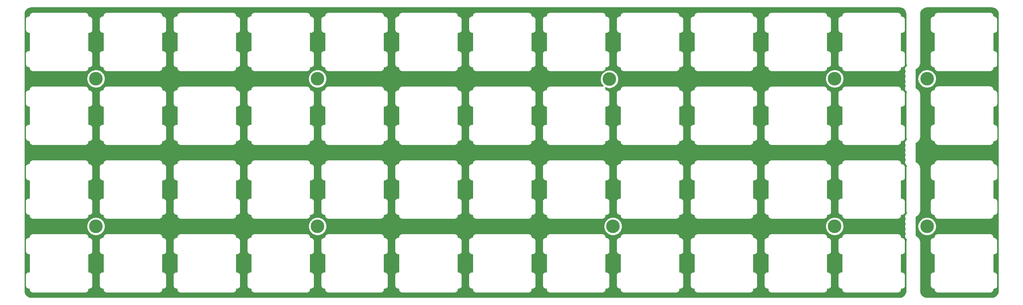
<source format=gbr>
G04 #@! TF.GenerationSoftware,KiCad,Pcbnew,(5.1.10-1-10_14)*
G04 #@! TF.CreationDate,2021-08-14T15:30:03-05:00*
G04 #@! TF.ProjectId,ori_top_plate,6f72695f-746f-4705-9f70-6c6174652e6b,rev?*
G04 #@! TF.SameCoordinates,Original*
G04 #@! TF.FileFunction,Copper,L1,Top*
G04 #@! TF.FilePolarity,Positive*
%FSLAX46Y46*%
G04 Gerber Fmt 4.6, Leading zero omitted, Abs format (unit mm)*
G04 Created by KiCad (PCBNEW (5.1.10-1-10_14)) date 2021-08-14 15:30:03*
%MOMM*%
%LPD*%
G01*
G04 APERTURE LIST*
G04 #@! TA.AperFunction,ComponentPad*
%ADD10C,3.500000*%
G04 #@! TD*
G04 #@! TA.AperFunction,ViaPad*
%ADD11C,0.500000*%
G04 #@! TD*
G04 #@! TA.AperFunction,Conductor*
%ADD12C,0.254000*%
G04 #@! TD*
G04 #@! TA.AperFunction,Conductor*
%ADD13C,0.100000*%
G04 #@! TD*
G04 APERTURE END LIST*
D10*
X165497570Y-97631660D03*
X165523314Y-59518904D03*
X222647810Y-59531500D03*
X222647810Y-97631660D03*
X297920000Y-59660000D03*
X298848130Y-97631660D03*
X356023474Y-59518904D03*
X356023474Y-97618936D03*
X379836330Y-59518840D03*
X379836330Y-97659743D03*
D11*
X373287551Y-59518904D03*
X385194165Y-59518840D03*
D12*
X373016501Y-41213928D02*
X373328121Y-41308012D01*
X373615528Y-41460828D01*
X373867775Y-41666557D01*
X374075264Y-41917367D01*
X374230084Y-42203701D01*
X374326340Y-42514654D01*
X374363810Y-42871153D01*
X374363811Y-55386480D01*
X374367314Y-55422048D01*
X374367314Y-55437511D01*
X374368351Y-55447370D01*
X374394253Y-55678292D01*
X374407625Y-55741204D01*
X374420131Y-55804363D01*
X374423063Y-55813832D01*
X374493325Y-56035325D01*
X374518666Y-56094449D01*
X374529513Y-56120767D01*
X374388676Y-56214871D01*
X374244513Y-56359034D01*
X374131245Y-56528552D01*
X374053224Y-56716910D01*
X374013450Y-56916869D01*
X374013450Y-57120747D01*
X374053224Y-57320706D01*
X374131245Y-57509064D01*
X374221278Y-57643808D01*
X374131245Y-57778552D01*
X374053224Y-57966910D01*
X374013450Y-58166869D01*
X374013450Y-58370747D01*
X374053224Y-58570706D01*
X374131245Y-58759064D01*
X374221278Y-58893808D01*
X374131245Y-59028552D01*
X374053224Y-59216910D01*
X374013450Y-59416869D01*
X374013450Y-59620747D01*
X374053224Y-59820706D01*
X374131245Y-60009064D01*
X374221278Y-60143808D01*
X374131245Y-60278552D01*
X374053224Y-60466910D01*
X374013450Y-60666869D01*
X374013450Y-60870747D01*
X374053224Y-61070706D01*
X374131245Y-61259064D01*
X374221278Y-61393808D01*
X374131245Y-61528552D01*
X374053224Y-61716910D01*
X374013450Y-61916869D01*
X374013450Y-62120747D01*
X374053224Y-62320706D01*
X374131245Y-62509064D01*
X374244513Y-62678582D01*
X374388676Y-62822745D01*
X374529187Y-62916631D01*
X374511910Y-62958548D01*
X374486559Y-63017697D01*
X374483628Y-63027167D01*
X374416465Y-63249620D01*
X374403976Y-63312695D01*
X374390585Y-63375692D01*
X374389549Y-63385551D01*
X374366874Y-63616812D01*
X374366874Y-63616820D01*
X374363485Y-63651240D01*
X374363812Y-74436613D01*
X374367314Y-74472160D01*
X374367314Y-74487623D01*
X374368351Y-74497482D01*
X374394253Y-74728404D01*
X374407625Y-74791316D01*
X374420131Y-74854475D01*
X374423063Y-74863944D01*
X374493325Y-75085437D01*
X374518666Y-75144561D01*
X374533605Y-75180805D01*
X374388676Y-75277643D01*
X374244513Y-75421806D01*
X374131245Y-75591324D01*
X374053224Y-75779682D01*
X374013450Y-75979641D01*
X374013450Y-76183519D01*
X374053224Y-76383478D01*
X374131245Y-76571836D01*
X374221278Y-76706580D01*
X374131245Y-76841324D01*
X374053224Y-77029682D01*
X374013450Y-77229641D01*
X374013450Y-77433519D01*
X374053224Y-77633478D01*
X374131245Y-77821836D01*
X374221278Y-77956580D01*
X374131245Y-78091324D01*
X374053224Y-78279682D01*
X374013450Y-78479641D01*
X374013450Y-78683519D01*
X374053224Y-78883478D01*
X374131245Y-79071836D01*
X374221278Y-79206580D01*
X374131245Y-79341324D01*
X374053224Y-79529682D01*
X374013450Y-79729641D01*
X374013450Y-79933519D01*
X374053224Y-80133478D01*
X374131245Y-80321836D01*
X374221278Y-80456580D01*
X374131245Y-80591324D01*
X374053224Y-80779682D01*
X374013450Y-80979641D01*
X374013450Y-81183519D01*
X374053224Y-81383478D01*
X374131245Y-81571836D01*
X374244513Y-81741354D01*
X374388676Y-81885517D01*
X374525324Y-81976822D01*
X374512234Y-82008578D01*
X374486883Y-82067727D01*
X374483952Y-82077197D01*
X374416789Y-82299650D01*
X374404300Y-82362725D01*
X374390909Y-82425722D01*
X374389873Y-82435581D01*
X374367198Y-82666842D01*
X374367198Y-82666858D01*
X374363812Y-82701227D01*
X374363489Y-93486600D01*
X374367314Y-93525449D01*
X374367314Y-93537735D01*
X374368351Y-93547594D01*
X374394253Y-93778516D01*
X374407625Y-93841428D01*
X374420131Y-93904587D01*
X374423063Y-93914056D01*
X374493325Y-94135549D01*
X374518666Y-94194673D01*
X374533605Y-94230917D01*
X374388676Y-94327755D01*
X374244513Y-94471918D01*
X374131245Y-94641436D01*
X374053224Y-94829794D01*
X374013450Y-95029753D01*
X374013450Y-95233631D01*
X374053224Y-95433590D01*
X374131245Y-95621948D01*
X374221278Y-95756692D01*
X374131245Y-95891436D01*
X374053224Y-96079794D01*
X374013450Y-96279753D01*
X374013450Y-96483631D01*
X374053224Y-96683590D01*
X374131245Y-96871948D01*
X374221278Y-97006692D01*
X374131245Y-97141436D01*
X374053224Y-97329794D01*
X374013450Y-97529753D01*
X374013450Y-97733631D01*
X374053224Y-97933590D01*
X374131245Y-98121948D01*
X374221278Y-98256692D01*
X374131245Y-98391436D01*
X374053224Y-98579794D01*
X374013450Y-98779753D01*
X374013450Y-98983631D01*
X374053224Y-99183590D01*
X374131245Y-99371948D01*
X374221278Y-99506692D01*
X374131245Y-99641436D01*
X374053224Y-99829794D01*
X374013450Y-100029753D01*
X374013450Y-100233631D01*
X374053224Y-100433590D01*
X374131245Y-100621948D01*
X374244513Y-100791466D01*
X374388676Y-100935629D01*
X374525324Y-101026934D01*
X374512234Y-101058690D01*
X374486883Y-101117839D01*
X374483952Y-101127309D01*
X374416789Y-101349762D01*
X374404300Y-101412837D01*
X374390909Y-101475834D01*
X374389873Y-101485693D01*
X374367198Y-101716954D01*
X374367198Y-101716961D01*
X374363810Y-101751361D01*
X374363811Y-114253089D01*
X374328642Y-114611772D01*
X374234558Y-114923390D01*
X374081740Y-115210799D01*
X373876013Y-115463045D01*
X373625203Y-115670534D01*
X373338869Y-115825354D01*
X373027916Y-115921610D01*
X372671417Y-115959080D01*
X148888831Y-115959080D01*
X148530158Y-115923912D01*
X148218540Y-115829828D01*
X147931131Y-115677010D01*
X147678885Y-115471283D01*
X147471396Y-115220473D01*
X147316576Y-114934139D01*
X147220320Y-114623186D01*
X147182850Y-114266687D01*
X147182850Y-101323054D01*
X147287530Y-101323054D01*
X147287531Y-103990347D01*
X147290368Y-104019151D01*
X147290356Y-104020876D01*
X147291289Y-104030395D01*
X147294255Y-104058611D01*
X147297443Y-104090983D01*
X147298836Y-104095574D01*
X147309898Y-104149465D01*
X147321528Y-104210429D01*
X147324292Y-104219585D01*
X147341606Y-104275517D01*
X147365667Y-104332754D01*
X147388924Y-104390317D01*
X147393414Y-104398761D01*
X147421262Y-104450265D01*
X147455955Y-104501699D01*
X147489974Y-104553684D01*
X147496019Y-104561095D01*
X147533340Y-104606208D01*
X147577397Y-104649958D01*
X147620833Y-104694313D01*
X147628202Y-104700410D01*
X147673575Y-104737415D01*
X147725308Y-104771786D01*
X147776505Y-104806842D01*
X147784918Y-104811391D01*
X147784928Y-104811397D01*
X147784934Y-104811399D01*
X147836614Y-104838880D01*
X147894028Y-104862545D01*
X147951084Y-104886999D01*
X147960214Y-104889825D01*
X147960216Y-104889826D01*
X147960218Y-104889826D01*
X147960220Y-104889827D01*
X148016271Y-104906750D01*
X148077174Y-104918809D01*
X148137909Y-104931718D01*
X148138073Y-104931735D01*
X148138247Y-104931788D01*
X148143440Y-104932299D01*
X148147421Y-104932718D01*
X148205690Y-104938431D01*
X148205693Y-104938431D01*
X148238883Y-104941700D01*
X148287530Y-104941700D01*
X148287531Y-109371700D01*
X148138883Y-109371700D01*
X148110134Y-109374532D01*
X148109053Y-109374524D01*
X148099535Y-109375457D01*
X148081595Y-109377342D01*
X148038247Y-109381612D01*
X148012379Y-109389459D01*
X147999876Y-109392026D01*
X147938915Y-109403654D01*
X147929759Y-109406418D01*
X147892471Y-109417960D01*
X147835221Y-109442025D01*
X147777675Y-109465275D01*
X147769230Y-109469765D01*
X147734894Y-109488330D01*
X147683445Y-109523032D01*
X147631459Y-109557052D01*
X147624047Y-109563097D01*
X147593972Y-109587978D01*
X147550220Y-109632039D01*
X147505871Y-109675469D01*
X147499775Y-109682838D01*
X147475105Y-109713087D01*
X147440748Y-109764800D01*
X147405677Y-109816019D01*
X147401128Y-109824432D01*
X147382803Y-109858896D01*
X147359140Y-109916306D01*
X147334687Y-109973359D01*
X147331858Y-109982495D01*
X147320576Y-110019862D01*
X147308513Y-110080785D01*
X147304864Y-110097949D01*
X147297442Y-110122418D01*
X147294896Y-110148267D01*
X147294608Y-110151009D01*
X147290799Y-110189855D01*
X147290799Y-110189864D01*
X147287530Y-110223054D01*
X147287531Y-112890347D01*
X147290368Y-112919151D01*
X147290356Y-112920876D01*
X147291289Y-112930395D01*
X147294255Y-112958611D01*
X147297443Y-112990983D01*
X147298836Y-112995574D01*
X147309898Y-113049465D01*
X147321528Y-113110429D01*
X147324292Y-113119585D01*
X147341606Y-113175517D01*
X147365667Y-113232754D01*
X147388924Y-113290317D01*
X147393414Y-113298761D01*
X147421262Y-113350265D01*
X147455955Y-113401699D01*
X147489974Y-113453684D01*
X147496019Y-113461095D01*
X147533340Y-113506208D01*
X147577397Y-113549958D01*
X147620833Y-113594313D01*
X147628202Y-113600410D01*
X147673575Y-113637415D01*
X147725308Y-113671786D01*
X147776505Y-113706842D01*
X147784918Y-113711391D01*
X147784928Y-113711397D01*
X147784934Y-113711399D01*
X147836614Y-113738880D01*
X147894028Y-113762545D01*
X147951084Y-113786999D01*
X147960214Y-113789825D01*
X147960216Y-113789826D01*
X147960218Y-113789826D01*
X147960220Y-113789827D01*
X148016271Y-113806750D01*
X148077174Y-113818809D01*
X148137909Y-113831718D01*
X148138073Y-113831735D01*
X148138247Y-113831788D01*
X148143440Y-113832299D01*
X148147421Y-113832718D01*
X148205690Y-113838431D01*
X148205693Y-113838431D01*
X148238883Y-113841700D01*
X148287530Y-113841700D01*
X148287530Y-113890346D01*
X148290368Y-113919160D01*
X148290356Y-113920876D01*
X148291289Y-113930395D01*
X148294240Y-113958475D01*
X148297442Y-113990982D01*
X148298837Y-113995581D01*
X148309898Y-114049465D01*
X148321528Y-114110429D01*
X148324292Y-114119585D01*
X148341606Y-114175517D01*
X148365667Y-114232754D01*
X148388924Y-114290317D01*
X148393414Y-114298761D01*
X148421262Y-114350265D01*
X148455955Y-114401699D01*
X148489974Y-114453684D01*
X148496019Y-114461095D01*
X148533340Y-114506208D01*
X148577397Y-114549958D01*
X148620833Y-114594313D01*
X148628202Y-114600410D01*
X148673575Y-114637415D01*
X148725308Y-114671786D01*
X148776505Y-114706842D01*
X148784918Y-114711391D01*
X148784928Y-114711397D01*
X148784934Y-114711399D01*
X148836614Y-114738880D01*
X148894028Y-114762545D01*
X148951084Y-114786999D01*
X148960214Y-114789825D01*
X148960216Y-114789826D01*
X148960218Y-114789826D01*
X148960220Y-114789827D01*
X149016271Y-114806750D01*
X149077174Y-114818809D01*
X149137909Y-114831718D01*
X149138073Y-114831735D01*
X149138247Y-114831788D01*
X149143440Y-114832299D01*
X149147421Y-114832718D01*
X149205690Y-114838431D01*
X149205693Y-114838431D01*
X149238883Y-114841700D01*
X162706177Y-114841700D01*
X162734991Y-114838862D01*
X162736706Y-114838874D01*
X162746225Y-114837941D01*
X162774290Y-114834991D01*
X162806813Y-114831788D01*
X162811414Y-114830392D01*
X162865295Y-114819332D01*
X162926259Y-114807702D01*
X162935415Y-114804938D01*
X162991347Y-114787624D01*
X163048584Y-114763563D01*
X163106147Y-114740306D01*
X163114586Y-114735819D01*
X163114590Y-114735817D01*
X163114593Y-114735815D01*
X163166095Y-114707968D01*
X163217529Y-114673275D01*
X163269514Y-114639256D01*
X163276925Y-114633211D01*
X163322038Y-114595890D01*
X163365788Y-114551833D01*
X163410143Y-114508397D01*
X163416240Y-114501028D01*
X163453245Y-114455655D01*
X163487616Y-114403922D01*
X163522672Y-114352725D01*
X163527221Y-114344312D01*
X163527227Y-114344302D01*
X163527229Y-114344296D01*
X163554710Y-114292616D01*
X163578375Y-114235202D01*
X163602829Y-114178146D01*
X163605657Y-114169010D01*
X163622580Y-114112959D01*
X163634639Y-114052056D01*
X163647548Y-113991321D01*
X163647565Y-113991157D01*
X163647618Y-113990983D01*
X163648129Y-113985791D01*
X163648548Y-113981809D01*
X163654261Y-113923540D01*
X163654261Y-113923536D01*
X163657530Y-113890346D01*
X163657530Y-113841700D01*
X163806177Y-113841700D01*
X163834926Y-113838868D01*
X163836007Y-113838876D01*
X163845525Y-113837943D01*
X163863472Y-113836057D01*
X163906813Y-113831788D01*
X163932680Y-113823941D01*
X163945179Y-113821376D01*
X164006146Y-113809746D01*
X164015302Y-113806982D01*
X164052589Y-113795440D01*
X164109850Y-113771370D01*
X164167385Y-113748125D01*
X164175828Y-113743636D01*
X164175833Y-113743634D01*
X164175839Y-113743630D01*
X164210166Y-113725070D01*
X164261615Y-113690368D01*
X164313601Y-113656348D01*
X164321013Y-113650303D01*
X164351088Y-113625422D01*
X164394840Y-113581362D01*
X164439189Y-113537931D01*
X164445285Y-113530562D01*
X164469955Y-113500313D01*
X164504312Y-113448600D01*
X164539383Y-113397381D01*
X164543932Y-113388968D01*
X164562257Y-113354504D01*
X164585920Y-113297094D01*
X164610373Y-113240041D01*
X164613202Y-113230905D01*
X164624484Y-113193538D01*
X164636547Y-113132615D01*
X164640195Y-113115454D01*
X164647618Y-113090983D01*
X164650168Y-113065095D01*
X164650452Y-113062392D01*
X164654261Y-113023545D01*
X164654261Y-113023537D01*
X164657530Y-112990347D01*
X164657530Y-110323053D01*
X164654692Y-110294239D01*
X164654704Y-110292524D01*
X164653771Y-110283006D01*
X164650822Y-110254949D01*
X164647618Y-110222417D01*
X164646222Y-110217816D01*
X164635159Y-110163922D01*
X164623532Y-110102972D01*
X164620768Y-110093816D01*
X164603454Y-110037883D01*
X164579388Y-109980633D01*
X164556136Y-109923084D01*
X164551646Y-109914639D01*
X164523798Y-109863136D01*
X164489083Y-109811670D01*
X164455085Y-109759716D01*
X164449041Y-109752304D01*
X164411720Y-109707192D01*
X164367647Y-109663425D01*
X164324227Y-109619087D01*
X164316858Y-109612990D01*
X164271485Y-109575985D01*
X164219752Y-109541614D01*
X164168555Y-109506558D01*
X164160142Y-109502009D01*
X164160132Y-109502003D01*
X164160126Y-109502001D01*
X164108446Y-109474521D01*
X164051053Y-109450864D01*
X163993976Y-109426401D01*
X163984850Y-109423576D01*
X163984845Y-109423574D01*
X163984840Y-109423573D01*
X163928789Y-109406650D01*
X163867886Y-109394591D01*
X163807151Y-109381682D01*
X163806987Y-109381665D01*
X163806813Y-109381612D01*
X163801620Y-109381101D01*
X163797639Y-109380682D01*
X163739369Y-109374969D01*
X163739367Y-109374969D01*
X163706177Y-109371700D01*
X163657530Y-109371700D01*
X163657530Y-104941700D01*
X163806177Y-104941700D01*
X163834926Y-104938868D01*
X163836007Y-104938876D01*
X163845525Y-104937943D01*
X163863472Y-104936057D01*
X163906813Y-104931788D01*
X163932680Y-104923941D01*
X163945179Y-104921376D01*
X164006146Y-104909746D01*
X164015302Y-104906982D01*
X164052589Y-104895440D01*
X164109850Y-104871370D01*
X164167385Y-104848125D01*
X164175828Y-104843636D01*
X164175833Y-104843634D01*
X164175839Y-104843630D01*
X164210166Y-104825070D01*
X164261615Y-104790368D01*
X164313601Y-104756348D01*
X164321013Y-104750303D01*
X164351088Y-104725422D01*
X164394840Y-104681362D01*
X164439189Y-104637931D01*
X164445285Y-104630562D01*
X164469955Y-104600313D01*
X164504312Y-104548600D01*
X164539383Y-104497381D01*
X164543932Y-104488968D01*
X164562257Y-104454504D01*
X164585920Y-104397094D01*
X164610373Y-104340041D01*
X164613202Y-104330905D01*
X164624484Y-104293538D01*
X164636547Y-104232615D01*
X164640195Y-104215454D01*
X164647618Y-104190983D01*
X164650168Y-104165095D01*
X164650452Y-104162392D01*
X164654261Y-104123545D01*
X164654261Y-104123537D01*
X164657530Y-104090347D01*
X164657530Y-101423053D01*
X164654692Y-101394239D01*
X164654704Y-101392524D01*
X164653771Y-101383006D01*
X164650822Y-101354949D01*
X164647681Y-101323054D01*
X166337610Y-101323054D01*
X166337611Y-103990347D01*
X166340448Y-104019151D01*
X166340436Y-104020876D01*
X166341369Y-104030395D01*
X166344335Y-104058611D01*
X166347523Y-104090983D01*
X166348916Y-104095574D01*
X166359978Y-104149465D01*
X166371608Y-104210429D01*
X166374372Y-104219585D01*
X166391686Y-104275517D01*
X166415747Y-104332754D01*
X166439004Y-104390317D01*
X166443494Y-104398761D01*
X166471342Y-104450265D01*
X166506035Y-104501699D01*
X166540054Y-104553684D01*
X166546099Y-104561095D01*
X166583420Y-104606208D01*
X166627477Y-104649958D01*
X166670913Y-104694313D01*
X166678282Y-104700410D01*
X166723655Y-104737415D01*
X166775388Y-104771786D01*
X166826585Y-104806842D01*
X166834998Y-104811391D01*
X166835008Y-104811397D01*
X166835014Y-104811399D01*
X166886694Y-104838880D01*
X166944108Y-104862545D01*
X167001164Y-104886999D01*
X167010294Y-104889825D01*
X167010296Y-104889826D01*
X167010298Y-104889826D01*
X167010300Y-104889827D01*
X167066351Y-104906750D01*
X167127254Y-104918809D01*
X167187989Y-104931718D01*
X167188153Y-104931735D01*
X167188327Y-104931788D01*
X167193520Y-104932299D01*
X167197501Y-104932718D01*
X167255770Y-104938431D01*
X167255773Y-104938431D01*
X167288963Y-104941700D01*
X167337610Y-104941700D01*
X167337611Y-109371700D01*
X167188963Y-109371700D01*
X167160214Y-109374532D01*
X167159133Y-109374524D01*
X167149615Y-109375457D01*
X167131675Y-109377342D01*
X167088327Y-109381612D01*
X167062459Y-109389459D01*
X167049956Y-109392026D01*
X166988995Y-109403654D01*
X166979839Y-109406418D01*
X166942551Y-109417960D01*
X166885301Y-109442025D01*
X166827755Y-109465275D01*
X166819310Y-109469765D01*
X166784974Y-109488330D01*
X166733525Y-109523032D01*
X166681539Y-109557052D01*
X166674127Y-109563097D01*
X166644052Y-109587978D01*
X166600300Y-109632039D01*
X166555951Y-109675469D01*
X166549855Y-109682838D01*
X166525185Y-109713087D01*
X166490828Y-109764800D01*
X166455757Y-109816019D01*
X166451208Y-109824432D01*
X166432883Y-109858896D01*
X166409220Y-109916306D01*
X166384767Y-109973359D01*
X166381938Y-109982495D01*
X166370656Y-110019862D01*
X166358593Y-110080785D01*
X166354944Y-110097949D01*
X166347522Y-110122418D01*
X166344976Y-110148267D01*
X166344688Y-110151009D01*
X166340879Y-110189855D01*
X166340879Y-110189864D01*
X166337610Y-110223054D01*
X166337611Y-112890347D01*
X166340448Y-112919151D01*
X166340436Y-112920876D01*
X166341369Y-112930395D01*
X166344335Y-112958611D01*
X166347523Y-112990983D01*
X166348916Y-112995574D01*
X166359978Y-113049465D01*
X166371608Y-113110429D01*
X166374372Y-113119585D01*
X166391686Y-113175517D01*
X166415747Y-113232754D01*
X166439004Y-113290317D01*
X166443494Y-113298761D01*
X166471342Y-113350265D01*
X166506035Y-113401699D01*
X166540054Y-113453684D01*
X166546099Y-113461095D01*
X166583420Y-113506208D01*
X166627477Y-113549958D01*
X166670913Y-113594313D01*
X166678282Y-113600410D01*
X166723655Y-113637415D01*
X166775388Y-113671786D01*
X166826585Y-113706842D01*
X166834998Y-113711391D01*
X166835008Y-113711397D01*
X166835014Y-113711399D01*
X166886694Y-113738880D01*
X166944108Y-113762545D01*
X167001164Y-113786999D01*
X167010294Y-113789825D01*
X167010296Y-113789826D01*
X167010298Y-113789826D01*
X167010300Y-113789827D01*
X167066351Y-113806750D01*
X167127254Y-113818809D01*
X167187989Y-113831718D01*
X167188153Y-113831735D01*
X167188327Y-113831788D01*
X167193520Y-113832299D01*
X167197501Y-113832718D01*
X167255770Y-113838431D01*
X167255773Y-113838431D01*
X167288963Y-113841700D01*
X167337610Y-113841700D01*
X167337610Y-113890346D01*
X167340448Y-113919160D01*
X167340436Y-113920876D01*
X167341369Y-113930395D01*
X167344320Y-113958475D01*
X167347522Y-113990982D01*
X167348917Y-113995581D01*
X167359978Y-114049465D01*
X167371608Y-114110429D01*
X167374372Y-114119585D01*
X167391686Y-114175517D01*
X167415747Y-114232754D01*
X167439004Y-114290317D01*
X167443494Y-114298761D01*
X167471342Y-114350265D01*
X167506035Y-114401699D01*
X167540054Y-114453684D01*
X167546099Y-114461095D01*
X167583420Y-114506208D01*
X167627477Y-114549958D01*
X167670913Y-114594313D01*
X167678282Y-114600410D01*
X167723655Y-114637415D01*
X167775388Y-114671786D01*
X167826585Y-114706842D01*
X167834998Y-114711391D01*
X167835008Y-114711397D01*
X167835014Y-114711399D01*
X167886694Y-114738880D01*
X167944108Y-114762545D01*
X168001164Y-114786999D01*
X168010294Y-114789825D01*
X168010296Y-114789826D01*
X168010298Y-114789826D01*
X168010300Y-114789827D01*
X168066351Y-114806750D01*
X168127254Y-114818809D01*
X168187989Y-114831718D01*
X168188153Y-114831735D01*
X168188327Y-114831788D01*
X168193520Y-114832299D01*
X168197501Y-114832718D01*
X168255770Y-114838431D01*
X168255773Y-114838431D01*
X168288963Y-114841700D01*
X181756257Y-114841700D01*
X181785071Y-114838862D01*
X181786786Y-114838874D01*
X181796305Y-114837941D01*
X181824370Y-114834991D01*
X181856893Y-114831788D01*
X181861494Y-114830392D01*
X181915375Y-114819332D01*
X181976339Y-114807702D01*
X181985495Y-114804938D01*
X182041427Y-114787624D01*
X182098664Y-114763563D01*
X182156227Y-114740306D01*
X182164666Y-114735819D01*
X182164670Y-114735817D01*
X182164673Y-114735815D01*
X182216175Y-114707968D01*
X182267609Y-114673275D01*
X182319594Y-114639256D01*
X182327005Y-114633211D01*
X182372118Y-114595890D01*
X182415868Y-114551833D01*
X182460223Y-114508397D01*
X182466320Y-114501028D01*
X182503325Y-114455655D01*
X182537696Y-114403922D01*
X182572752Y-114352725D01*
X182577301Y-114344312D01*
X182577307Y-114344302D01*
X182577309Y-114344296D01*
X182604790Y-114292616D01*
X182628455Y-114235202D01*
X182652909Y-114178146D01*
X182655737Y-114169010D01*
X182672660Y-114112959D01*
X182684719Y-114052056D01*
X182697628Y-113991321D01*
X182697645Y-113991157D01*
X182697698Y-113990983D01*
X182698209Y-113985791D01*
X182698628Y-113981809D01*
X182704341Y-113923540D01*
X182704341Y-113923536D01*
X182707610Y-113890346D01*
X182707610Y-113841700D01*
X182856257Y-113841700D01*
X182885006Y-113838868D01*
X182886087Y-113838876D01*
X182895605Y-113837943D01*
X182913552Y-113836057D01*
X182956893Y-113831788D01*
X182982760Y-113823941D01*
X182995259Y-113821376D01*
X183056226Y-113809746D01*
X183065382Y-113806982D01*
X183102669Y-113795440D01*
X183159930Y-113771370D01*
X183217465Y-113748125D01*
X183225908Y-113743636D01*
X183225913Y-113743634D01*
X183225919Y-113743630D01*
X183260246Y-113725070D01*
X183311695Y-113690368D01*
X183363681Y-113656348D01*
X183371093Y-113650303D01*
X183401168Y-113625422D01*
X183444920Y-113581362D01*
X183489269Y-113537931D01*
X183495365Y-113530562D01*
X183520035Y-113500313D01*
X183554392Y-113448600D01*
X183589463Y-113397381D01*
X183594012Y-113388968D01*
X183612337Y-113354504D01*
X183636000Y-113297094D01*
X183660453Y-113240041D01*
X183663282Y-113230905D01*
X183674564Y-113193538D01*
X183686627Y-113132615D01*
X183690275Y-113115454D01*
X183697698Y-113090983D01*
X183700248Y-113065095D01*
X183700532Y-113062392D01*
X183704341Y-113023545D01*
X183704341Y-113023537D01*
X183707610Y-112990347D01*
X183707610Y-110323053D01*
X183704772Y-110294239D01*
X183704784Y-110292524D01*
X183703851Y-110283006D01*
X183700902Y-110254949D01*
X183697698Y-110222417D01*
X183696302Y-110217816D01*
X183685239Y-110163922D01*
X183673612Y-110102972D01*
X183670848Y-110093816D01*
X183653534Y-110037883D01*
X183629468Y-109980633D01*
X183606216Y-109923084D01*
X183601726Y-109914639D01*
X183573878Y-109863136D01*
X183539163Y-109811670D01*
X183505165Y-109759716D01*
X183499121Y-109752304D01*
X183461800Y-109707192D01*
X183417727Y-109663425D01*
X183374307Y-109619087D01*
X183366938Y-109612990D01*
X183321565Y-109575985D01*
X183269832Y-109541614D01*
X183218635Y-109506558D01*
X183210222Y-109502009D01*
X183210212Y-109502003D01*
X183210206Y-109502001D01*
X183158526Y-109474521D01*
X183101133Y-109450864D01*
X183044056Y-109426401D01*
X183034930Y-109423576D01*
X183034925Y-109423574D01*
X183034920Y-109423573D01*
X182978869Y-109406650D01*
X182917966Y-109394591D01*
X182857231Y-109381682D01*
X182857067Y-109381665D01*
X182856893Y-109381612D01*
X182851700Y-109381101D01*
X182847719Y-109380682D01*
X182789449Y-109374969D01*
X182789447Y-109374969D01*
X182756257Y-109371700D01*
X182707610Y-109371700D01*
X182707610Y-104941700D01*
X182856257Y-104941700D01*
X182885006Y-104938868D01*
X182886087Y-104938876D01*
X182895605Y-104937943D01*
X182913552Y-104936057D01*
X182956893Y-104931788D01*
X182982760Y-104923941D01*
X182995259Y-104921376D01*
X183056226Y-104909746D01*
X183065382Y-104906982D01*
X183102669Y-104895440D01*
X183159930Y-104871370D01*
X183217465Y-104848125D01*
X183225908Y-104843636D01*
X183225913Y-104843634D01*
X183225919Y-104843630D01*
X183260246Y-104825070D01*
X183311695Y-104790368D01*
X183363681Y-104756348D01*
X183371093Y-104750303D01*
X183401168Y-104725422D01*
X183444920Y-104681362D01*
X183489269Y-104637931D01*
X183495365Y-104630562D01*
X183520035Y-104600313D01*
X183554392Y-104548600D01*
X183589463Y-104497381D01*
X183594012Y-104488968D01*
X183612337Y-104454504D01*
X183636000Y-104397094D01*
X183660453Y-104340041D01*
X183663282Y-104330905D01*
X183674564Y-104293538D01*
X183686627Y-104232615D01*
X183690275Y-104215454D01*
X183697698Y-104190983D01*
X183700248Y-104165095D01*
X183700532Y-104162392D01*
X183704341Y-104123545D01*
X183704341Y-104123537D01*
X183707610Y-104090347D01*
X183707610Y-101423053D01*
X183704772Y-101394239D01*
X183704784Y-101392524D01*
X183703851Y-101383006D01*
X183700902Y-101354949D01*
X183697761Y-101323054D01*
X185387690Y-101323054D01*
X185387691Y-103990347D01*
X185390528Y-104019151D01*
X185390516Y-104020876D01*
X185391449Y-104030395D01*
X185394415Y-104058611D01*
X185397603Y-104090983D01*
X185398996Y-104095574D01*
X185410058Y-104149465D01*
X185421688Y-104210429D01*
X185424452Y-104219585D01*
X185441766Y-104275517D01*
X185465827Y-104332754D01*
X185489084Y-104390317D01*
X185493574Y-104398761D01*
X185521422Y-104450265D01*
X185556115Y-104501699D01*
X185590134Y-104553684D01*
X185596179Y-104561095D01*
X185633500Y-104606208D01*
X185677557Y-104649958D01*
X185720993Y-104694313D01*
X185728362Y-104700410D01*
X185773735Y-104737415D01*
X185825468Y-104771786D01*
X185876665Y-104806842D01*
X185885078Y-104811391D01*
X185885088Y-104811397D01*
X185885094Y-104811399D01*
X185936774Y-104838880D01*
X185994188Y-104862545D01*
X186051244Y-104886999D01*
X186060374Y-104889825D01*
X186060376Y-104889826D01*
X186060378Y-104889826D01*
X186060380Y-104889827D01*
X186116431Y-104906750D01*
X186177334Y-104918809D01*
X186238069Y-104931718D01*
X186238233Y-104931735D01*
X186238407Y-104931788D01*
X186243600Y-104932299D01*
X186247581Y-104932718D01*
X186305850Y-104938431D01*
X186305853Y-104938431D01*
X186339043Y-104941700D01*
X186387690Y-104941700D01*
X186387691Y-109371700D01*
X186239043Y-109371700D01*
X186210294Y-109374532D01*
X186209213Y-109374524D01*
X186199695Y-109375457D01*
X186181755Y-109377342D01*
X186138407Y-109381612D01*
X186112539Y-109389459D01*
X186100036Y-109392026D01*
X186039075Y-109403654D01*
X186029919Y-109406418D01*
X185992631Y-109417960D01*
X185935381Y-109442025D01*
X185877835Y-109465275D01*
X185869390Y-109469765D01*
X185835054Y-109488330D01*
X185783605Y-109523032D01*
X185731619Y-109557052D01*
X185724207Y-109563097D01*
X185694132Y-109587978D01*
X185650380Y-109632039D01*
X185606031Y-109675469D01*
X185599935Y-109682838D01*
X185575265Y-109713087D01*
X185540908Y-109764800D01*
X185505837Y-109816019D01*
X185501288Y-109824432D01*
X185482963Y-109858896D01*
X185459300Y-109916306D01*
X185434847Y-109973359D01*
X185432018Y-109982495D01*
X185420736Y-110019862D01*
X185408673Y-110080785D01*
X185405024Y-110097949D01*
X185397602Y-110122418D01*
X185395056Y-110148267D01*
X185394768Y-110151009D01*
X185390959Y-110189855D01*
X185390959Y-110189864D01*
X185387690Y-110223054D01*
X185387691Y-112890347D01*
X185390528Y-112919151D01*
X185390516Y-112920876D01*
X185391449Y-112930395D01*
X185394415Y-112958611D01*
X185397603Y-112990983D01*
X185398996Y-112995574D01*
X185410058Y-113049465D01*
X185421688Y-113110429D01*
X185424452Y-113119585D01*
X185441766Y-113175517D01*
X185465827Y-113232754D01*
X185489084Y-113290317D01*
X185493574Y-113298761D01*
X185521422Y-113350265D01*
X185556115Y-113401699D01*
X185590134Y-113453684D01*
X185596179Y-113461095D01*
X185633500Y-113506208D01*
X185677557Y-113549958D01*
X185720993Y-113594313D01*
X185728362Y-113600410D01*
X185773735Y-113637415D01*
X185825468Y-113671786D01*
X185876665Y-113706842D01*
X185885078Y-113711391D01*
X185885088Y-113711397D01*
X185885094Y-113711399D01*
X185936774Y-113738880D01*
X185994188Y-113762545D01*
X186051244Y-113786999D01*
X186060374Y-113789825D01*
X186060376Y-113789826D01*
X186060378Y-113789826D01*
X186060380Y-113789827D01*
X186116431Y-113806750D01*
X186177334Y-113818809D01*
X186238069Y-113831718D01*
X186238233Y-113831735D01*
X186238407Y-113831788D01*
X186243600Y-113832299D01*
X186247581Y-113832718D01*
X186305850Y-113838431D01*
X186305853Y-113838431D01*
X186339043Y-113841700D01*
X186387690Y-113841700D01*
X186387690Y-113890346D01*
X186390528Y-113919160D01*
X186390516Y-113920876D01*
X186391449Y-113930395D01*
X186394400Y-113958475D01*
X186397602Y-113990982D01*
X186398997Y-113995581D01*
X186410058Y-114049465D01*
X186421688Y-114110429D01*
X186424452Y-114119585D01*
X186441766Y-114175517D01*
X186465827Y-114232754D01*
X186489084Y-114290317D01*
X186493574Y-114298761D01*
X186521422Y-114350265D01*
X186556115Y-114401699D01*
X186590134Y-114453684D01*
X186596179Y-114461095D01*
X186633500Y-114506208D01*
X186677557Y-114549958D01*
X186720993Y-114594313D01*
X186728362Y-114600410D01*
X186773735Y-114637415D01*
X186825468Y-114671786D01*
X186876665Y-114706842D01*
X186885078Y-114711391D01*
X186885088Y-114711397D01*
X186885094Y-114711399D01*
X186936774Y-114738880D01*
X186994188Y-114762545D01*
X187051244Y-114786999D01*
X187060374Y-114789825D01*
X187060376Y-114789826D01*
X187060378Y-114789826D01*
X187060380Y-114789827D01*
X187116431Y-114806750D01*
X187177334Y-114818809D01*
X187238069Y-114831718D01*
X187238233Y-114831735D01*
X187238407Y-114831788D01*
X187243600Y-114832299D01*
X187247581Y-114832718D01*
X187305850Y-114838431D01*
X187305853Y-114838431D01*
X187339043Y-114841700D01*
X200806337Y-114841700D01*
X200835151Y-114838862D01*
X200836866Y-114838874D01*
X200846385Y-114837941D01*
X200874450Y-114834991D01*
X200906973Y-114831788D01*
X200911574Y-114830392D01*
X200965455Y-114819332D01*
X201026419Y-114807702D01*
X201035575Y-114804938D01*
X201091507Y-114787624D01*
X201148744Y-114763563D01*
X201206307Y-114740306D01*
X201214746Y-114735819D01*
X201214750Y-114735817D01*
X201214753Y-114735815D01*
X201266255Y-114707968D01*
X201317689Y-114673275D01*
X201369674Y-114639256D01*
X201377085Y-114633211D01*
X201422198Y-114595890D01*
X201465948Y-114551833D01*
X201510303Y-114508397D01*
X201516400Y-114501028D01*
X201553405Y-114455655D01*
X201587776Y-114403922D01*
X201622832Y-114352725D01*
X201627381Y-114344312D01*
X201627387Y-114344302D01*
X201627389Y-114344296D01*
X201654870Y-114292616D01*
X201678535Y-114235202D01*
X201702989Y-114178146D01*
X201705817Y-114169010D01*
X201722740Y-114112959D01*
X201734799Y-114052056D01*
X201747708Y-113991321D01*
X201747725Y-113991157D01*
X201747778Y-113990983D01*
X201748289Y-113985791D01*
X201748708Y-113981809D01*
X201754421Y-113923540D01*
X201754421Y-113923536D01*
X201757690Y-113890346D01*
X201757690Y-113841700D01*
X201906337Y-113841700D01*
X201935086Y-113838868D01*
X201936167Y-113838876D01*
X201945685Y-113837943D01*
X201963632Y-113836057D01*
X202006973Y-113831788D01*
X202032840Y-113823941D01*
X202045339Y-113821376D01*
X202106306Y-113809746D01*
X202115462Y-113806982D01*
X202152749Y-113795440D01*
X202210010Y-113771370D01*
X202267545Y-113748125D01*
X202275988Y-113743636D01*
X202275993Y-113743634D01*
X202275999Y-113743630D01*
X202310326Y-113725070D01*
X202361775Y-113690368D01*
X202413761Y-113656348D01*
X202421173Y-113650303D01*
X202451248Y-113625422D01*
X202495000Y-113581362D01*
X202539349Y-113537931D01*
X202545445Y-113530562D01*
X202570115Y-113500313D01*
X202604472Y-113448600D01*
X202639543Y-113397381D01*
X202644092Y-113388968D01*
X202662417Y-113354504D01*
X202686080Y-113297094D01*
X202710533Y-113240041D01*
X202713362Y-113230905D01*
X202724644Y-113193538D01*
X202736707Y-113132615D01*
X202740355Y-113115454D01*
X202747778Y-113090983D01*
X202750328Y-113065095D01*
X202750612Y-113062392D01*
X202754421Y-113023545D01*
X202754421Y-113023537D01*
X202757690Y-112990347D01*
X202757690Y-110323053D01*
X202754852Y-110294239D01*
X202754864Y-110292524D01*
X202753931Y-110283006D01*
X202750982Y-110254949D01*
X202747778Y-110222417D01*
X202746382Y-110217816D01*
X202735319Y-110163922D01*
X202723692Y-110102972D01*
X202720928Y-110093816D01*
X202703614Y-110037883D01*
X202679548Y-109980633D01*
X202656296Y-109923084D01*
X202651806Y-109914639D01*
X202623958Y-109863136D01*
X202589243Y-109811670D01*
X202555245Y-109759716D01*
X202549201Y-109752304D01*
X202511880Y-109707192D01*
X202467807Y-109663425D01*
X202424387Y-109619087D01*
X202417018Y-109612990D01*
X202371645Y-109575985D01*
X202319912Y-109541614D01*
X202268715Y-109506558D01*
X202260302Y-109502009D01*
X202260292Y-109502003D01*
X202260286Y-109502001D01*
X202208606Y-109474521D01*
X202151213Y-109450864D01*
X202094136Y-109426401D01*
X202085010Y-109423576D01*
X202085005Y-109423574D01*
X202085000Y-109423573D01*
X202028949Y-109406650D01*
X201968046Y-109394591D01*
X201907311Y-109381682D01*
X201907147Y-109381665D01*
X201906973Y-109381612D01*
X201901780Y-109381101D01*
X201897799Y-109380682D01*
X201839529Y-109374969D01*
X201839527Y-109374969D01*
X201806337Y-109371700D01*
X201757690Y-109371700D01*
X201757690Y-104941700D01*
X201906337Y-104941700D01*
X201935086Y-104938868D01*
X201936167Y-104938876D01*
X201945685Y-104937943D01*
X201963632Y-104936057D01*
X202006973Y-104931788D01*
X202032840Y-104923941D01*
X202045339Y-104921376D01*
X202106306Y-104909746D01*
X202115462Y-104906982D01*
X202152749Y-104895440D01*
X202210010Y-104871370D01*
X202267545Y-104848125D01*
X202275988Y-104843636D01*
X202275993Y-104843634D01*
X202275999Y-104843630D01*
X202310326Y-104825070D01*
X202361775Y-104790368D01*
X202413761Y-104756348D01*
X202421173Y-104750303D01*
X202451248Y-104725422D01*
X202495000Y-104681362D01*
X202539349Y-104637931D01*
X202545445Y-104630562D01*
X202570115Y-104600313D01*
X202604472Y-104548600D01*
X202639543Y-104497381D01*
X202644092Y-104488968D01*
X202662417Y-104454504D01*
X202686080Y-104397094D01*
X202710533Y-104340041D01*
X202713362Y-104330905D01*
X202724644Y-104293538D01*
X202736707Y-104232615D01*
X202740355Y-104215454D01*
X202747778Y-104190983D01*
X202750328Y-104165095D01*
X202750612Y-104162392D01*
X202754421Y-104123545D01*
X202754421Y-104123537D01*
X202757690Y-104090347D01*
X202757690Y-101423053D01*
X202754852Y-101394239D01*
X202754864Y-101392524D01*
X202753931Y-101383006D01*
X202750982Y-101354949D01*
X202747841Y-101323054D01*
X204437770Y-101323054D01*
X204437771Y-103990347D01*
X204440608Y-104019151D01*
X204440596Y-104020876D01*
X204441529Y-104030395D01*
X204444495Y-104058611D01*
X204447683Y-104090983D01*
X204449076Y-104095574D01*
X204460138Y-104149465D01*
X204471768Y-104210429D01*
X204474532Y-104219585D01*
X204491846Y-104275517D01*
X204515907Y-104332754D01*
X204539164Y-104390317D01*
X204543654Y-104398761D01*
X204571502Y-104450265D01*
X204606195Y-104501699D01*
X204640214Y-104553684D01*
X204646259Y-104561095D01*
X204683580Y-104606208D01*
X204727637Y-104649958D01*
X204771073Y-104694313D01*
X204778442Y-104700410D01*
X204823815Y-104737415D01*
X204875548Y-104771786D01*
X204926745Y-104806842D01*
X204935158Y-104811391D01*
X204935168Y-104811397D01*
X204935174Y-104811399D01*
X204986854Y-104838880D01*
X205044268Y-104862545D01*
X205101324Y-104886999D01*
X205110454Y-104889825D01*
X205110456Y-104889826D01*
X205110458Y-104889826D01*
X205110460Y-104889827D01*
X205166511Y-104906750D01*
X205227414Y-104918809D01*
X205288149Y-104931718D01*
X205288313Y-104931735D01*
X205288487Y-104931788D01*
X205293680Y-104932299D01*
X205297661Y-104932718D01*
X205355930Y-104938431D01*
X205355933Y-104938431D01*
X205389123Y-104941700D01*
X205437770Y-104941700D01*
X205437771Y-109371700D01*
X205289123Y-109371700D01*
X205260374Y-109374532D01*
X205259293Y-109374524D01*
X205249775Y-109375457D01*
X205231835Y-109377342D01*
X205188487Y-109381612D01*
X205162619Y-109389459D01*
X205150116Y-109392026D01*
X205089155Y-109403654D01*
X205079999Y-109406418D01*
X205042711Y-109417960D01*
X204985461Y-109442025D01*
X204927915Y-109465275D01*
X204919470Y-109469765D01*
X204885134Y-109488330D01*
X204833685Y-109523032D01*
X204781699Y-109557052D01*
X204774287Y-109563097D01*
X204744212Y-109587978D01*
X204700460Y-109632039D01*
X204656111Y-109675469D01*
X204650015Y-109682838D01*
X204625345Y-109713087D01*
X204590988Y-109764800D01*
X204555917Y-109816019D01*
X204551368Y-109824432D01*
X204533043Y-109858896D01*
X204509380Y-109916306D01*
X204484927Y-109973359D01*
X204482098Y-109982495D01*
X204470816Y-110019862D01*
X204458753Y-110080785D01*
X204455104Y-110097949D01*
X204447682Y-110122418D01*
X204445136Y-110148267D01*
X204444848Y-110151009D01*
X204441039Y-110189855D01*
X204441039Y-110189864D01*
X204437770Y-110223054D01*
X204437771Y-112890347D01*
X204440608Y-112919151D01*
X204440596Y-112920876D01*
X204441529Y-112930395D01*
X204444495Y-112958611D01*
X204447683Y-112990983D01*
X204449076Y-112995574D01*
X204460138Y-113049465D01*
X204471768Y-113110429D01*
X204474532Y-113119585D01*
X204491846Y-113175517D01*
X204515907Y-113232754D01*
X204539164Y-113290317D01*
X204543654Y-113298761D01*
X204571502Y-113350265D01*
X204606195Y-113401699D01*
X204640214Y-113453684D01*
X204646259Y-113461095D01*
X204683580Y-113506208D01*
X204727637Y-113549958D01*
X204771073Y-113594313D01*
X204778442Y-113600410D01*
X204823815Y-113637415D01*
X204875548Y-113671786D01*
X204926745Y-113706842D01*
X204935158Y-113711391D01*
X204935168Y-113711397D01*
X204935174Y-113711399D01*
X204986854Y-113738880D01*
X205044268Y-113762545D01*
X205101324Y-113786999D01*
X205110454Y-113789825D01*
X205110456Y-113789826D01*
X205110458Y-113789826D01*
X205110460Y-113789827D01*
X205166511Y-113806750D01*
X205227414Y-113818809D01*
X205288149Y-113831718D01*
X205288313Y-113831735D01*
X205288487Y-113831788D01*
X205293680Y-113832299D01*
X205297661Y-113832718D01*
X205355930Y-113838431D01*
X205355933Y-113838431D01*
X205389123Y-113841700D01*
X205437770Y-113841700D01*
X205437770Y-113890346D01*
X205440608Y-113919160D01*
X205440596Y-113920876D01*
X205441529Y-113930395D01*
X205444480Y-113958475D01*
X205447682Y-113990982D01*
X205449077Y-113995581D01*
X205460138Y-114049465D01*
X205471768Y-114110429D01*
X205474532Y-114119585D01*
X205491846Y-114175517D01*
X205515907Y-114232754D01*
X205539164Y-114290317D01*
X205543654Y-114298761D01*
X205571502Y-114350265D01*
X205606195Y-114401699D01*
X205640214Y-114453684D01*
X205646259Y-114461095D01*
X205683580Y-114506208D01*
X205727637Y-114549958D01*
X205771073Y-114594313D01*
X205778442Y-114600410D01*
X205823815Y-114637415D01*
X205875548Y-114671786D01*
X205926745Y-114706842D01*
X205935158Y-114711391D01*
X205935168Y-114711397D01*
X205935174Y-114711399D01*
X205986854Y-114738880D01*
X206044268Y-114762545D01*
X206101324Y-114786999D01*
X206110454Y-114789825D01*
X206110456Y-114789826D01*
X206110458Y-114789826D01*
X206110460Y-114789827D01*
X206166511Y-114806750D01*
X206227414Y-114818809D01*
X206288149Y-114831718D01*
X206288313Y-114831735D01*
X206288487Y-114831788D01*
X206293680Y-114832299D01*
X206297661Y-114832718D01*
X206355930Y-114838431D01*
X206355933Y-114838431D01*
X206389123Y-114841700D01*
X219856417Y-114841700D01*
X219885231Y-114838862D01*
X219886946Y-114838874D01*
X219896465Y-114837941D01*
X219924530Y-114834991D01*
X219957053Y-114831788D01*
X219961654Y-114830392D01*
X220015535Y-114819332D01*
X220076499Y-114807702D01*
X220085655Y-114804938D01*
X220141587Y-114787624D01*
X220198824Y-114763563D01*
X220256387Y-114740306D01*
X220264826Y-114735819D01*
X220264830Y-114735817D01*
X220264833Y-114735815D01*
X220316335Y-114707968D01*
X220367769Y-114673275D01*
X220419754Y-114639256D01*
X220427165Y-114633211D01*
X220472278Y-114595890D01*
X220516028Y-114551833D01*
X220560383Y-114508397D01*
X220566480Y-114501028D01*
X220603485Y-114455655D01*
X220637856Y-114403922D01*
X220672912Y-114352725D01*
X220677461Y-114344312D01*
X220677467Y-114344302D01*
X220677469Y-114344296D01*
X220704950Y-114292616D01*
X220728615Y-114235202D01*
X220753069Y-114178146D01*
X220755897Y-114169010D01*
X220772820Y-114112959D01*
X220784879Y-114052056D01*
X220797788Y-113991321D01*
X220797805Y-113991157D01*
X220797858Y-113990983D01*
X220798369Y-113985791D01*
X220798788Y-113981809D01*
X220804501Y-113923540D01*
X220804501Y-113923536D01*
X220807770Y-113890346D01*
X220807770Y-113841700D01*
X220956417Y-113841700D01*
X220985166Y-113838868D01*
X220986247Y-113838876D01*
X220995765Y-113837943D01*
X221013712Y-113836057D01*
X221057053Y-113831788D01*
X221082920Y-113823941D01*
X221095419Y-113821376D01*
X221156386Y-113809746D01*
X221165542Y-113806982D01*
X221202829Y-113795440D01*
X221260090Y-113771370D01*
X221317625Y-113748125D01*
X221326068Y-113743636D01*
X221326073Y-113743634D01*
X221326079Y-113743630D01*
X221360406Y-113725070D01*
X221411855Y-113690368D01*
X221463841Y-113656348D01*
X221471253Y-113650303D01*
X221501328Y-113625422D01*
X221545080Y-113581362D01*
X221589429Y-113537931D01*
X221595525Y-113530562D01*
X221620195Y-113500313D01*
X221654552Y-113448600D01*
X221689623Y-113397381D01*
X221694172Y-113388968D01*
X221712497Y-113354504D01*
X221736160Y-113297094D01*
X221760613Y-113240041D01*
X221763442Y-113230905D01*
X221774724Y-113193538D01*
X221786787Y-113132615D01*
X221790435Y-113115454D01*
X221797858Y-113090983D01*
X221800408Y-113065095D01*
X221800692Y-113062392D01*
X221804501Y-113023545D01*
X221804501Y-113023537D01*
X221807770Y-112990347D01*
X221807770Y-110323053D01*
X221804932Y-110294239D01*
X221804944Y-110292524D01*
X221804011Y-110283006D01*
X221801062Y-110254949D01*
X221797858Y-110222417D01*
X221796462Y-110217816D01*
X221785399Y-110163922D01*
X221773772Y-110102972D01*
X221771008Y-110093816D01*
X221753694Y-110037883D01*
X221729628Y-109980633D01*
X221706376Y-109923084D01*
X221701886Y-109914639D01*
X221674038Y-109863136D01*
X221639323Y-109811670D01*
X221605325Y-109759716D01*
X221599281Y-109752304D01*
X221561960Y-109707192D01*
X221517887Y-109663425D01*
X221474467Y-109619087D01*
X221467098Y-109612990D01*
X221421725Y-109575985D01*
X221369992Y-109541614D01*
X221318795Y-109506558D01*
X221310382Y-109502009D01*
X221310372Y-109502003D01*
X221310366Y-109502001D01*
X221258686Y-109474521D01*
X221201293Y-109450864D01*
X221144216Y-109426401D01*
X221135090Y-109423576D01*
X221135085Y-109423574D01*
X221135080Y-109423573D01*
X221079029Y-109406650D01*
X221018126Y-109394591D01*
X220957391Y-109381682D01*
X220957227Y-109381665D01*
X220957053Y-109381612D01*
X220951860Y-109381101D01*
X220947879Y-109380682D01*
X220889609Y-109374969D01*
X220889607Y-109374969D01*
X220856417Y-109371700D01*
X220807770Y-109371700D01*
X220807770Y-104941700D01*
X220956417Y-104941700D01*
X220985166Y-104938868D01*
X220986247Y-104938876D01*
X220995765Y-104937943D01*
X221013712Y-104936057D01*
X221057053Y-104931788D01*
X221082920Y-104923941D01*
X221095419Y-104921376D01*
X221156386Y-104909746D01*
X221165542Y-104906982D01*
X221202829Y-104895440D01*
X221260090Y-104871370D01*
X221317625Y-104848125D01*
X221326068Y-104843636D01*
X221326073Y-104843634D01*
X221326079Y-104843630D01*
X221360406Y-104825070D01*
X221411855Y-104790368D01*
X221463841Y-104756348D01*
X221471253Y-104750303D01*
X221501328Y-104725422D01*
X221545080Y-104681362D01*
X221589429Y-104637931D01*
X221595525Y-104630562D01*
X221620195Y-104600313D01*
X221654552Y-104548600D01*
X221689623Y-104497381D01*
X221694172Y-104488968D01*
X221712497Y-104454504D01*
X221736160Y-104397094D01*
X221760613Y-104340041D01*
X221763442Y-104330905D01*
X221774724Y-104293538D01*
X221786787Y-104232615D01*
X221790435Y-104215454D01*
X221797858Y-104190983D01*
X221800408Y-104165095D01*
X221800692Y-104162392D01*
X221804501Y-104123545D01*
X221804501Y-104123537D01*
X221807770Y-104090347D01*
X221807770Y-101423053D01*
X221804932Y-101394239D01*
X221804944Y-101392524D01*
X221804011Y-101383006D01*
X221801062Y-101354949D01*
X221797921Y-101323054D01*
X223487850Y-101323054D01*
X223487851Y-103990347D01*
X223490688Y-104019151D01*
X223490676Y-104020876D01*
X223491609Y-104030395D01*
X223494575Y-104058611D01*
X223497763Y-104090983D01*
X223499156Y-104095574D01*
X223510218Y-104149465D01*
X223521848Y-104210429D01*
X223524612Y-104219585D01*
X223541926Y-104275517D01*
X223565987Y-104332754D01*
X223589244Y-104390317D01*
X223593734Y-104398761D01*
X223621582Y-104450265D01*
X223656275Y-104501699D01*
X223690294Y-104553684D01*
X223696339Y-104561095D01*
X223733660Y-104606208D01*
X223777717Y-104649958D01*
X223821153Y-104694313D01*
X223828522Y-104700410D01*
X223873895Y-104737415D01*
X223925628Y-104771786D01*
X223976825Y-104806842D01*
X223985238Y-104811391D01*
X223985248Y-104811397D01*
X223985254Y-104811399D01*
X224036934Y-104838880D01*
X224094348Y-104862545D01*
X224151404Y-104886999D01*
X224160534Y-104889825D01*
X224160536Y-104889826D01*
X224160538Y-104889826D01*
X224160540Y-104889827D01*
X224216591Y-104906750D01*
X224277494Y-104918809D01*
X224338229Y-104931718D01*
X224338393Y-104931735D01*
X224338567Y-104931788D01*
X224343760Y-104932299D01*
X224347741Y-104932718D01*
X224406010Y-104938431D01*
X224406013Y-104938431D01*
X224439203Y-104941700D01*
X224487850Y-104941700D01*
X224487851Y-109371700D01*
X224339203Y-109371700D01*
X224310454Y-109374532D01*
X224309373Y-109374524D01*
X224299855Y-109375457D01*
X224281915Y-109377342D01*
X224238567Y-109381612D01*
X224212699Y-109389459D01*
X224200196Y-109392026D01*
X224139235Y-109403654D01*
X224130079Y-109406418D01*
X224092791Y-109417960D01*
X224035541Y-109442025D01*
X223977995Y-109465275D01*
X223969550Y-109469765D01*
X223935214Y-109488330D01*
X223883765Y-109523032D01*
X223831779Y-109557052D01*
X223824367Y-109563097D01*
X223794292Y-109587978D01*
X223750540Y-109632039D01*
X223706191Y-109675469D01*
X223700095Y-109682838D01*
X223675425Y-109713087D01*
X223641068Y-109764800D01*
X223605997Y-109816019D01*
X223601448Y-109824432D01*
X223583123Y-109858896D01*
X223559460Y-109916306D01*
X223535007Y-109973359D01*
X223532178Y-109982495D01*
X223520896Y-110019862D01*
X223508833Y-110080785D01*
X223505184Y-110097949D01*
X223497762Y-110122418D01*
X223495216Y-110148267D01*
X223494928Y-110151009D01*
X223491119Y-110189855D01*
X223491119Y-110189864D01*
X223487850Y-110223054D01*
X223487851Y-112890347D01*
X223490688Y-112919151D01*
X223490676Y-112920876D01*
X223491609Y-112930395D01*
X223494575Y-112958611D01*
X223497763Y-112990983D01*
X223499156Y-112995574D01*
X223510218Y-113049465D01*
X223521848Y-113110429D01*
X223524612Y-113119585D01*
X223541926Y-113175517D01*
X223565987Y-113232754D01*
X223589244Y-113290317D01*
X223593734Y-113298761D01*
X223621582Y-113350265D01*
X223656275Y-113401699D01*
X223690294Y-113453684D01*
X223696339Y-113461095D01*
X223733660Y-113506208D01*
X223777717Y-113549958D01*
X223821153Y-113594313D01*
X223828522Y-113600410D01*
X223873895Y-113637415D01*
X223925628Y-113671786D01*
X223976825Y-113706842D01*
X223985238Y-113711391D01*
X223985248Y-113711397D01*
X223985254Y-113711399D01*
X224036934Y-113738880D01*
X224094348Y-113762545D01*
X224151404Y-113786999D01*
X224160534Y-113789825D01*
X224160536Y-113789826D01*
X224160538Y-113789826D01*
X224160540Y-113789827D01*
X224216591Y-113806750D01*
X224277494Y-113818809D01*
X224338229Y-113831718D01*
X224338393Y-113831735D01*
X224338567Y-113831788D01*
X224343760Y-113832299D01*
X224347741Y-113832718D01*
X224406010Y-113838431D01*
X224406013Y-113838431D01*
X224439203Y-113841700D01*
X224487850Y-113841700D01*
X224487850Y-113890346D01*
X224490688Y-113919160D01*
X224490676Y-113920876D01*
X224491609Y-113930395D01*
X224494560Y-113958475D01*
X224497762Y-113990982D01*
X224499157Y-113995581D01*
X224510218Y-114049465D01*
X224521848Y-114110429D01*
X224524612Y-114119585D01*
X224541926Y-114175517D01*
X224565987Y-114232754D01*
X224589244Y-114290317D01*
X224593734Y-114298761D01*
X224621582Y-114350265D01*
X224656275Y-114401699D01*
X224690294Y-114453684D01*
X224696339Y-114461095D01*
X224733660Y-114506208D01*
X224777717Y-114549958D01*
X224821153Y-114594313D01*
X224828522Y-114600410D01*
X224873895Y-114637415D01*
X224925628Y-114671786D01*
X224976825Y-114706842D01*
X224985238Y-114711391D01*
X224985248Y-114711397D01*
X224985254Y-114711399D01*
X225036934Y-114738880D01*
X225094348Y-114762545D01*
X225151404Y-114786999D01*
X225160534Y-114789825D01*
X225160536Y-114789826D01*
X225160538Y-114789826D01*
X225160540Y-114789827D01*
X225216591Y-114806750D01*
X225277494Y-114818809D01*
X225338229Y-114831718D01*
X225338393Y-114831735D01*
X225338567Y-114831788D01*
X225343760Y-114832299D01*
X225347741Y-114832718D01*
X225406010Y-114838431D01*
X225406013Y-114838431D01*
X225439203Y-114841700D01*
X238906497Y-114841700D01*
X238935311Y-114838862D01*
X238937026Y-114838874D01*
X238946545Y-114837941D01*
X238974610Y-114834991D01*
X239007133Y-114831788D01*
X239011734Y-114830392D01*
X239065615Y-114819332D01*
X239126579Y-114807702D01*
X239135735Y-114804938D01*
X239191667Y-114787624D01*
X239248904Y-114763563D01*
X239306467Y-114740306D01*
X239314906Y-114735819D01*
X239314910Y-114735817D01*
X239314913Y-114735815D01*
X239366415Y-114707968D01*
X239417849Y-114673275D01*
X239469834Y-114639256D01*
X239477245Y-114633211D01*
X239522358Y-114595890D01*
X239566108Y-114551833D01*
X239610463Y-114508397D01*
X239616560Y-114501028D01*
X239653565Y-114455655D01*
X239687936Y-114403922D01*
X239722992Y-114352725D01*
X239727541Y-114344312D01*
X239727547Y-114344302D01*
X239727549Y-114344296D01*
X239755030Y-114292616D01*
X239778695Y-114235202D01*
X239803149Y-114178146D01*
X239805977Y-114169010D01*
X239822900Y-114112959D01*
X239834959Y-114052056D01*
X239847868Y-113991321D01*
X239847885Y-113991157D01*
X239847938Y-113990983D01*
X239848449Y-113985791D01*
X239848868Y-113981809D01*
X239854581Y-113923540D01*
X239854581Y-113923536D01*
X239857850Y-113890346D01*
X239857850Y-113841700D01*
X240006497Y-113841700D01*
X240035246Y-113838868D01*
X240036327Y-113838876D01*
X240045845Y-113837943D01*
X240063792Y-113836057D01*
X240107133Y-113831788D01*
X240133000Y-113823941D01*
X240145499Y-113821376D01*
X240206466Y-113809746D01*
X240215622Y-113806982D01*
X240252909Y-113795440D01*
X240310170Y-113771370D01*
X240367705Y-113748125D01*
X240376148Y-113743636D01*
X240376153Y-113743634D01*
X240376159Y-113743630D01*
X240410486Y-113725070D01*
X240461935Y-113690368D01*
X240513921Y-113656348D01*
X240521333Y-113650303D01*
X240551408Y-113625422D01*
X240595160Y-113581362D01*
X240639509Y-113537931D01*
X240645605Y-113530562D01*
X240670275Y-113500313D01*
X240704632Y-113448600D01*
X240739703Y-113397381D01*
X240744252Y-113388968D01*
X240762577Y-113354504D01*
X240786240Y-113297094D01*
X240810693Y-113240041D01*
X240813522Y-113230905D01*
X240824804Y-113193538D01*
X240836867Y-113132615D01*
X240840515Y-113115454D01*
X240847938Y-113090983D01*
X240850488Y-113065095D01*
X240850772Y-113062392D01*
X240854581Y-113023545D01*
X240854581Y-113023537D01*
X240857850Y-112990347D01*
X240857850Y-110323053D01*
X240855012Y-110294239D01*
X240855024Y-110292524D01*
X240854091Y-110283006D01*
X240851142Y-110254949D01*
X240847938Y-110222417D01*
X240846542Y-110217816D01*
X240835479Y-110163922D01*
X240823852Y-110102972D01*
X240821088Y-110093816D01*
X240803774Y-110037883D01*
X240779708Y-109980633D01*
X240756456Y-109923084D01*
X240751966Y-109914639D01*
X240724118Y-109863136D01*
X240689403Y-109811670D01*
X240655405Y-109759716D01*
X240649361Y-109752304D01*
X240612040Y-109707192D01*
X240567967Y-109663425D01*
X240524547Y-109619087D01*
X240517178Y-109612990D01*
X240471805Y-109575985D01*
X240420072Y-109541614D01*
X240368875Y-109506558D01*
X240360462Y-109502009D01*
X240360452Y-109502003D01*
X240360446Y-109502001D01*
X240308766Y-109474521D01*
X240251373Y-109450864D01*
X240194296Y-109426401D01*
X240185170Y-109423576D01*
X240185165Y-109423574D01*
X240185160Y-109423573D01*
X240129109Y-109406650D01*
X240068206Y-109394591D01*
X240007471Y-109381682D01*
X240007307Y-109381665D01*
X240007133Y-109381612D01*
X240001940Y-109381101D01*
X239997959Y-109380682D01*
X239939689Y-109374969D01*
X239939687Y-109374969D01*
X239906497Y-109371700D01*
X239857850Y-109371700D01*
X239857850Y-104941700D01*
X240006497Y-104941700D01*
X240035246Y-104938868D01*
X240036327Y-104938876D01*
X240045845Y-104937943D01*
X240063792Y-104936057D01*
X240107133Y-104931788D01*
X240133000Y-104923941D01*
X240145499Y-104921376D01*
X240206466Y-104909746D01*
X240215622Y-104906982D01*
X240252909Y-104895440D01*
X240310170Y-104871370D01*
X240367705Y-104848125D01*
X240376148Y-104843636D01*
X240376153Y-104843634D01*
X240376159Y-104843630D01*
X240410486Y-104825070D01*
X240461935Y-104790368D01*
X240513921Y-104756348D01*
X240521333Y-104750303D01*
X240551408Y-104725422D01*
X240595160Y-104681362D01*
X240639509Y-104637931D01*
X240645605Y-104630562D01*
X240670275Y-104600313D01*
X240704632Y-104548600D01*
X240739703Y-104497381D01*
X240744252Y-104488968D01*
X240762577Y-104454504D01*
X240786240Y-104397094D01*
X240810693Y-104340041D01*
X240813522Y-104330905D01*
X240824804Y-104293538D01*
X240836867Y-104232615D01*
X240840515Y-104215454D01*
X240847938Y-104190983D01*
X240850488Y-104165095D01*
X240850772Y-104162392D01*
X240854581Y-104123545D01*
X240854581Y-104123537D01*
X240857850Y-104090347D01*
X240857850Y-101423053D01*
X240855012Y-101394239D01*
X240855024Y-101392524D01*
X240854091Y-101383006D01*
X240851142Y-101354949D01*
X240848001Y-101323054D01*
X242537930Y-101323054D01*
X242537931Y-103990347D01*
X242540768Y-104019151D01*
X242540756Y-104020876D01*
X242541689Y-104030395D01*
X242544655Y-104058611D01*
X242547843Y-104090983D01*
X242549236Y-104095574D01*
X242560298Y-104149465D01*
X242571928Y-104210429D01*
X242574692Y-104219585D01*
X242592006Y-104275517D01*
X242616067Y-104332754D01*
X242639324Y-104390317D01*
X242643814Y-104398761D01*
X242671662Y-104450265D01*
X242706355Y-104501699D01*
X242740374Y-104553684D01*
X242746419Y-104561095D01*
X242783740Y-104606208D01*
X242827797Y-104649958D01*
X242871233Y-104694313D01*
X242878602Y-104700410D01*
X242923975Y-104737415D01*
X242975708Y-104771786D01*
X243026905Y-104806842D01*
X243035318Y-104811391D01*
X243035328Y-104811397D01*
X243035334Y-104811399D01*
X243087014Y-104838880D01*
X243144428Y-104862545D01*
X243201484Y-104886999D01*
X243210614Y-104889825D01*
X243210616Y-104889826D01*
X243210618Y-104889826D01*
X243210620Y-104889827D01*
X243266671Y-104906750D01*
X243327574Y-104918809D01*
X243388309Y-104931718D01*
X243388473Y-104931735D01*
X243388647Y-104931788D01*
X243393840Y-104932299D01*
X243397821Y-104932718D01*
X243456090Y-104938431D01*
X243456093Y-104938431D01*
X243489283Y-104941700D01*
X243537930Y-104941700D01*
X243537931Y-109371700D01*
X243389283Y-109371700D01*
X243360534Y-109374532D01*
X243359453Y-109374524D01*
X243349935Y-109375457D01*
X243331995Y-109377342D01*
X243288647Y-109381612D01*
X243262779Y-109389459D01*
X243250276Y-109392026D01*
X243189315Y-109403654D01*
X243180159Y-109406418D01*
X243142871Y-109417960D01*
X243085621Y-109442025D01*
X243028075Y-109465275D01*
X243019630Y-109469765D01*
X242985294Y-109488330D01*
X242933845Y-109523032D01*
X242881859Y-109557052D01*
X242874447Y-109563097D01*
X242844372Y-109587978D01*
X242800620Y-109632039D01*
X242756271Y-109675469D01*
X242750175Y-109682838D01*
X242725505Y-109713087D01*
X242691148Y-109764800D01*
X242656077Y-109816019D01*
X242651528Y-109824432D01*
X242633203Y-109858896D01*
X242609540Y-109916306D01*
X242585087Y-109973359D01*
X242582258Y-109982495D01*
X242570976Y-110019862D01*
X242558913Y-110080785D01*
X242555264Y-110097949D01*
X242547842Y-110122418D01*
X242545296Y-110148267D01*
X242545008Y-110151009D01*
X242541199Y-110189855D01*
X242541199Y-110189864D01*
X242537930Y-110223054D01*
X242537931Y-112890347D01*
X242540768Y-112919151D01*
X242540756Y-112920876D01*
X242541689Y-112930395D01*
X242544655Y-112958611D01*
X242547843Y-112990983D01*
X242549236Y-112995574D01*
X242560298Y-113049465D01*
X242571928Y-113110429D01*
X242574692Y-113119585D01*
X242592006Y-113175517D01*
X242616067Y-113232754D01*
X242639324Y-113290317D01*
X242643814Y-113298761D01*
X242671662Y-113350265D01*
X242706355Y-113401699D01*
X242740374Y-113453684D01*
X242746419Y-113461095D01*
X242783740Y-113506208D01*
X242827797Y-113549958D01*
X242871233Y-113594313D01*
X242878602Y-113600410D01*
X242923975Y-113637415D01*
X242975708Y-113671786D01*
X243026905Y-113706842D01*
X243035318Y-113711391D01*
X243035328Y-113711397D01*
X243035334Y-113711399D01*
X243087014Y-113738880D01*
X243144428Y-113762545D01*
X243201484Y-113786999D01*
X243210614Y-113789825D01*
X243210616Y-113789826D01*
X243210618Y-113789826D01*
X243210620Y-113789827D01*
X243266671Y-113806750D01*
X243327574Y-113818809D01*
X243388309Y-113831718D01*
X243388473Y-113831735D01*
X243388647Y-113831788D01*
X243393840Y-113832299D01*
X243397821Y-113832718D01*
X243456090Y-113838431D01*
X243456093Y-113838431D01*
X243489283Y-113841700D01*
X243537930Y-113841700D01*
X243537930Y-113890346D01*
X243540768Y-113919160D01*
X243540756Y-113920876D01*
X243541689Y-113930395D01*
X243544640Y-113958475D01*
X243547842Y-113990982D01*
X243549237Y-113995581D01*
X243560298Y-114049465D01*
X243571928Y-114110429D01*
X243574692Y-114119585D01*
X243592006Y-114175517D01*
X243616067Y-114232754D01*
X243639324Y-114290317D01*
X243643814Y-114298761D01*
X243671662Y-114350265D01*
X243706355Y-114401699D01*
X243740374Y-114453684D01*
X243746419Y-114461095D01*
X243783740Y-114506208D01*
X243827797Y-114549958D01*
X243871233Y-114594313D01*
X243878602Y-114600410D01*
X243923975Y-114637415D01*
X243975708Y-114671786D01*
X244026905Y-114706842D01*
X244035318Y-114711391D01*
X244035328Y-114711397D01*
X244035334Y-114711399D01*
X244087014Y-114738880D01*
X244144428Y-114762545D01*
X244201484Y-114786999D01*
X244210614Y-114789825D01*
X244210616Y-114789826D01*
X244210618Y-114789826D01*
X244210620Y-114789827D01*
X244266671Y-114806750D01*
X244327574Y-114818809D01*
X244388309Y-114831718D01*
X244388473Y-114831735D01*
X244388647Y-114831788D01*
X244393840Y-114832299D01*
X244397821Y-114832718D01*
X244456090Y-114838431D01*
X244456093Y-114838431D01*
X244489283Y-114841700D01*
X257956577Y-114841700D01*
X257985391Y-114838862D01*
X257987106Y-114838874D01*
X257996625Y-114837941D01*
X258024690Y-114834991D01*
X258057213Y-114831788D01*
X258061814Y-114830392D01*
X258115695Y-114819332D01*
X258176659Y-114807702D01*
X258185815Y-114804938D01*
X258241747Y-114787624D01*
X258298984Y-114763563D01*
X258356547Y-114740306D01*
X258364986Y-114735819D01*
X258364990Y-114735817D01*
X258364993Y-114735815D01*
X258416495Y-114707968D01*
X258467929Y-114673275D01*
X258519914Y-114639256D01*
X258527325Y-114633211D01*
X258572438Y-114595890D01*
X258616188Y-114551833D01*
X258660543Y-114508397D01*
X258666640Y-114501028D01*
X258703645Y-114455655D01*
X258738016Y-114403922D01*
X258773072Y-114352725D01*
X258777621Y-114344312D01*
X258777627Y-114344302D01*
X258777629Y-114344296D01*
X258805110Y-114292616D01*
X258828775Y-114235202D01*
X258853229Y-114178146D01*
X258856057Y-114169010D01*
X258872980Y-114112959D01*
X258885039Y-114052056D01*
X258897948Y-113991321D01*
X258897965Y-113991157D01*
X258898018Y-113990983D01*
X258898529Y-113985791D01*
X258898948Y-113981809D01*
X258904661Y-113923540D01*
X258904661Y-113923536D01*
X258907930Y-113890346D01*
X258907930Y-113841700D01*
X259056577Y-113841700D01*
X259085326Y-113838868D01*
X259086407Y-113838876D01*
X259095925Y-113837943D01*
X259113872Y-113836057D01*
X259157213Y-113831788D01*
X259183080Y-113823941D01*
X259195579Y-113821376D01*
X259256546Y-113809746D01*
X259265702Y-113806982D01*
X259302989Y-113795440D01*
X259360250Y-113771370D01*
X259417785Y-113748125D01*
X259426228Y-113743636D01*
X259426233Y-113743634D01*
X259426239Y-113743630D01*
X259460566Y-113725070D01*
X259512015Y-113690368D01*
X259564001Y-113656348D01*
X259571413Y-113650303D01*
X259601488Y-113625422D01*
X259645240Y-113581362D01*
X259689589Y-113537931D01*
X259695685Y-113530562D01*
X259720355Y-113500313D01*
X259754712Y-113448600D01*
X259789783Y-113397381D01*
X259794332Y-113388968D01*
X259812657Y-113354504D01*
X259836320Y-113297094D01*
X259860773Y-113240041D01*
X259863602Y-113230905D01*
X259874884Y-113193538D01*
X259886947Y-113132615D01*
X259890595Y-113115454D01*
X259898018Y-113090983D01*
X259900568Y-113065095D01*
X259900852Y-113062392D01*
X259904661Y-113023545D01*
X259904661Y-113023537D01*
X259907930Y-112990347D01*
X259907930Y-110323053D01*
X259905092Y-110294239D01*
X259905104Y-110292524D01*
X259904171Y-110283006D01*
X259901222Y-110254949D01*
X259898018Y-110222417D01*
X259896622Y-110217816D01*
X259885559Y-110163922D01*
X259873932Y-110102972D01*
X259871168Y-110093816D01*
X259853854Y-110037883D01*
X259829788Y-109980633D01*
X259806536Y-109923084D01*
X259802046Y-109914639D01*
X259774198Y-109863136D01*
X259739483Y-109811670D01*
X259705485Y-109759716D01*
X259699441Y-109752304D01*
X259662120Y-109707192D01*
X259618047Y-109663425D01*
X259574627Y-109619087D01*
X259567258Y-109612990D01*
X259521885Y-109575985D01*
X259470152Y-109541614D01*
X259418955Y-109506558D01*
X259410542Y-109502009D01*
X259410532Y-109502003D01*
X259410526Y-109502001D01*
X259358846Y-109474521D01*
X259301453Y-109450864D01*
X259244376Y-109426401D01*
X259235250Y-109423576D01*
X259235245Y-109423574D01*
X259235240Y-109423573D01*
X259179189Y-109406650D01*
X259118286Y-109394591D01*
X259057551Y-109381682D01*
X259057387Y-109381665D01*
X259057213Y-109381612D01*
X259052020Y-109381101D01*
X259048039Y-109380682D01*
X258989769Y-109374969D01*
X258989767Y-109374969D01*
X258956577Y-109371700D01*
X258907930Y-109371700D01*
X258907930Y-104941700D01*
X259056577Y-104941700D01*
X259085326Y-104938868D01*
X259086407Y-104938876D01*
X259095925Y-104937943D01*
X259113872Y-104936057D01*
X259157213Y-104931788D01*
X259183080Y-104923941D01*
X259195579Y-104921376D01*
X259256546Y-104909746D01*
X259265702Y-104906982D01*
X259302989Y-104895440D01*
X259360250Y-104871370D01*
X259417785Y-104848125D01*
X259426228Y-104843636D01*
X259426233Y-104843634D01*
X259426239Y-104843630D01*
X259460566Y-104825070D01*
X259512015Y-104790368D01*
X259564001Y-104756348D01*
X259571413Y-104750303D01*
X259601488Y-104725422D01*
X259645240Y-104681362D01*
X259689589Y-104637931D01*
X259695685Y-104630562D01*
X259720355Y-104600313D01*
X259754712Y-104548600D01*
X259789783Y-104497381D01*
X259794332Y-104488968D01*
X259812657Y-104454504D01*
X259836320Y-104397094D01*
X259860773Y-104340041D01*
X259863602Y-104330905D01*
X259874884Y-104293538D01*
X259886947Y-104232615D01*
X259890595Y-104215454D01*
X259898018Y-104190983D01*
X259900568Y-104165095D01*
X259900852Y-104162392D01*
X259904661Y-104123545D01*
X259904661Y-104123537D01*
X259907930Y-104090347D01*
X259907930Y-101423053D01*
X259905092Y-101394239D01*
X259905104Y-101392524D01*
X259904171Y-101383006D01*
X259901222Y-101354949D01*
X259898081Y-101323054D01*
X261588010Y-101323054D01*
X261588011Y-103990347D01*
X261590848Y-104019151D01*
X261590836Y-104020876D01*
X261591769Y-104030395D01*
X261594735Y-104058611D01*
X261597923Y-104090983D01*
X261599316Y-104095574D01*
X261610378Y-104149465D01*
X261622008Y-104210429D01*
X261624772Y-104219585D01*
X261642086Y-104275517D01*
X261666147Y-104332754D01*
X261689404Y-104390317D01*
X261693894Y-104398761D01*
X261721742Y-104450265D01*
X261756435Y-104501699D01*
X261790454Y-104553684D01*
X261796499Y-104561095D01*
X261833820Y-104606208D01*
X261877877Y-104649958D01*
X261921313Y-104694313D01*
X261928682Y-104700410D01*
X261974055Y-104737415D01*
X262025788Y-104771786D01*
X262076985Y-104806842D01*
X262085398Y-104811391D01*
X262085408Y-104811397D01*
X262085414Y-104811399D01*
X262137094Y-104838880D01*
X262194508Y-104862545D01*
X262251564Y-104886999D01*
X262260694Y-104889825D01*
X262260696Y-104889826D01*
X262260698Y-104889826D01*
X262260700Y-104889827D01*
X262316751Y-104906750D01*
X262377654Y-104918809D01*
X262438389Y-104931718D01*
X262438553Y-104931735D01*
X262438727Y-104931788D01*
X262443920Y-104932299D01*
X262447901Y-104932718D01*
X262506170Y-104938431D01*
X262506173Y-104938431D01*
X262539363Y-104941700D01*
X262588010Y-104941700D01*
X262588011Y-109371700D01*
X262439363Y-109371700D01*
X262410614Y-109374532D01*
X262409533Y-109374524D01*
X262400015Y-109375457D01*
X262382075Y-109377342D01*
X262338727Y-109381612D01*
X262312859Y-109389459D01*
X262300356Y-109392026D01*
X262239395Y-109403654D01*
X262230239Y-109406418D01*
X262192951Y-109417960D01*
X262135701Y-109442025D01*
X262078155Y-109465275D01*
X262069710Y-109469765D01*
X262035374Y-109488330D01*
X261983925Y-109523032D01*
X261931939Y-109557052D01*
X261924527Y-109563097D01*
X261894452Y-109587978D01*
X261850700Y-109632039D01*
X261806351Y-109675469D01*
X261800255Y-109682838D01*
X261775585Y-109713087D01*
X261741228Y-109764800D01*
X261706157Y-109816019D01*
X261701608Y-109824432D01*
X261683283Y-109858896D01*
X261659620Y-109916306D01*
X261635167Y-109973359D01*
X261632338Y-109982495D01*
X261621056Y-110019862D01*
X261608993Y-110080785D01*
X261605344Y-110097949D01*
X261597922Y-110122418D01*
X261595376Y-110148267D01*
X261595088Y-110151009D01*
X261591279Y-110189855D01*
X261591279Y-110189864D01*
X261588010Y-110223054D01*
X261588011Y-112890347D01*
X261590848Y-112919151D01*
X261590836Y-112920876D01*
X261591769Y-112930395D01*
X261594735Y-112958611D01*
X261597923Y-112990983D01*
X261599316Y-112995574D01*
X261610378Y-113049465D01*
X261622008Y-113110429D01*
X261624772Y-113119585D01*
X261642086Y-113175517D01*
X261666147Y-113232754D01*
X261689404Y-113290317D01*
X261693894Y-113298761D01*
X261721742Y-113350265D01*
X261756435Y-113401699D01*
X261790454Y-113453684D01*
X261796499Y-113461095D01*
X261833820Y-113506208D01*
X261877877Y-113549958D01*
X261921313Y-113594313D01*
X261928682Y-113600410D01*
X261974055Y-113637415D01*
X262025788Y-113671786D01*
X262076985Y-113706842D01*
X262085398Y-113711391D01*
X262085408Y-113711397D01*
X262085414Y-113711399D01*
X262137094Y-113738880D01*
X262194508Y-113762545D01*
X262251564Y-113786999D01*
X262260694Y-113789825D01*
X262260696Y-113789826D01*
X262260698Y-113789826D01*
X262260700Y-113789827D01*
X262316751Y-113806750D01*
X262377654Y-113818809D01*
X262438389Y-113831718D01*
X262438553Y-113831735D01*
X262438727Y-113831788D01*
X262443920Y-113832299D01*
X262447901Y-113832718D01*
X262506170Y-113838431D01*
X262506173Y-113838431D01*
X262539363Y-113841700D01*
X262588010Y-113841700D01*
X262588010Y-113890346D01*
X262590848Y-113919160D01*
X262590836Y-113920876D01*
X262591769Y-113930395D01*
X262594720Y-113958475D01*
X262597922Y-113990982D01*
X262599317Y-113995581D01*
X262610378Y-114049465D01*
X262622008Y-114110429D01*
X262624772Y-114119585D01*
X262642086Y-114175517D01*
X262666147Y-114232754D01*
X262689404Y-114290317D01*
X262693894Y-114298761D01*
X262721742Y-114350265D01*
X262756435Y-114401699D01*
X262790454Y-114453684D01*
X262796499Y-114461095D01*
X262833820Y-114506208D01*
X262877877Y-114549958D01*
X262921313Y-114594313D01*
X262928682Y-114600410D01*
X262974055Y-114637415D01*
X263025788Y-114671786D01*
X263076985Y-114706842D01*
X263085398Y-114711391D01*
X263085408Y-114711397D01*
X263085414Y-114711399D01*
X263137094Y-114738880D01*
X263194508Y-114762545D01*
X263251564Y-114786999D01*
X263260694Y-114789825D01*
X263260696Y-114789826D01*
X263260698Y-114789826D01*
X263260700Y-114789827D01*
X263316751Y-114806750D01*
X263377654Y-114818809D01*
X263438389Y-114831718D01*
X263438553Y-114831735D01*
X263438727Y-114831788D01*
X263443920Y-114832299D01*
X263447901Y-114832718D01*
X263506170Y-114838431D01*
X263506173Y-114838431D01*
X263539363Y-114841700D01*
X277006657Y-114841700D01*
X277035471Y-114838862D01*
X277037186Y-114838874D01*
X277046705Y-114837941D01*
X277074770Y-114834991D01*
X277107293Y-114831788D01*
X277111894Y-114830392D01*
X277165775Y-114819332D01*
X277226739Y-114807702D01*
X277235895Y-114804938D01*
X277291827Y-114787624D01*
X277349064Y-114763563D01*
X277406627Y-114740306D01*
X277415066Y-114735819D01*
X277415070Y-114735817D01*
X277415073Y-114735815D01*
X277466575Y-114707968D01*
X277518009Y-114673275D01*
X277569994Y-114639256D01*
X277577405Y-114633211D01*
X277622518Y-114595890D01*
X277666268Y-114551833D01*
X277710623Y-114508397D01*
X277716720Y-114501028D01*
X277753725Y-114455655D01*
X277788096Y-114403922D01*
X277823152Y-114352725D01*
X277827701Y-114344312D01*
X277827707Y-114344302D01*
X277827709Y-114344296D01*
X277855190Y-114292616D01*
X277878855Y-114235202D01*
X277903309Y-114178146D01*
X277906137Y-114169010D01*
X277923060Y-114112959D01*
X277935119Y-114052056D01*
X277948028Y-113991321D01*
X277948045Y-113991157D01*
X277948098Y-113990983D01*
X277948609Y-113985791D01*
X277949028Y-113981809D01*
X277954741Y-113923540D01*
X277954741Y-113923536D01*
X277958010Y-113890346D01*
X277958010Y-113841700D01*
X278106657Y-113841700D01*
X278135406Y-113838868D01*
X278136487Y-113838876D01*
X278146005Y-113837943D01*
X278163952Y-113836057D01*
X278207293Y-113831788D01*
X278233160Y-113823941D01*
X278245659Y-113821376D01*
X278306626Y-113809746D01*
X278315782Y-113806982D01*
X278353069Y-113795440D01*
X278410330Y-113771370D01*
X278467865Y-113748125D01*
X278476308Y-113743636D01*
X278476313Y-113743634D01*
X278476319Y-113743630D01*
X278510646Y-113725070D01*
X278562095Y-113690368D01*
X278614081Y-113656348D01*
X278621493Y-113650303D01*
X278651568Y-113625422D01*
X278695320Y-113581362D01*
X278739669Y-113537931D01*
X278745765Y-113530562D01*
X278770435Y-113500313D01*
X278804792Y-113448600D01*
X278839863Y-113397381D01*
X278844412Y-113388968D01*
X278862737Y-113354504D01*
X278886400Y-113297094D01*
X278910853Y-113240041D01*
X278913682Y-113230905D01*
X278924964Y-113193538D01*
X278937027Y-113132615D01*
X278940675Y-113115454D01*
X278948098Y-113090983D01*
X278950648Y-113065095D01*
X278950932Y-113062392D01*
X278954741Y-113023545D01*
X278954741Y-113023537D01*
X278958010Y-112990347D01*
X278958010Y-110323053D01*
X278955172Y-110294239D01*
X278955184Y-110292524D01*
X278954251Y-110283006D01*
X278951302Y-110254949D01*
X278948098Y-110222417D01*
X278946702Y-110217816D01*
X278935639Y-110163922D01*
X278924012Y-110102972D01*
X278921248Y-110093816D01*
X278903934Y-110037883D01*
X278879868Y-109980633D01*
X278856616Y-109923084D01*
X278852126Y-109914639D01*
X278824278Y-109863136D01*
X278789563Y-109811670D01*
X278755565Y-109759716D01*
X278749521Y-109752304D01*
X278712200Y-109707192D01*
X278668127Y-109663425D01*
X278624707Y-109619087D01*
X278617338Y-109612990D01*
X278571965Y-109575985D01*
X278520232Y-109541614D01*
X278469035Y-109506558D01*
X278460622Y-109502009D01*
X278460612Y-109502003D01*
X278460606Y-109502001D01*
X278408926Y-109474521D01*
X278351533Y-109450864D01*
X278294456Y-109426401D01*
X278285330Y-109423576D01*
X278285325Y-109423574D01*
X278285320Y-109423573D01*
X278229269Y-109406650D01*
X278168366Y-109394591D01*
X278107631Y-109381682D01*
X278107467Y-109381665D01*
X278107293Y-109381612D01*
X278102100Y-109381101D01*
X278098119Y-109380682D01*
X278039849Y-109374969D01*
X278039847Y-109374969D01*
X278006657Y-109371700D01*
X277958010Y-109371700D01*
X277958010Y-104941700D01*
X278106657Y-104941700D01*
X278135406Y-104938868D01*
X278136487Y-104938876D01*
X278146005Y-104937943D01*
X278163952Y-104936057D01*
X278207293Y-104931788D01*
X278233160Y-104923941D01*
X278245659Y-104921376D01*
X278306626Y-104909746D01*
X278315782Y-104906982D01*
X278353069Y-104895440D01*
X278410330Y-104871370D01*
X278467865Y-104848125D01*
X278476308Y-104843636D01*
X278476313Y-104843634D01*
X278476319Y-104843630D01*
X278510646Y-104825070D01*
X278562095Y-104790368D01*
X278614081Y-104756348D01*
X278621493Y-104750303D01*
X278651568Y-104725422D01*
X278695320Y-104681362D01*
X278739669Y-104637931D01*
X278745765Y-104630562D01*
X278770435Y-104600313D01*
X278804792Y-104548600D01*
X278839863Y-104497381D01*
X278844412Y-104488968D01*
X278862737Y-104454504D01*
X278886400Y-104397094D01*
X278910853Y-104340041D01*
X278913682Y-104330905D01*
X278924964Y-104293538D01*
X278937027Y-104232615D01*
X278940675Y-104215454D01*
X278948098Y-104190983D01*
X278950648Y-104165095D01*
X278950932Y-104162392D01*
X278954741Y-104123545D01*
X278954741Y-104123537D01*
X278958010Y-104090347D01*
X278958010Y-101423053D01*
X278955172Y-101394239D01*
X278955184Y-101392524D01*
X278954251Y-101383006D01*
X278951302Y-101354949D01*
X278948161Y-101323054D01*
X280638090Y-101323054D01*
X280638091Y-103990347D01*
X280640928Y-104019151D01*
X280640916Y-104020876D01*
X280641849Y-104030395D01*
X280644815Y-104058611D01*
X280648003Y-104090983D01*
X280649396Y-104095574D01*
X280660458Y-104149465D01*
X280672088Y-104210429D01*
X280674852Y-104219585D01*
X280692166Y-104275517D01*
X280716227Y-104332754D01*
X280739484Y-104390317D01*
X280743974Y-104398761D01*
X280771822Y-104450265D01*
X280806515Y-104501699D01*
X280840534Y-104553684D01*
X280846579Y-104561095D01*
X280883900Y-104606208D01*
X280927957Y-104649958D01*
X280971393Y-104694313D01*
X280978762Y-104700410D01*
X281024135Y-104737415D01*
X281075868Y-104771786D01*
X281127065Y-104806842D01*
X281135478Y-104811391D01*
X281135488Y-104811397D01*
X281135494Y-104811399D01*
X281187174Y-104838880D01*
X281244588Y-104862545D01*
X281301644Y-104886999D01*
X281310774Y-104889825D01*
X281310776Y-104889826D01*
X281310778Y-104889826D01*
X281310780Y-104889827D01*
X281366831Y-104906750D01*
X281427734Y-104918809D01*
X281488469Y-104931718D01*
X281488633Y-104931735D01*
X281488807Y-104931788D01*
X281494000Y-104932299D01*
X281497981Y-104932718D01*
X281556250Y-104938431D01*
X281556253Y-104938431D01*
X281589443Y-104941700D01*
X281638090Y-104941700D01*
X281638091Y-109371700D01*
X281489443Y-109371700D01*
X281460694Y-109374532D01*
X281459613Y-109374524D01*
X281450095Y-109375457D01*
X281432155Y-109377342D01*
X281388807Y-109381612D01*
X281362939Y-109389459D01*
X281350436Y-109392026D01*
X281289475Y-109403654D01*
X281280319Y-109406418D01*
X281243031Y-109417960D01*
X281185781Y-109442025D01*
X281128235Y-109465275D01*
X281119790Y-109469765D01*
X281085454Y-109488330D01*
X281034005Y-109523032D01*
X280982019Y-109557052D01*
X280974607Y-109563097D01*
X280944532Y-109587978D01*
X280900780Y-109632039D01*
X280856431Y-109675469D01*
X280850335Y-109682838D01*
X280825665Y-109713087D01*
X280791308Y-109764800D01*
X280756237Y-109816019D01*
X280751688Y-109824432D01*
X280733363Y-109858896D01*
X280709700Y-109916306D01*
X280685247Y-109973359D01*
X280682418Y-109982495D01*
X280671136Y-110019862D01*
X280659073Y-110080785D01*
X280655424Y-110097949D01*
X280648002Y-110122418D01*
X280645456Y-110148267D01*
X280645168Y-110151009D01*
X280641359Y-110189855D01*
X280641359Y-110189864D01*
X280638090Y-110223054D01*
X280638091Y-112890347D01*
X280640928Y-112919151D01*
X280640916Y-112920876D01*
X280641849Y-112930395D01*
X280644815Y-112958611D01*
X280648003Y-112990983D01*
X280649396Y-112995574D01*
X280660458Y-113049465D01*
X280672088Y-113110429D01*
X280674852Y-113119585D01*
X280692166Y-113175517D01*
X280716227Y-113232754D01*
X280739484Y-113290317D01*
X280743974Y-113298761D01*
X280771822Y-113350265D01*
X280806515Y-113401699D01*
X280840534Y-113453684D01*
X280846579Y-113461095D01*
X280883900Y-113506208D01*
X280927957Y-113549958D01*
X280971393Y-113594313D01*
X280978762Y-113600410D01*
X281024135Y-113637415D01*
X281075868Y-113671786D01*
X281127065Y-113706842D01*
X281135478Y-113711391D01*
X281135488Y-113711397D01*
X281135494Y-113711399D01*
X281187174Y-113738880D01*
X281244588Y-113762545D01*
X281301644Y-113786999D01*
X281310774Y-113789825D01*
X281310776Y-113789826D01*
X281310778Y-113789826D01*
X281310780Y-113789827D01*
X281366831Y-113806750D01*
X281427734Y-113818809D01*
X281488469Y-113831718D01*
X281488633Y-113831735D01*
X281488807Y-113831788D01*
X281494000Y-113832299D01*
X281497981Y-113832718D01*
X281556250Y-113838431D01*
X281556253Y-113838431D01*
X281589443Y-113841700D01*
X281638090Y-113841700D01*
X281638090Y-113890346D01*
X281640928Y-113919160D01*
X281640916Y-113920876D01*
X281641849Y-113930395D01*
X281644800Y-113958475D01*
X281648002Y-113990982D01*
X281649397Y-113995581D01*
X281660458Y-114049465D01*
X281672088Y-114110429D01*
X281674852Y-114119585D01*
X281692166Y-114175517D01*
X281716227Y-114232754D01*
X281739484Y-114290317D01*
X281743974Y-114298761D01*
X281771822Y-114350265D01*
X281806515Y-114401699D01*
X281840534Y-114453684D01*
X281846579Y-114461095D01*
X281883900Y-114506208D01*
X281927957Y-114549958D01*
X281971393Y-114594313D01*
X281978762Y-114600410D01*
X282024135Y-114637415D01*
X282075868Y-114671786D01*
X282127065Y-114706842D01*
X282135478Y-114711391D01*
X282135488Y-114711397D01*
X282135494Y-114711399D01*
X282187174Y-114738880D01*
X282244588Y-114762545D01*
X282301644Y-114786999D01*
X282310774Y-114789825D01*
X282310776Y-114789826D01*
X282310778Y-114789826D01*
X282310780Y-114789827D01*
X282366831Y-114806750D01*
X282427734Y-114818809D01*
X282488469Y-114831718D01*
X282488633Y-114831735D01*
X282488807Y-114831788D01*
X282494000Y-114832299D01*
X282497981Y-114832718D01*
X282556250Y-114838431D01*
X282556253Y-114838431D01*
X282589443Y-114841700D01*
X296056737Y-114841700D01*
X296085551Y-114838862D01*
X296087266Y-114838874D01*
X296096785Y-114837941D01*
X296124850Y-114834991D01*
X296157373Y-114831788D01*
X296161974Y-114830392D01*
X296215855Y-114819332D01*
X296276819Y-114807702D01*
X296285975Y-114804938D01*
X296341907Y-114787624D01*
X296399144Y-114763563D01*
X296456707Y-114740306D01*
X296465146Y-114735819D01*
X296465150Y-114735817D01*
X296465153Y-114735815D01*
X296516655Y-114707968D01*
X296568089Y-114673275D01*
X296620074Y-114639256D01*
X296627485Y-114633211D01*
X296672598Y-114595890D01*
X296716348Y-114551833D01*
X296760703Y-114508397D01*
X296766800Y-114501028D01*
X296803805Y-114455655D01*
X296838176Y-114403922D01*
X296873232Y-114352725D01*
X296877781Y-114344312D01*
X296877787Y-114344302D01*
X296877789Y-114344296D01*
X296905270Y-114292616D01*
X296928935Y-114235202D01*
X296953389Y-114178146D01*
X296956217Y-114169010D01*
X296973140Y-114112959D01*
X296985199Y-114052056D01*
X296998108Y-113991321D01*
X296998125Y-113991157D01*
X296998178Y-113990983D01*
X296998689Y-113985791D01*
X296999108Y-113981809D01*
X297004821Y-113923540D01*
X297004821Y-113923536D01*
X297008090Y-113890346D01*
X297008090Y-113841700D01*
X297156737Y-113841700D01*
X297185486Y-113838868D01*
X297186567Y-113838876D01*
X297196085Y-113837943D01*
X297214032Y-113836057D01*
X297257373Y-113831788D01*
X297283240Y-113823941D01*
X297295739Y-113821376D01*
X297356706Y-113809746D01*
X297365862Y-113806982D01*
X297403149Y-113795440D01*
X297460410Y-113771370D01*
X297517945Y-113748125D01*
X297526388Y-113743636D01*
X297526393Y-113743634D01*
X297526399Y-113743630D01*
X297560726Y-113725070D01*
X297612175Y-113690368D01*
X297664161Y-113656348D01*
X297671573Y-113650303D01*
X297701648Y-113625422D01*
X297745400Y-113581362D01*
X297789749Y-113537931D01*
X297795845Y-113530562D01*
X297820515Y-113500313D01*
X297854872Y-113448600D01*
X297889943Y-113397381D01*
X297894492Y-113388968D01*
X297912817Y-113354504D01*
X297936480Y-113297094D01*
X297960933Y-113240041D01*
X297963762Y-113230905D01*
X297975044Y-113193538D01*
X297987107Y-113132615D01*
X297990755Y-113115454D01*
X297998178Y-113090983D01*
X298000728Y-113065095D01*
X298001012Y-113062392D01*
X298004821Y-113023545D01*
X298004821Y-113023537D01*
X298008090Y-112990347D01*
X298008090Y-110323053D01*
X298005252Y-110294239D01*
X298005264Y-110292524D01*
X298004331Y-110283006D01*
X298001382Y-110254949D01*
X297998178Y-110222417D01*
X297996782Y-110217816D01*
X297985719Y-110163922D01*
X297974092Y-110102972D01*
X297971328Y-110093816D01*
X297954014Y-110037883D01*
X297929948Y-109980633D01*
X297906696Y-109923084D01*
X297902206Y-109914639D01*
X297874358Y-109863136D01*
X297839643Y-109811670D01*
X297805645Y-109759716D01*
X297799601Y-109752304D01*
X297762280Y-109707192D01*
X297718207Y-109663425D01*
X297674787Y-109619087D01*
X297667418Y-109612990D01*
X297622045Y-109575985D01*
X297570312Y-109541614D01*
X297519115Y-109506558D01*
X297510702Y-109502009D01*
X297510692Y-109502003D01*
X297510686Y-109502001D01*
X297459006Y-109474521D01*
X297401613Y-109450864D01*
X297344536Y-109426401D01*
X297335410Y-109423576D01*
X297335405Y-109423574D01*
X297335400Y-109423573D01*
X297279349Y-109406650D01*
X297218446Y-109394591D01*
X297157711Y-109381682D01*
X297157547Y-109381665D01*
X297157373Y-109381612D01*
X297152180Y-109381101D01*
X297148199Y-109380682D01*
X297089929Y-109374969D01*
X297089927Y-109374969D01*
X297056737Y-109371700D01*
X297008090Y-109371700D01*
X297008090Y-104941700D01*
X297156737Y-104941700D01*
X297185486Y-104938868D01*
X297186567Y-104938876D01*
X297196085Y-104937943D01*
X297214032Y-104936057D01*
X297257373Y-104931788D01*
X297283240Y-104923941D01*
X297295739Y-104921376D01*
X297356706Y-104909746D01*
X297365862Y-104906982D01*
X297403149Y-104895440D01*
X297460410Y-104871370D01*
X297517945Y-104848125D01*
X297526388Y-104843636D01*
X297526393Y-104843634D01*
X297526399Y-104843630D01*
X297560726Y-104825070D01*
X297612175Y-104790368D01*
X297664161Y-104756348D01*
X297671573Y-104750303D01*
X297701648Y-104725422D01*
X297745400Y-104681362D01*
X297789749Y-104637931D01*
X297795845Y-104630562D01*
X297820515Y-104600313D01*
X297854872Y-104548600D01*
X297889943Y-104497381D01*
X297894492Y-104488968D01*
X297912817Y-104454504D01*
X297936480Y-104397094D01*
X297960933Y-104340041D01*
X297963762Y-104330905D01*
X297975044Y-104293538D01*
X297987107Y-104232615D01*
X297990755Y-104215454D01*
X297998178Y-104190983D01*
X298000728Y-104165095D01*
X298001012Y-104162392D01*
X298004821Y-104123545D01*
X298004821Y-104123537D01*
X298008090Y-104090347D01*
X298008090Y-101423053D01*
X298005252Y-101394239D01*
X298005264Y-101392524D01*
X298004331Y-101383006D01*
X298001382Y-101354949D01*
X297998241Y-101323054D01*
X299688170Y-101323054D01*
X299688171Y-103990347D01*
X299691008Y-104019151D01*
X299690996Y-104020876D01*
X299691929Y-104030395D01*
X299694895Y-104058611D01*
X299698083Y-104090983D01*
X299699476Y-104095574D01*
X299710538Y-104149465D01*
X299722168Y-104210429D01*
X299724932Y-104219585D01*
X299742246Y-104275517D01*
X299766307Y-104332754D01*
X299789564Y-104390317D01*
X299794054Y-104398761D01*
X299821902Y-104450265D01*
X299856595Y-104501699D01*
X299890614Y-104553684D01*
X299896659Y-104561095D01*
X299933980Y-104606208D01*
X299978037Y-104649958D01*
X300021473Y-104694313D01*
X300028842Y-104700410D01*
X300074215Y-104737415D01*
X300125948Y-104771786D01*
X300177145Y-104806842D01*
X300185558Y-104811391D01*
X300185568Y-104811397D01*
X300185574Y-104811399D01*
X300237254Y-104838880D01*
X300294668Y-104862545D01*
X300351724Y-104886999D01*
X300360854Y-104889825D01*
X300360856Y-104889826D01*
X300360858Y-104889826D01*
X300360860Y-104889827D01*
X300416911Y-104906750D01*
X300477814Y-104918809D01*
X300538549Y-104931718D01*
X300538713Y-104931735D01*
X300538887Y-104931788D01*
X300544080Y-104932299D01*
X300548061Y-104932718D01*
X300606330Y-104938431D01*
X300606333Y-104938431D01*
X300639523Y-104941700D01*
X300688170Y-104941700D01*
X300688171Y-109371700D01*
X300539523Y-109371700D01*
X300510774Y-109374532D01*
X300509693Y-109374524D01*
X300500175Y-109375457D01*
X300482235Y-109377342D01*
X300438887Y-109381612D01*
X300413019Y-109389459D01*
X300400516Y-109392026D01*
X300339555Y-109403654D01*
X300330399Y-109406418D01*
X300293111Y-109417960D01*
X300235861Y-109442025D01*
X300178315Y-109465275D01*
X300169870Y-109469765D01*
X300135534Y-109488330D01*
X300084085Y-109523032D01*
X300032099Y-109557052D01*
X300024687Y-109563097D01*
X299994612Y-109587978D01*
X299950860Y-109632039D01*
X299906511Y-109675469D01*
X299900415Y-109682838D01*
X299875745Y-109713087D01*
X299841388Y-109764800D01*
X299806317Y-109816019D01*
X299801768Y-109824432D01*
X299783443Y-109858896D01*
X299759780Y-109916306D01*
X299735327Y-109973359D01*
X299732498Y-109982495D01*
X299721216Y-110019862D01*
X299709153Y-110080785D01*
X299705504Y-110097949D01*
X299698082Y-110122418D01*
X299695536Y-110148267D01*
X299695248Y-110151009D01*
X299691439Y-110189855D01*
X299691439Y-110189864D01*
X299688170Y-110223054D01*
X299688171Y-112890347D01*
X299691008Y-112919151D01*
X299690996Y-112920876D01*
X299691929Y-112930395D01*
X299694895Y-112958611D01*
X299698083Y-112990983D01*
X299699476Y-112995574D01*
X299710538Y-113049465D01*
X299722168Y-113110429D01*
X299724932Y-113119585D01*
X299742246Y-113175517D01*
X299766307Y-113232754D01*
X299789564Y-113290317D01*
X299794054Y-113298761D01*
X299821902Y-113350265D01*
X299856595Y-113401699D01*
X299890614Y-113453684D01*
X299896659Y-113461095D01*
X299933980Y-113506208D01*
X299978037Y-113549958D01*
X300021473Y-113594313D01*
X300028842Y-113600410D01*
X300074215Y-113637415D01*
X300125948Y-113671786D01*
X300177145Y-113706842D01*
X300185558Y-113711391D01*
X300185568Y-113711397D01*
X300185574Y-113711399D01*
X300237254Y-113738880D01*
X300294668Y-113762545D01*
X300351724Y-113786999D01*
X300360854Y-113789825D01*
X300360856Y-113789826D01*
X300360858Y-113789826D01*
X300360860Y-113789827D01*
X300416911Y-113806750D01*
X300477814Y-113818809D01*
X300538549Y-113831718D01*
X300538713Y-113831735D01*
X300538887Y-113831788D01*
X300544080Y-113832299D01*
X300548061Y-113832718D01*
X300606330Y-113838431D01*
X300606333Y-113838431D01*
X300639523Y-113841700D01*
X300688170Y-113841700D01*
X300688170Y-113890346D01*
X300691008Y-113919160D01*
X300690996Y-113920876D01*
X300691929Y-113930395D01*
X300694880Y-113958475D01*
X300698082Y-113990982D01*
X300699477Y-113995581D01*
X300710538Y-114049465D01*
X300722168Y-114110429D01*
X300724932Y-114119585D01*
X300742246Y-114175517D01*
X300766307Y-114232754D01*
X300789564Y-114290317D01*
X300794054Y-114298761D01*
X300821902Y-114350265D01*
X300856595Y-114401699D01*
X300890614Y-114453684D01*
X300896659Y-114461095D01*
X300933980Y-114506208D01*
X300978037Y-114549958D01*
X301021473Y-114594313D01*
X301028842Y-114600410D01*
X301074215Y-114637415D01*
X301125948Y-114671786D01*
X301177145Y-114706842D01*
X301185558Y-114711391D01*
X301185568Y-114711397D01*
X301185574Y-114711399D01*
X301237254Y-114738880D01*
X301294668Y-114762545D01*
X301351724Y-114786999D01*
X301360854Y-114789825D01*
X301360856Y-114789826D01*
X301360858Y-114789826D01*
X301360860Y-114789827D01*
X301416911Y-114806750D01*
X301477814Y-114818809D01*
X301538549Y-114831718D01*
X301538713Y-114831735D01*
X301538887Y-114831788D01*
X301544080Y-114832299D01*
X301548061Y-114832718D01*
X301606330Y-114838431D01*
X301606333Y-114838431D01*
X301639523Y-114841700D01*
X315106817Y-114841700D01*
X315135631Y-114838862D01*
X315137346Y-114838874D01*
X315146865Y-114837941D01*
X315174930Y-114834991D01*
X315207453Y-114831788D01*
X315212054Y-114830392D01*
X315265935Y-114819332D01*
X315326899Y-114807702D01*
X315336055Y-114804938D01*
X315391987Y-114787624D01*
X315449224Y-114763563D01*
X315506787Y-114740306D01*
X315515226Y-114735819D01*
X315515230Y-114735817D01*
X315515233Y-114735815D01*
X315566735Y-114707968D01*
X315618169Y-114673275D01*
X315670154Y-114639256D01*
X315677565Y-114633211D01*
X315722678Y-114595890D01*
X315766428Y-114551833D01*
X315810783Y-114508397D01*
X315816880Y-114501028D01*
X315853885Y-114455655D01*
X315888256Y-114403922D01*
X315923312Y-114352725D01*
X315927861Y-114344312D01*
X315927867Y-114344302D01*
X315927869Y-114344296D01*
X315955350Y-114292616D01*
X315979015Y-114235202D01*
X316003469Y-114178146D01*
X316006297Y-114169010D01*
X316023220Y-114112959D01*
X316035279Y-114052056D01*
X316048188Y-113991321D01*
X316048205Y-113991157D01*
X316048258Y-113990983D01*
X316048769Y-113985791D01*
X316049188Y-113981809D01*
X316054901Y-113923540D01*
X316054901Y-113923536D01*
X316058170Y-113890346D01*
X316058170Y-113841700D01*
X316206817Y-113841700D01*
X316235566Y-113838868D01*
X316236647Y-113838876D01*
X316246165Y-113837943D01*
X316264112Y-113836057D01*
X316307453Y-113831788D01*
X316333320Y-113823941D01*
X316345819Y-113821376D01*
X316406786Y-113809746D01*
X316415942Y-113806982D01*
X316453229Y-113795440D01*
X316510490Y-113771370D01*
X316568025Y-113748125D01*
X316576468Y-113743636D01*
X316576473Y-113743634D01*
X316576479Y-113743630D01*
X316610806Y-113725070D01*
X316662255Y-113690368D01*
X316714241Y-113656348D01*
X316721653Y-113650303D01*
X316751728Y-113625422D01*
X316795480Y-113581362D01*
X316839829Y-113537931D01*
X316845925Y-113530562D01*
X316870595Y-113500313D01*
X316904952Y-113448600D01*
X316940023Y-113397381D01*
X316944572Y-113388968D01*
X316962897Y-113354504D01*
X316986560Y-113297094D01*
X317011013Y-113240041D01*
X317013842Y-113230905D01*
X317025124Y-113193538D01*
X317037187Y-113132615D01*
X317040835Y-113115454D01*
X317048258Y-113090983D01*
X317050808Y-113065095D01*
X317051092Y-113062392D01*
X317054901Y-113023545D01*
X317054901Y-113023537D01*
X317058170Y-112990347D01*
X317058170Y-110323053D01*
X317055332Y-110294239D01*
X317055344Y-110292524D01*
X317054411Y-110283006D01*
X317051462Y-110254949D01*
X317048258Y-110222417D01*
X317046862Y-110217816D01*
X317035799Y-110163922D01*
X317024172Y-110102972D01*
X317021408Y-110093816D01*
X317004094Y-110037883D01*
X316980028Y-109980633D01*
X316956776Y-109923084D01*
X316952286Y-109914639D01*
X316924438Y-109863136D01*
X316889723Y-109811670D01*
X316855725Y-109759716D01*
X316849681Y-109752304D01*
X316812360Y-109707192D01*
X316768287Y-109663425D01*
X316724867Y-109619087D01*
X316717498Y-109612990D01*
X316672125Y-109575985D01*
X316620392Y-109541614D01*
X316569195Y-109506558D01*
X316560782Y-109502009D01*
X316560772Y-109502003D01*
X316560766Y-109502001D01*
X316509086Y-109474521D01*
X316451693Y-109450864D01*
X316394616Y-109426401D01*
X316385490Y-109423576D01*
X316385485Y-109423574D01*
X316385480Y-109423573D01*
X316329429Y-109406650D01*
X316268526Y-109394591D01*
X316207791Y-109381682D01*
X316207627Y-109381665D01*
X316207453Y-109381612D01*
X316202260Y-109381101D01*
X316198279Y-109380682D01*
X316140009Y-109374969D01*
X316140007Y-109374969D01*
X316106817Y-109371700D01*
X316058170Y-109371700D01*
X316058170Y-104941700D01*
X316206817Y-104941700D01*
X316235566Y-104938868D01*
X316236647Y-104938876D01*
X316246165Y-104937943D01*
X316264112Y-104936057D01*
X316307453Y-104931788D01*
X316333320Y-104923941D01*
X316345819Y-104921376D01*
X316406786Y-104909746D01*
X316415942Y-104906982D01*
X316453229Y-104895440D01*
X316510490Y-104871370D01*
X316568025Y-104848125D01*
X316576468Y-104843636D01*
X316576473Y-104843634D01*
X316576479Y-104843630D01*
X316610806Y-104825070D01*
X316662255Y-104790368D01*
X316714241Y-104756348D01*
X316721653Y-104750303D01*
X316751728Y-104725422D01*
X316795480Y-104681362D01*
X316839829Y-104637931D01*
X316845925Y-104630562D01*
X316870595Y-104600313D01*
X316904952Y-104548600D01*
X316940023Y-104497381D01*
X316944572Y-104488968D01*
X316962897Y-104454504D01*
X316986560Y-104397094D01*
X317011013Y-104340041D01*
X317013842Y-104330905D01*
X317025124Y-104293538D01*
X317037187Y-104232615D01*
X317040835Y-104215454D01*
X317048258Y-104190983D01*
X317050808Y-104165095D01*
X317051092Y-104162392D01*
X317054901Y-104123545D01*
X317054901Y-104123537D01*
X317058170Y-104090347D01*
X317058170Y-101423053D01*
X317055332Y-101394239D01*
X317055344Y-101392524D01*
X317054411Y-101383006D01*
X317051462Y-101354949D01*
X317048321Y-101323054D01*
X318738250Y-101323054D01*
X318738251Y-103990347D01*
X318741088Y-104019151D01*
X318741076Y-104020876D01*
X318742009Y-104030395D01*
X318744975Y-104058611D01*
X318748163Y-104090983D01*
X318749556Y-104095574D01*
X318760618Y-104149465D01*
X318772248Y-104210429D01*
X318775012Y-104219585D01*
X318792326Y-104275517D01*
X318816387Y-104332754D01*
X318839644Y-104390317D01*
X318844134Y-104398761D01*
X318871982Y-104450265D01*
X318906675Y-104501699D01*
X318940694Y-104553684D01*
X318946739Y-104561095D01*
X318984060Y-104606208D01*
X319028117Y-104649958D01*
X319071553Y-104694313D01*
X319078922Y-104700410D01*
X319124295Y-104737415D01*
X319176028Y-104771786D01*
X319227225Y-104806842D01*
X319235638Y-104811391D01*
X319235648Y-104811397D01*
X319235654Y-104811399D01*
X319287334Y-104838880D01*
X319344748Y-104862545D01*
X319401804Y-104886999D01*
X319410934Y-104889825D01*
X319410936Y-104889826D01*
X319410938Y-104889826D01*
X319410940Y-104889827D01*
X319466991Y-104906750D01*
X319527894Y-104918809D01*
X319588629Y-104931718D01*
X319588793Y-104931735D01*
X319588967Y-104931788D01*
X319594160Y-104932299D01*
X319598141Y-104932718D01*
X319656410Y-104938431D01*
X319656413Y-104938431D01*
X319689603Y-104941700D01*
X319738250Y-104941700D01*
X319738251Y-109371700D01*
X319589603Y-109371700D01*
X319560854Y-109374532D01*
X319559773Y-109374524D01*
X319550255Y-109375457D01*
X319532315Y-109377342D01*
X319488967Y-109381612D01*
X319463099Y-109389459D01*
X319450596Y-109392026D01*
X319389635Y-109403654D01*
X319380479Y-109406418D01*
X319343191Y-109417960D01*
X319285941Y-109442025D01*
X319228395Y-109465275D01*
X319219950Y-109469765D01*
X319185614Y-109488330D01*
X319134165Y-109523032D01*
X319082179Y-109557052D01*
X319074767Y-109563097D01*
X319044692Y-109587978D01*
X319000940Y-109632039D01*
X318956591Y-109675469D01*
X318950495Y-109682838D01*
X318925825Y-109713087D01*
X318891468Y-109764800D01*
X318856397Y-109816019D01*
X318851848Y-109824432D01*
X318833523Y-109858896D01*
X318809860Y-109916306D01*
X318785407Y-109973359D01*
X318782578Y-109982495D01*
X318771296Y-110019862D01*
X318759233Y-110080785D01*
X318755584Y-110097949D01*
X318748162Y-110122418D01*
X318745616Y-110148267D01*
X318745328Y-110151009D01*
X318741519Y-110189855D01*
X318741519Y-110189864D01*
X318738250Y-110223054D01*
X318738251Y-112890347D01*
X318741088Y-112919151D01*
X318741076Y-112920876D01*
X318742009Y-112930395D01*
X318744975Y-112958611D01*
X318748163Y-112990983D01*
X318749556Y-112995574D01*
X318760618Y-113049465D01*
X318772248Y-113110429D01*
X318775012Y-113119585D01*
X318792326Y-113175517D01*
X318816387Y-113232754D01*
X318839644Y-113290317D01*
X318844134Y-113298761D01*
X318871982Y-113350265D01*
X318906675Y-113401699D01*
X318940694Y-113453684D01*
X318946739Y-113461095D01*
X318984060Y-113506208D01*
X319028117Y-113549958D01*
X319071553Y-113594313D01*
X319078922Y-113600410D01*
X319124295Y-113637415D01*
X319176028Y-113671786D01*
X319227225Y-113706842D01*
X319235638Y-113711391D01*
X319235648Y-113711397D01*
X319235654Y-113711399D01*
X319287334Y-113738880D01*
X319344748Y-113762545D01*
X319401804Y-113786999D01*
X319410934Y-113789825D01*
X319410936Y-113789826D01*
X319410938Y-113789826D01*
X319410940Y-113789827D01*
X319466991Y-113806750D01*
X319527894Y-113818809D01*
X319588629Y-113831718D01*
X319588793Y-113831735D01*
X319588967Y-113831788D01*
X319594160Y-113832299D01*
X319598141Y-113832718D01*
X319656410Y-113838431D01*
X319656413Y-113838431D01*
X319689603Y-113841700D01*
X319738250Y-113841700D01*
X319738250Y-113890346D01*
X319741088Y-113919160D01*
X319741076Y-113920876D01*
X319742009Y-113930395D01*
X319744960Y-113958475D01*
X319748162Y-113990982D01*
X319749557Y-113995581D01*
X319760618Y-114049465D01*
X319772248Y-114110429D01*
X319775012Y-114119585D01*
X319792326Y-114175517D01*
X319816387Y-114232754D01*
X319839644Y-114290317D01*
X319844134Y-114298761D01*
X319871982Y-114350265D01*
X319906675Y-114401699D01*
X319940694Y-114453684D01*
X319946739Y-114461095D01*
X319984060Y-114506208D01*
X320028117Y-114549958D01*
X320071553Y-114594313D01*
X320078922Y-114600410D01*
X320124295Y-114637415D01*
X320176028Y-114671786D01*
X320227225Y-114706842D01*
X320235638Y-114711391D01*
X320235648Y-114711397D01*
X320235654Y-114711399D01*
X320287334Y-114738880D01*
X320344748Y-114762545D01*
X320401804Y-114786999D01*
X320410934Y-114789825D01*
X320410936Y-114789826D01*
X320410938Y-114789826D01*
X320410940Y-114789827D01*
X320466991Y-114806750D01*
X320527894Y-114818809D01*
X320588629Y-114831718D01*
X320588793Y-114831735D01*
X320588967Y-114831788D01*
X320594160Y-114832299D01*
X320598141Y-114832718D01*
X320656410Y-114838431D01*
X320656413Y-114838431D01*
X320689603Y-114841700D01*
X334156897Y-114841700D01*
X334185711Y-114838862D01*
X334187426Y-114838874D01*
X334196945Y-114837941D01*
X334225010Y-114834991D01*
X334257533Y-114831788D01*
X334262134Y-114830392D01*
X334316015Y-114819332D01*
X334376979Y-114807702D01*
X334386135Y-114804938D01*
X334442067Y-114787624D01*
X334499304Y-114763563D01*
X334556867Y-114740306D01*
X334565306Y-114735819D01*
X334565310Y-114735817D01*
X334565313Y-114735815D01*
X334616815Y-114707968D01*
X334668249Y-114673275D01*
X334720234Y-114639256D01*
X334727645Y-114633211D01*
X334772758Y-114595890D01*
X334816508Y-114551833D01*
X334860863Y-114508397D01*
X334866960Y-114501028D01*
X334903965Y-114455655D01*
X334938336Y-114403922D01*
X334973392Y-114352725D01*
X334977941Y-114344312D01*
X334977947Y-114344302D01*
X334977949Y-114344296D01*
X335005430Y-114292616D01*
X335029095Y-114235202D01*
X335053549Y-114178146D01*
X335056377Y-114169010D01*
X335073300Y-114112959D01*
X335085359Y-114052056D01*
X335098268Y-113991321D01*
X335098285Y-113991157D01*
X335098338Y-113990983D01*
X335098849Y-113985791D01*
X335099268Y-113981809D01*
X335104981Y-113923540D01*
X335104981Y-113923536D01*
X335108250Y-113890346D01*
X335108250Y-113841700D01*
X335256897Y-113841700D01*
X335285646Y-113838868D01*
X335286727Y-113838876D01*
X335296245Y-113837943D01*
X335314192Y-113836057D01*
X335357533Y-113831788D01*
X335383400Y-113823941D01*
X335395899Y-113821376D01*
X335456866Y-113809746D01*
X335466022Y-113806982D01*
X335503309Y-113795440D01*
X335560570Y-113771370D01*
X335618105Y-113748125D01*
X335626548Y-113743636D01*
X335626553Y-113743634D01*
X335626559Y-113743630D01*
X335660886Y-113725070D01*
X335712335Y-113690368D01*
X335764321Y-113656348D01*
X335771733Y-113650303D01*
X335801808Y-113625422D01*
X335845560Y-113581362D01*
X335889909Y-113537931D01*
X335896005Y-113530562D01*
X335920675Y-113500313D01*
X335955032Y-113448600D01*
X335990103Y-113397381D01*
X335994652Y-113388968D01*
X336012977Y-113354504D01*
X336036640Y-113297094D01*
X336061093Y-113240041D01*
X336063922Y-113230905D01*
X336075204Y-113193538D01*
X336087267Y-113132615D01*
X336090915Y-113115454D01*
X336098338Y-113090983D01*
X336100888Y-113065095D01*
X336101172Y-113062392D01*
X336104981Y-113023545D01*
X336104981Y-113023537D01*
X336108250Y-112990347D01*
X336108250Y-110323053D01*
X336105412Y-110294239D01*
X336105424Y-110292524D01*
X336104491Y-110283006D01*
X336101542Y-110254949D01*
X336098338Y-110222417D01*
X336096942Y-110217816D01*
X336085879Y-110163922D01*
X336074252Y-110102972D01*
X336071488Y-110093816D01*
X336054174Y-110037883D01*
X336030108Y-109980633D01*
X336006856Y-109923084D01*
X336002366Y-109914639D01*
X335974518Y-109863136D01*
X335939803Y-109811670D01*
X335905805Y-109759716D01*
X335899761Y-109752304D01*
X335862440Y-109707192D01*
X335818367Y-109663425D01*
X335774947Y-109619087D01*
X335767578Y-109612990D01*
X335722205Y-109575985D01*
X335670472Y-109541614D01*
X335619275Y-109506558D01*
X335610862Y-109502009D01*
X335610852Y-109502003D01*
X335610846Y-109502001D01*
X335559166Y-109474521D01*
X335501773Y-109450864D01*
X335444696Y-109426401D01*
X335435570Y-109423576D01*
X335435565Y-109423574D01*
X335435560Y-109423573D01*
X335379509Y-109406650D01*
X335318606Y-109394591D01*
X335257871Y-109381682D01*
X335257707Y-109381665D01*
X335257533Y-109381612D01*
X335252340Y-109381101D01*
X335248359Y-109380682D01*
X335190089Y-109374969D01*
X335190087Y-109374969D01*
X335156897Y-109371700D01*
X335108250Y-109371700D01*
X335108250Y-104941700D01*
X335256897Y-104941700D01*
X335285646Y-104938868D01*
X335286727Y-104938876D01*
X335296245Y-104937943D01*
X335314192Y-104936057D01*
X335357533Y-104931788D01*
X335383400Y-104923941D01*
X335395899Y-104921376D01*
X335456866Y-104909746D01*
X335466022Y-104906982D01*
X335503309Y-104895440D01*
X335560570Y-104871370D01*
X335618105Y-104848125D01*
X335626548Y-104843636D01*
X335626553Y-104843634D01*
X335626559Y-104843630D01*
X335660886Y-104825070D01*
X335712335Y-104790368D01*
X335764321Y-104756348D01*
X335771733Y-104750303D01*
X335801808Y-104725422D01*
X335845560Y-104681362D01*
X335889909Y-104637931D01*
X335896005Y-104630562D01*
X335920675Y-104600313D01*
X335955032Y-104548600D01*
X335990103Y-104497381D01*
X335994652Y-104488968D01*
X336012977Y-104454504D01*
X336036640Y-104397094D01*
X336061093Y-104340041D01*
X336063922Y-104330905D01*
X336075204Y-104293538D01*
X336087267Y-104232615D01*
X336090915Y-104215454D01*
X336098338Y-104190983D01*
X336100888Y-104165095D01*
X336101172Y-104162392D01*
X336104981Y-104123545D01*
X336104981Y-104123537D01*
X336108250Y-104090347D01*
X336108250Y-101423053D01*
X336105412Y-101394239D01*
X336105424Y-101392524D01*
X336104491Y-101383006D01*
X336101542Y-101354949D01*
X336098726Y-101326354D01*
X337788330Y-101326354D01*
X337788331Y-103993647D01*
X337791168Y-104022451D01*
X337791156Y-104024176D01*
X337792089Y-104033695D01*
X337795055Y-104061911D01*
X337798243Y-104094283D01*
X337799636Y-104098874D01*
X337810698Y-104152765D01*
X337822328Y-104213729D01*
X337825092Y-104222885D01*
X337842406Y-104278817D01*
X337866467Y-104336054D01*
X337889724Y-104393617D01*
X337894214Y-104402061D01*
X337922062Y-104453565D01*
X337956755Y-104504999D01*
X337990774Y-104556984D01*
X337996819Y-104564395D01*
X338034140Y-104609508D01*
X338078197Y-104653258D01*
X338121633Y-104697613D01*
X338129002Y-104703710D01*
X338174375Y-104740715D01*
X338226108Y-104775086D01*
X338277305Y-104810142D01*
X338285718Y-104814691D01*
X338285728Y-104814697D01*
X338285734Y-104814699D01*
X338337414Y-104842180D01*
X338394828Y-104865845D01*
X338451884Y-104890299D01*
X338461014Y-104893125D01*
X338461016Y-104893126D01*
X338461018Y-104893126D01*
X338461020Y-104893127D01*
X338517071Y-104910050D01*
X338577974Y-104922109D01*
X338638709Y-104935018D01*
X338638873Y-104935035D01*
X338639047Y-104935088D01*
X338644240Y-104935599D01*
X338648221Y-104936018D01*
X338706490Y-104941731D01*
X338706493Y-104941731D01*
X338739683Y-104945000D01*
X338788330Y-104945000D01*
X338788331Y-109375000D01*
X338639683Y-109375000D01*
X338610934Y-109377832D01*
X338609853Y-109377824D01*
X338600335Y-109378757D01*
X338582395Y-109380642D01*
X338539047Y-109384912D01*
X338513179Y-109392759D01*
X338500676Y-109395326D01*
X338439715Y-109406954D01*
X338430559Y-109409718D01*
X338393271Y-109421260D01*
X338336021Y-109445325D01*
X338278475Y-109468575D01*
X338270030Y-109473065D01*
X338235694Y-109491630D01*
X338184245Y-109526332D01*
X338132259Y-109560352D01*
X338124847Y-109566397D01*
X338094772Y-109591278D01*
X338051020Y-109635339D01*
X338006671Y-109678769D01*
X338000575Y-109686138D01*
X337975905Y-109716387D01*
X337941548Y-109768100D01*
X337906477Y-109819319D01*
X337901928Y-109827732D01*
X337883603Y-109862196D01*
X337859940Y-109919606D01*
X337835487Y-109976659D01*
X337832658Y-109985795D01*
X337821376Y-110023162D01*
X337809313Y-110084085D01*
X337805664Y-110101249D01*
X337798242Y-110125718D01*
X337795693Y-110151601D01*
X337795408Y-110154309D01*
X337791599Y-110193155D01*
X337791599Y-110193164D01*
X337788330Y-110226354D01*
X337788331Y-112893647D01*
X337791168Y-112922451D01*
X337791156Y-112924176D01*
X337792089Y-112933695D01*
X337795055Y-112961911D01*
X337798243Y-112994283D01*
X337799636Y-112998874D01*
X337810698Y-113052765D01*
X337822328Y-113113729D01*
X337825092Y-113122885D01*
X337842406Y-113178817D01*
X337866467Y-113236054D01*
X337889724Y-113293617D01*
X337894214Y-113302061D01*
X337922062Y-113353565D01*
X337956755Y-113404999D01*
X337990774Y-113456984D01*
X337996819Y-113464395D01*
X338034140Y-113509508D01*
X338078197Y-113553258D01*
X338121633Y-113597613D01*
X338129002Y-113603710D01*
X338174375Y-113640715D01*
X338226108Y-113675086D01*
X338277305Y-113710142D01*
X338285718Y-113714691D01*
X338285728Y-113714697D01*
X338285734Y-113714699D01*
X338337414Y-113742180D01*
X338394828Y-113765845D01*
X338451884Y-113790299D01*
X338461014Y-113793125D01*
X338461016Y-113793126D01*
X338461018Y-113793126D01*
X338461020Y-113793127D01*
X338517071Y-113810050D01*
X338577974Y-113822109D01*
X338638709Y-113835018D01*
X338638873Y-113835035D01*
X338639047Y-113835088D01*
X338644240Y-113835599D01*
X338648221Y-113836018D01*
X338706490Y-113841731D01*
X338706493Y-113841731D01*
X338739683Y-113845000D01*
X338788330Y-113845000D01*
X338788330Y-113893646D01*
X338791168Y-113922460D01*
X338791156Y-113924176D01*
X338792089Y-113933695D01*
X338795040Y-113961775D01*
X338798242Y-113994282D01*
X338799637Y-113998881D01*
X338810698Y-114052765D01*
X338822328Y-114113729D01*
X338825092Y-114122885D01*
X338842406Y-114178817D01*
X338866467Y-114236054D01*
X338889724Y-114293617D01*
X338894214Y-114302061D01*
X338922062Y-114353565D01*
X338956755Y-114404999D01*
X338990774Y-114456984D01*
X338996819Y-114464395D01*
X339034140Y-114509508D01*
X339078197Y-114553258D01*
X339121633Y-114597613D01*
X339129002Y-114603710D01*
X339174375Y-114640715D01*
X339226108Y-114675086D01*
X339277305Y-114710142D01*
X339285718Y-114714691D01*
X339285728Y-114714697D01*
X339285734Y-114714699D01*
X339337414Y-114742180D01*
X339394828Y-114765845D01*
X339451884Y-114790299D01*
X339461014Y-114793125D01*
X339461016Y-114793126D01*
X339461018Y-114793126D01*
X339461020Y-114793127D01*
X339517071Y-114810050D01*
X339577974Y-114822109D01*
X339638709Y-114835018D01*
X339638873Y-114835035D01*
X339639047Y-114835088D01*
X339644240Y-114835599D01*
X339648221Y-114836018D01*
X339706490Y-114841731D01*
X339706493Y-114841731D01*
X339739683Y-114845000D01*
X353206977Y-114845000D01*
X353235791Y-114842162D01*
X353237506Y-114842174D01*
X353247025Y-114841241D01*
X353275090Y-114838291D01*
X353307613Y-114835088D01*
X353312214Y-114833692D01*
X353366095Y-114822632D01*
X353427059Y-114811002D01*
X353436215Y-114808238D01*
X353492147Y-114790924D01*
X353549384Y-114766863D01*
X353606947Y-114743606D01*
X353615386Y-114739119D01*
X353615390Y-114739117D01*
X353615393Y-114739115D01*
X353666895Y-114711268D01*
X353718329Y-114676575D01*
X353770314Y-114642556D01*
X353777725Y-114636511D01*
X353822838Y-114599190D01*
X353866588Y-114555133D01*
X353910943Y-114511697D01*
X353917040Y-114504328D01*
X353954045Y-114458955D01*
X353988416Y-114407222D01*
X354023472Y-114356025D01*
X354028021Y-114347612D01*
X354028027Y-114347602D01*
X354028029Y-114347596D01*
X354055510Y-114295916D01*
X354079175Y-114238502D01*
X354103629Y-114181446D01*
X354106457Y-114172310D01*
X354123380Y-114116259D01*
X354135439Y-114055356D01*
X354148348Y-113994621D01*
X354148365Y-113994457D01*
X354148418Y-113994283D01*
X354148929Y-113989091D01*
X354149348Y-113985109D01*
X354155061Y-113926840D01*
X354155061Y-113926836D01*
X354158330Y-113893646D01*
X354158330Y-113845000D01*
X354306977Y-113845000D01*
X354335726Y-113842168D01*
X354336807Y-113842176D01*
X354346325Y-113841243D01*
X354364272Y-113839357D01*
X354407613Y-113835088D01*
X354433480Y-113827241D01*
X354445979Y-113824676D01*
X354506946Y-113813046D01*
X354516102Y-113810282D01*
X354553389Y-113798740D01*
X354610665Y-113774664D01*
X354668185Y-113751425D01*
X354676628Y-113746936D01*
X354676633Y-113746934D01*
X354676639Y-113746930D01*
X354710966Y-113728370D01*
X354762415Y-113693668D01*
X354814401Y-113659648D01*
X354821813Y-113653603D01*
X354851888Y-113628722D01*
X354895640Y-113584662D01*
X354939989Y-113541231D01*
X354946085Y-113533862D01*
X354970755Y-113503613D01*
X355005112Y-113451900D01*
X355040183Y-113400681D01*
X355044732Y-113392268D01*
X355063057Y-113357804D01*
X355086720Y-113300394D01*
X355111173Y-113243341D01*
X355114002Y-113234205D01*
X355125284Y-113196838D01*
X355137347Y-113135915D01*
X355140995Y-113118754D01*
X355148418Y-113094283D01*
X355150968Y-113068395D01*
X355151252Y-113065692D01*
X355155061Y-113026845D01*
X355155061Y-113026837D01*
X355158330Y-112993647D01*
X355158330Y-110326353D01*
X355155492Y-110297539D01*
X355155504Y-110295824D01*
X355154571Y-110286306D01*
X355151622Y-110258249D01*
X355148418Y-110225717D01*
X355147022Y-110221116D01*
X355135959Y-110167222D01*
X355124332Y-110106272D01*
X355121568Y-110097116D01*
X355104254Y-110041183D01*
X355080188Y-109983933D01*
X355056936Y-109926384D01*
X355052446Y-109917939D01*
X355024598Y-109866436D01*
X354989883Y-109814970D01*
X354955885Y-109763016D01*
X354949841Y-109755604D01*
X354912520Y-109710492D01*
X354868447Y-109666725D01*
X354825027Y-109622387D01*
X354817658Y-109616290D01*
X354772285Y-109579285D01*
X354720552Y-109544914D01*
X354669355Y-109509858D01*
X354660942Y-109505309D01*
X354660932Y-109505303D01*
X354660926Y-109505301D01*
X354609246Y-109477821D01*
X354551853Y-109454164D01*
X354494776Y-109429701D01*
X354485650Y-109426876D01*
X354485645Y-109426874D01*
X354485640Y-109426873D01*
X354429589Y-109409950D01*
X354368686Y-109397891D01*
X354307951Y-109384982D01*
X354307787Y-109384965D01*
X354307613Y-109384912D01*
X354302420Y-109384401D01*
X354298439Y-109383982D01*
X354240169Y-109378269D01*
X354240167Y-109378269D01*
X354206977Y-109375000D01*
X354158330Y-109375000D01*
X354158330Y-104945000D01*
X354306977Y-104945000D01*
X354335726Y-104942168D01*
X354336807Y-104942176D01*
X354346325Y-104941243D01*
X354364272Y-104939357D01*
X354407613Y-104935088D01*
X354433480Y-104927241D01*
X354445979Y-104924676D01*
X354506946Y-104913046D01*
X354516102Y-104910282D01*
X354553389Y-104898740D01*
X354610665Y-104874664D01*
X354668185Y-104851425D01*
X354676628Y-104846936D01*
X354676633Y-104846934D01*
X354676639Y-104846930D01*
X354710966Y-104828370D01*
X354762415Y-104793668D01*
X354814401Y-104759648D01*
X354821813Y-104753603D01*
X354851888Y-104728722D01*
X354895640Y-104684662D01*
X354939989Y-104641231D01*
X354946085Y-104633862D01*
X354970755Y-104603613D01*
X355005112Y-104551900D01*
X355040183Y-104500681D01*
X355044732Y-104492268D01*
X355063057Y-104457804D01*
X355086720Y-104400394D01*
X355111173Y-104343341D01*
X355114002Y-104334205D01*
X355125284Y-104296838D01*
X355137347Y-104235915D01*
X355140995Y-104218754D01*
X355148418Y-104194283D01*
X355150968Y-104168395D01*
X355151252Y-104165692D01*
X355155061Y-104126845D01*
X355155061Y-104126837D01*
X355158330Y-104093647D01*
X355158330Y-101426353D01*
X355155492Y-101397539D01*
X355155504Y-101395824D01*
X355154571Y-101386306D01*
X355151622Y-101358249D01*
X355148418Y-101325717D01*
X355147611Y-101323054D01*
X356838410Y-101323054D01*
X356838411Y-103990347D01*
X356841248Y-104019151D01*
X356841236Y-104020876D01*
X356842169Y-104030395D01*
X356845135Y-104058611D01*
X356848323Y-104090983D01*
X356849716Y-104095574D01*
X356860778Y-104149465D01*
X356872408Y-104210429D01*
X356875172Y-104219585D01*
X356892486Y-104275517D01*
X356916547Y-104332754D01*
X356939804Y-104390317D01*
X356944294Y-104398761D01*
X356972142Y-104450265D01*
X357006835Y-104501699D01*
X357040854Y-104553684D01*
X357046899Y-104561095D01*
X357084220Y-104606208D01*
X357128277Y-104649958D01*
X357171713Y-104694313D01*
X357179082Y-104700410D01*
X357224455Y-104737415D01*
X357276188Y-104771786D01*
X357327385Y-104806842D01*
X357335798Y-104811391D01*
X357335808Y-104811397D01*
X357335814Y-104811399D01*
X357387494Y-104838880D01*
X357444908Y-104862545D01*
X357501964Y-104886999D01*
X357511094Y-104889825D01*
X357511096Y-104889826D01*
X357511098Y-104889826D01*
X357511100Y-104889827D01*
X357567151Y-104906750D01*
X357628054Y-104918809D01*
X357688789Y-104931718D01*
X357688953Y-104931735D01*
X357689127Y-104931788D01*
X357694320Y-104932299D01*
X357698301Y-104932718D01*
X357756570Y-104938431D01*
X357756573Y-104938431D01*
X357789763Y-104941700D01*
X357838410Y-104941700D01*
X357838411Y-109371700D01*
X357689763Y-109371700D01*
X357661014Y-109374532D01*
X357659933Y-109374524D01*
X357650415Y-109375457D01*
X357632475Y-109377342D01*
X357589127Y-109381612D01*
X357563259Y-109389459D01*
X357550756Y-109392026D01*
X357489795Y-109403654D01*
X357480639Y-109406418D01*
X357443351Y-109417960D01*
X357386101Y-109442025D01*
X357328555Y-109465275D01*
X357320110Y-109469765D01*
X357285774Y-109488330D01*
X357234325Y-109523032D01*
X357182339Y-109557052D01*
X357174927Y-109563097D01*
X357144852Y-109587978D01*
X357101100Y-109632039D01*
X357056751Y-109675469D01*
X357050655Y-109682838D01*
X357025985Y-109713087D01*
X356991628Y-109764800D01*
X356956557Y-109816019D01*
X356952008Y-109824432D01*
X356933683Y-109858896D01*
X356910020Y-109916306D01*
X356885567Y-109973359D01*
X356882738Y-109982495D01*
X356871456Y-110019862D01*
X356859393Y-110080785D01*
X356855744Y-110097949D01*
X356848322Y-110122418D01*
X356845776Y-110148267D01*
X356845488Y-110151009D01*
X356841679Y-110189855D01*
X356841679Y-110189864D01*
X356838410Y-110223054D01*
X356838411Y-112890347D01*
X356841248Y-112919151D01*
X356841236Y-112920876D01*
X356842169Y-112930395D01*
X356845135Y-112958611D01*
X356848323Y-112990983D01*
X356849716Y-112995574D01*
X356860778Y-113049465D01*
X356872408Y-113110429D01*
X356875172Y-113119585D01*
X356892486Y-113175517D01*
X356916547Y-113232754D01*
X356939804Y-113290317D01*
X356944294Y-113298761D01*
X356972142Y-113350265D01*
X357006835Y-113401699D01*
X357040854Y-113453684D01*
X357046899Y-113461095D01*
X357084220Y-113506208D01*
X357128277Y-113549958D01*
X357171713Y-113594313D01*
X357179082Y-113600410D01*
X357224455Y-113637415D01*
X357276188Y-113671786D01*
X357327385Y-113706842D01*
X357335798Y-113711391D01*
X357335808Y-113711397D01*
X357335814Y-113711399D01*
X357387494Y-113738880D01*
X357444908Y-113762545D01*
X357501964Y-113786999D01*
X357511094Y-113789825D01*
X357511096Y-113789826D01*
X357511098Y-113789826D01*
X357511100Y-113789827D01*
X357567151Y-113806750D01*
X357628054Y-113818809D01*
X357688789Y-113831718D01*
X357688953Y-113831735D01*
X357689127Y-113831788D01*
X357694320Y-113832299D01*
X357698301Y-113832718D01*
X357756570Y-113838431D01*
X357756573Y-113838431D01*
X357789763Y-113841700D01*
X357838410Y-113841700D01*
X357838410Y-113890346D01*
X357841248Y-113919160D01*
X357841236Y-113920876D01*
X357842169Y-113930395D01*
X357845120Y-113958475D01*
X357848322Y-113990982D01*
X357849717Y-113995581D01*
X357860778Y-114049465D01*
X357872408Y-114110429D01*
X357875172Y-114119585D01*
X357892486Y-114175517D01*
X357916547Y-114232754D01*
X357939804Y-114290317D01*
X357944294Y-114298761D01*
X357972142Y-114350265D01*
X358006835Y-114401699D01*
X358040854Y-114453684D01*
X358046899Y-114461095D01*
X358084220Y-114506208D01*
X358128277Y-114549958D01*
X358171713Y-114594313D01*
X358179082Y-114600410D01*
X358224455Y-114637415D01*
X358276188Y-114671786D01*
X358327385Y-114706842D01*
X358335798Y-114711391D01*
X358335808Y-114711397D01*
X358335814Y-114711399D01*
X358387494Y-114738880D01*
X358444908Y-114762545D01*
X358501964Y-114786999D01*
X358511094Y-114789825D01*
X358511096Y-114789826D01*
X358511098Y-114789826D01*
X358511100Y-114789827D01*
X358567151Y-114806750D01*
X358628054Y-114818809D01*
X358688789Y-114831718D01*
X358688953Y-114831735D01*
X358689127Y-114831788D01*
X358694320Y-114832299D01*
X358698301Y-114832718D01*
X358756570Y-114838431D01*
X358756573Y-114838431D01*
X358789763Y-114841700D01*
X372257057Y-114841700D01*
X372285871Y-114838862D01*
X372287586Y-114838874D01*
X372297105Y-114837941D01*
X372325170Y-114834991D01*
X372357693Y-114831788D01*
X372362294Y-114830392D01*
X372416175Y-114819332D01*
X372477139Y-114807702D01*
X372486295Y-114804938D01*
X372542227Y-114787624D01*
X372599464Y-114763563D01*
X372657027Y-114740306D01*
X372665466Y-114735819D01*
X372665470Y-114735817D01*
X372665473Y-114735815D01*
X372716975Y-114707968D01*
X372768409Y-114673275D01*
X372820394Y-114639256D01*
X372827805Y-114633211D01*
X372872918Y-114595890D01*
X372916668Y-114551833D01*
X372961023Y-114508397D01*
X372967120Y-114501028D01*
X373004125Y-114455655D01*
X373038496Y-114403922D01*
X373073552Y-114352725D01*
X373078101Y-114344312D01*
X373078107Y-114344302D01*
X373078109Y-114344296D01*
X373105590Y-114292616D01*
X373129255Y-114235202D01*
X373153709Y-114178146D01*
X373156537Y-114169010D01*
X373173460Y-114112959D01*
X373185519Y-114052056D01*
X373198428Y-113991321D01*
X373198445Y-113991157D01*
X373198498Y-113990983D01*
X373199009Y-113985791D01*
X373199428Y-113981809D01*
X373205141Y-113923540D01*
X373205141Y-113923536D01*
X373208410Y-113890346D01*
X373208410Y-113841700D01*
X373357057Y-113841700D01*
X373385806Y-113838868D01*
X373386887Y-113838876D01*
X373396405Y-113837943D01*
X373414352Y-113836057D01*
X373457693Y-113831788D01*
X373483560Y-113823941D01*
X373496059Y-113821376D01*
X373557026Y-113809746D01*
X373566182Y-113806982D01*
X373603469Y-113795440D01*
X373660730Y-113771370D01*
X373718265Y-113748125D01*
X373726708Y-113743636D01*
X373726713Y-113743634D01*
X373726719Y-113743630D01*
X373761046Y-113725070D01*
X373812495Y-113690368D01*
X373864481Y-113656348D01*
X373871893Y-113650303D01*
X373901968Y-113625422D01*
X373945720Y-113581362D01*
X373990069Y-113537931D01*
X373996165Y-113530562D01*
X374020835Y-113500313D01*
X374055192Y-113448600D01*
X374090263Y-113397381D01*
X374094812Y-113388968D01*
X374113137Y-113354504D01*
X374136800Y-113297094D01*
X374161253Y-113240041D01*
X374164082Y-113230905D01*
X374175364Y-113193538D01*
X374187427Y-113132615D01*
X374191075Y-113115454D01*
X374198498Y-113090983D01*
X374201048Y-113065095D01*
X374201332Y-113062392D01*
X374205141Y-113023545D01*
X374205141Y-113023537D01*
X374208410Y-112990347D01*
X374208410Y-110323053D01*
X374205572Y-110294239D01*
X374205584Y-110292524D01*
X374204651Y-110283006D01*
X374201702Y-110254949D01*
X374198498Y-110222417D01*
X374197102Y-110217816D01*
X374186039Y-110163922D01*
X374174412Y-110102972D01*
X374171648Y-110093816D01*
X374154334Y-110037883D01*
X374130268Y-109980633D01*
X374107016Y-109923084D01*
X374102526Y-109914639D01*
X374074678Y-109863136D01*
X374039963Y-109811670D01*
X374005965Y-109759716D01*
X373999921Y-109752304D01*
X373962600Y-109707192D01*
X373918527Y-109663425D01*
X373875107Y-109619087D01*
X373867738Y-109612990D01*
X373822365Y-109575985D01*
X373770632Y-109541614D01*
X373719435Y-109506558D01*
X373711022Y-109502009D01*
X373711012Y-109502003D01*
X373711006Y-109502001D01*
X373659326Y-109474521D01*
X373601933Y-109450864D01*
X373544856Y-109426401D01*
X373535730Y-109423576D01*
X373535725Y-109423574D01*
X373535720Y-109423573D01*
X373479669Y-109406650D01*
X373418766Y-109394591D01*
X373358031Y-109381682D01*
X373357867Y-109381665D01*
X373357693Y-109381612D01*
X373352500Y-109381101D01*
X373348519Y-109380682D01*
X373290249Y-109374969D01*
X373290247Y-109374969D01*
X373257057Y-109371700D01*
X373208410Y-109371700D01*
X373208410Y-104941700D01*
X373357057Y-104941700D01*
X373385806Y-104938868D01*
X373386887Y-104938876D01*
X373396405Y-104937943D01*
X373414352Y-104936057D01*
X373457693Y-104931788D01*
X373483560Y-104923941D01*
X373496059Y-104921376D01*
X373557026Y-104909746D01*
X373566182Y-104906982D01*
X373603469Y-104895440D01*
X373660730Y-104871370D01*
X373718265Y-104848125D01*
X373726708Y-104843636D01*
X373726713Y-104843634D01*
X373726719Y-104843630D01*
X373761046Y-104825070D01*
X373812495Y-104790368D01*
X373864481Y-104756348D01*
X373871893Y-104750303D01*
X373901968Y-104725422D01*
X373945720Y-104681362D01*
X373990069Y-104637931D01*
X373996165Y-104630562D01*
X374020835Y-104600313D01*
X374055192Y-104548600D01*
X374090263Y-104497381D01*
X374094812Y-104488968D01*
X374113137Y-104454504D01*
X374136800Y-104397094D01*
X374161253Y-104340041D01*
X374164082Y-104330905D01*
X374175364Y-104293538D01*
X374187427Y-104232615D01*
X374191075Y-104215454D01*
X374198498Y-104190983D01*
X374201048Y-104165095D01*
X374201332Y-104162392D01*
X374205141Y-104123545D01*
X374205141Y-104123537D01*
X374208410Y-104090347D01*
X374208410Y-101423053D01*
X374205572Y-101394239D01*
X374205584Y-101392524D01*
X374204651Y-101383006D01*
X374201702Y-101354949D01*
X374198498Y-101322417D01*
X374197102Y-101317816D01*
X374186039Y-101263922D01*
X374174412Y-101202972D01*
X374171648Y-101193816D01*
X374154334Y-101137883D01*
X374130259Y-101080611D01*
X374107016Y-101023084D01*
X374102526Y-101014639D01*
X374074678Y-100963136D01*
X374039963Y-100911670D01*
X374005965Y-100859716D01*
X373999921Y-100852304D01*
X373962600Y-100807192D01*
X373918527Y-100763425D01*
X373875107Y-100719087D01*
X373867738Y-100712990D01*
X373822365Y-100675985D01*
X373770632Y-100641614D01*
X373719435Y-100606558D01*
X373711022Y-100602009D01*
X373711012Y-100602003D01*
X373711006Y-100602001D01*
X373659326Y-100574521D01*
X373601933Y-100550864D01*
X373544856Y-100526401D01*
X373535730Y-100523576D01*
X373535725Y-100523574D01*
X373535720Y-100523573D01*
X373479669Y-100506650D01*
X373418766Y-100494591D01*
X373358031Y-100481682D01*
X373357867Y-100481665D01*
X373357693Y-100481612D01*
X373352500Y-100481101D01*
X373348519Y-100480682D01*
X373290249Y-100474969D01*
X373290247Y-100474969D01*
X373257057Y-100471700D01*
X373208410Y-100471700D01*
X373208410Y-100423053D01*
X373205572Y-100394239D01*
X373205584Y-100392524D01*
X373204651Y-100383006D01*
X373201702Y-100354949D01*
X373198498Y-100322417D01*
X373197102Y-100317816D01*
X373186036Y-100263905D01*
X373174412Y-100202972D01*
X373171648Y-100193816D01*
X373154334Y-100137883D01*
X373130268Y-100080633D01*
X373107016Y-100023084D01*
X373102526Y-100014639D01*
X373074678Y-99963136D01*
X373039963Y-99911670D01*
X373005965Y-99859716D01*
X372999921Y-99852304D01*
X372962600Y-99807192D01*
X372918527Y-99763425D01*
X372875107Y-99719087D01*
X372867738Y-99712990D01*
X372822365Y-99675985D01*
X372770632Y-99641614D01*
X372719435Y-99606558D01*
X372711022Y-99602009D01*
X372711012Y-99602003D01*
X372711006Y-99602001D01*
X372659326Y-99574521D01*
X372601923Y-99550860D01*
X372544856Y-99526401D01*
X372535730Y-99523576D01*
X372535725Y-99523574D01*
X372535720Y-99523573D01*
X372479669Y-99506650D01*
X372418766Y-99494591D01*
X372358031Y-99481682D01*
X372357867Y-99481665D01*
X372357693Y-99481612D01*
X372352500Y-99481101D01*
X372348519Y-99480682D01*
X372290249Y-99474969D01*
X372290247Y-99474969D01*
X372257057Y-99471700D01*
X358789763Y-99471700D01*
X358760949Y-99474538D01*
X358759234Y-99474526D01*
X358749716Y-99475459D01*
X358721659Y-99478408D01*
X358689127Y-99481612D01*
X358684526Y-99483008D01*
X358630632Y-99494071D01*
X358569682Y-99505698D01*
X358560532Y-99508460D01*
X358560528Y-99508461D01*
X358560525Y-99508462D01*
X358560526Y-99508462D01*
X358504593Y-99525776D01*
X358447343Y-99549842D01*
X358389794Y-99573094D01*
X358381349Y-99577584D01*
X358329846Y-99605432D01*
X358278380Y-99640147D01*
X358226426Y-99674145D01*
X358219014Y-99680189D01*
X358173902Y-99717510D01*
X358130135Y-99761583D01*
X358085797Y-99805003D01*
X358079700Y-99812372D01*
X358042695Y-99857745D01*
X358008324Y-99909478D01*
X357973268Y-99960675D01*
X357968719Y-99969088D01*
X357968713Y-99969098D01*
X357968712Y-99969101D01*
X357941231Y-100020784D01*
X357917574Y-100078177D01*
X357893111Y-100135254D01*
X357890286Y-100144380D01*
X357890284Y-100144385D01*
X357890283Y-100144390D01*
X357873360Y-100200441D01*
X357861301Y-100261344D01*
X357848392Y-100322079D01*
X357848375Y-100322243D01*
X357848322Y-100322417D01*
X357847811Y-100327610D01*
X357847392Y-100331591D01*
X357841743Y-100389210D01*
X357838410Y-100423053D01*
X357838410Y-100471700D01*
X357689763Y-100471700D01*
X357661014Y-100474532D01*
X357659933Y-100474524D01*
X357650415Y-100475457D01*
X357632475Y-100477342D01*
X357589127Y-100481612D01*
X357563259Y-100489459D01*
X357550756Y-100492026D01*
X357489795Y-100503654D01*
X357480639Y-100506418D01*
X357443351Y-100517960D01*
X357386101Y-100542025D01*
X357328555Y-100565275D01*
X357320110Y-100569765D01*
X357285774Y-100588330D01*
X357234325Y-100623032D01*
X357182339Y-100657052D01*
X357174927Y-100663097D01*
X357144852Y-100687978D01*
X357101100Y-100732039D01*
X357056751Y-100775469D01*
X357050655Y-100782838D01*
X357025985Y-100813087D01*
X356991628Y-100864800D01*
X356956557Y-100916019D01*
X356952008Y-100924432D01*
X356933683Y-100958896D01*
X356910020Y-101016306D01*
X356885567Y-101073359D01*
X356882738Y-101082495D01*
X356871456Y-101119862D01*
X356859393Y-101180785D01*
X356855744Y-101197949D01*
X356848322Y-101222418D01*
X356845776Y-101248267D01*
X356845488Y-101251009D01*
X356841679Y-101289855D01*
X356841679Y-101289864D01*
X356838410Y-101323054D01*
X355147611Y-101323054D01*
X355147022Y-101321116D01*
X355135959Y-101267222D01*
X355124332Y-101206272D01*
X355121568Y-101197116D01*
X355104254Y-101141183D01*
X355080179Y-101083911D01*
X355056936Y-101026384D01*
X355052446Y-101017939D01*
X355024598Y-100966436D01*
X354989883Y-100914970D01*
X354955885Y-100863016D01*
X354949841Y-100855604D01*
X354912520Y-100810492D01*
X354868447Y-100766725D01*
X354825027Y-100722387D01*
X354817658Y-100716290D01*
X354772285Y-100679285D01*
X354720552Y-100644914D01*
X354669355Y-100609858D01*
X354660942Y-100605309D01*
X354660932Y-100605303D01*
X354660926Y-100605301D01*
X354609246Y-100577821D01*
X354551853Y-100554164D01*
X354494776Y-100529701D01*
X354485650Y-100526876D01*
X354485645Y-100526874D01*
X354485640Y-100526873D01*
X354429589Y-100509950D01*
X354368686Y-100497891D01*
X354307951Y-100484982D01*
X354307787Y-100484965D01*
X354307613Y-100484912D01*
X354302420Y-100484401D01*
X354298439Y-100483982D01*
X354240169Y-100478269D01*
X354240167Y-100478269D01*
X354206977Y-100475000D01*
X354158330Y-100475000D01*
X354158330Y-100426353D01*
X354155492Y-100397539D01*
X354155504Y-100395824D01*
X354154571Y-100386306D01*
X354151622Y-100358249D01*
X354148418Y-100325717D01*
X354147022Y-100321116D01*
X354135959Y-100267222D01*
X354124332Y-100206272D01*
X354121568Y-100197116D01*
X354104254Y-100141183D01*
X354080188Y-100083933D01*
X354056936Y-100026384D01*
X354052446Y-100017939D01*
X354024598Y-99966436D01*
X353989883Y-99914970D01*
X353955885Y-99863016D01*
X353949841Y-99855604D01*
X353912520Y-99810492D01*
X353868447Y-99766725D01*
X353825027Y-99722387D01*
X353817658Y-99716290D01*
X353772285Y-99679285D01*
X353720552Y-99644914D01*
X353669355Y-99609858D01*
X353660942Y-99605309D01*
X353660932Y-99605303D01*
X353660926Y-99605301D01*
X353609246Y-99577821D01*
X353551843Y-99554160D01*
X353494776Y-99529701D01*
X353485650Y-99526876D01*
X353485645Y-99526874D01*
X353485640Y-99526873D01*
X353429589Y-99509950D01*
X353368686Y-99497891D01*
X353307951Y-99484982D01*
X353307787Y-99484965D01*
X353307613Y-99484912D01*
X353302420Y-99484401D01*
X353298439Y-99483982D01*
X353240169Y-99478269D01*
X353240167Y-99478269D01*
X353206977Y-99475000D01*
X339739683Y-99475000D01*
X339710869Y-99477838D01*
X339709154Y-99477826D01*
X339699636Y-99478759D01*
X339671579Y-99481708D01*
X339639047Y-99484912D01*
X339634446Y-99486308D01*
X339580552Y-99497371D01*
X339519602Y-99508998D01*
X339510452Y-99511760D01*
X339510448Y-99511761D01*
X339510445Y-99511762D01*
X339510446Y-99511762D01*
X339454513Y-99529076D01*
X339397263Y-99553142D01*
X339339714Y-99576394D01*
X339331269Y-99580884D01*
X339279766Y-99608732D01*
X339228300Y-99643447D01*
X339176346Y-99677445D01*
X339168934Y-99683489D01*
X339123822Y-99720810D01*
X339080055Y-99764883D01*
X339035717Y-99808303D01*
X339029620Y-99815672D01*
X338992615Y-99861045D01*
X338958244Y-99912778D01*
X338923188Y-99963975D01*
X338918639Y-99972388D01*
X338918633Y-99972398D01*
X338918632Y-99972401D01*
X338891151Y-100024084D01*
X338867494Y-100081477D01*
X338843031Y-100138554D01*
X338840206Y-100147680D01*
X338840204Y-100147685D01*
X338840203Y-100147690D01*
X338823280Y-100203741D01*
X338811221Y-100264644D01*
X338798312Y-100325379D01*
X338798295Y-100325543D01*
X338798242Y-100325717D01*
X338797731Y-100330910D01*
X338797312Y-100334891D01*
X338791599Y-100393161D01*
X338788330Y-100426353D01*
X338788330Y-100475000D01*
X338639683Y-100475000D01*
X338610934Y-100477832D01*
X338609853Y-100477824D01*
X338600335Y-100478757D01*
X338582395Y-100480642D01*
X338539047Y-100484912D01*
X338513179Y-100492759D01*
X338500676Y-100495326D01*
X338439715Y-100506954D01*
X338430559Y-100509718D01*
X338393271Y-100521260D01*
X338336021Y-100545325D01*
X338278475Y-100568575D01*
X338270030Y-100573065D01*
X338235694Y-100591630D01*
X338184245Y-100626332D01*
X338132259Y-100660352D01*
X338124847Y-100666397D01*
X338094772Y-100691278D01*
X338051020Y-100735339D01*
X338006671Y-100778769D01*
X338000575Y-100786138D01*
X337975905Y-100816387D01*
X337941548Y-100868100D01*
X337906477Y-100919319D01*
X337901928Y-100927732D01*
X337883603Y-100962196D01*
X337859940Y-101019606D01*
X337835487Y-101076659D01*
X337832658Y-101085795D01*
X337821376Y-101123162D01*
X337809313Y-101184085D01*
X337805664Y-101201249D01*
X337798242Y-101225718D01*
X337795693Y-101251601D01*
X337795408Y-101254309D01*
X337791599Y-101293155D01*
X337791599Y-101293164D01*
X337788330Y-101326354D01*
X336098726Y-101326354D01*
X336098338Y-101322417D01*
X336096942Y-101317816D01*
X336085879Y-101263922D01*
X336074252Y-101202972D01*
X336071488Y-101193816D01*
X336054174Y-101137883D01*
X336030099Y-101080611D01*
X336006856Y-101023084D01*
X336002366Y-101014639D01*
X335974518Y-100963136D01*
X335939803Y-100911670D01*
X335905805Y-100859716D01*
X335899761Y-100852304D01*
X335862440Y-100807192D01*
X335818367Y-100763425D01*
X335774947Y-100719087D01*
X335767578Y-100712990D01*
X335722205Y-100675985D01*
X335670472Y-100641614D01*
X335619275Y-100606558D01*
X335610862Y-100602009D01*
X335610852Y-100602003D01*
X335610846Y-100602001D01*
X335559166Y-100574521D01*
X335501773Y-100550864D01*
X335444696Y-100526401D01*
X335435570Y-100523576D01*
X335435565Y-100523574D01*
X335435560Y-100523573D01*
X335379509Y-100506650D01*
X335318606Y-100494591D01*
X335257871Y-100481682D01*
X335257707Y-100481665D01*
X335257533Y-100481612D01*
X335252340Y-100481101D01*
X335248359Y-100480682D01*
X335190089Y-100474969D01*
X335190087Y-100474969D01*
X335156897Y-100471700D01*
X335108250Y-100471700D01*
X335108250Y-100423053D01*
X335105412Y-100394239D01*
X335105424Y-100392524D01*
X335104491Y-100383006D01*
X335101542Y-100354949D01*
X335098338Y-100322417D01*
X335096942Y-100317816D01*
X335085876Y-100263905D01*
X335074252Y-100202972D01*
X335071488Y-100193816D01*
X335054174Y-100137883D01*
X335030108Y-100080633D01*
X335006856Y-100023084D01*
X335002366Y-100014639D01*
X334974518Y-99963136D01*
X334939803Y-99911670D01*
X334905805Y-99859716D01*
X334899761Y-99852304D01*
X334862440Y-99807192D01*
X334818367Y-99763425D01*
X334774947Y-99719087D01*
X334767578Y-99712990D01*
X334722205Y-99675985D01*
X334670472Y-99641614D01*
X334619275Y-99606558D01*
X334610862Y-99602009D01*
X334610852Y-99602003D01*
X334610846Y-99602001D01*
X334559166Y-99574521D01*
X334501763Y-99550860D01*
X334444696Y-99526401D01*
X334435570Y-99523576D01*
X334435565Y-99523574D01*
X334435560Y-99523573D01*
X334379509Y-99506650D01*
X334318606Y-99494591D01*
X334257871Y-99481682D01*
X334257707Y-99481665D01*
X334257533Y-99481612D01*
X334252340Y-99481101D01*
X334248359Y-99480682D01*
X334190089Y-99474969D01*
X334190087Y-99474969D01*
X334156897Y-99471700D01*
X320689603Y-99471700D01*
X320660789Y-99474538D01*
X320659074Y-99474526D01*
X320649556Y-99475459D01*
X320621499Y-99478408D01*
X320588967Y-99481612D01*
X320584366Y-99483008D01*
X320530472Y-99494071D01*
X320469522Y-99505698D01*
X320460372Y-99508460D01*
X320460368Y-99508461D01*
X320460365Y-99508462D01*
X320460366Y-99508462D01*
X320404433Y-99525776D01*
X320347183Y-99549842D01*
X320289634Y-99573094D01*
X320281189Y-99577584D01*
X320229686Y-99605432D01*
X320178220Y-99640147D01*
X320126266Y-99674145D01*
X320118854Y-99680189D01*
X320073742Y-99717510D01*
X320029975Y-99761583D01*
X319985637Y-99805003D01*
X319979540Y-99812372D01*
X319942535Y-99857745D01*
X319908164Y-99909478D01*
X319873108Y-99960675D01*
X319868559Y-99969088D01*
X319868553Y-99969098D01*
X319868552Y-99969101D01*
X319841071Y-100020784D01*
X319817414Y-100078177D01*
X319792951Y-100135254D01*
X319790126Y-100144380D01*
X319790124Y-100144385D01*
X319790123Y-100144390D01*
X319773200Y-100200441D01*
X319761141Y-100261344D01*
X319748232Y-100322079D01*
X319748215Y-100322243D01*
X319748162Y-100322417D01*
X319747651Y-100327610D01*
X319747232Y-100331591D01*
X319741583Y-100389210D01*
X319738250Y-100423053D01*
X319738250Y-100471700D01*
X319589603Y-100471700D01*
X319560854Y-100474532D01*
X319559773Y-100474524D01*
X319550255Y-100475457D01*
X319532315Y-100477342D01*
X319488967Y-100481612D01*
X319463099Y-100489459D01*
X319450596Y-100492026D01*
X319389635Y-100503654D01*
X319380479Y-100506418D01*
X319343191Y-100517960D01*
X319285941Y-100542025D01*
X319228395Y-100565275D01*
X319219950Y-100569765D01*
X319185614Y-100588330D01*
X319134165Y-100623032D01*
X319082179Y-100657052D01*
X319074767Y-100663097D01*
X319044692Y-100687978D01*
X319000940Y-100732039D01*
X318956591Y-100775469D01*
X318950495Y-100782838D01*
X318925825Y-100813087D01*
X318891468Y-100864800D01*
X318856397Y-100916019D01*
X318851848Y-100924432D01*
X318833523Y-100958896D01*
X318809860Y-101016306D01*
X318785407Y-101073359D01*
X318782578Y-101082495D01*
X318771296Y-101119862D01*
X318759233Y-101180785D01*
X318755584Y-101197949D01*
X318748162Y-101222418D01*
X318745616Y-101248267D01*
X318745328Y-101251009D01*
X318741519Y-101289855D01*
X318741519Y-101289864D01*
X318738250Y-101323054D01*
X317048321Y-101323054D01*
X317048258Y-101322417D01*
X317046862Y-101317816D01*
X317035799Y-101263922D01*
X317024172Y-101202972D01*
X317021408Y-101193816D01*
X317004094Y-101137883D01*
X316980019Y-101080611D01*
X316956776Y-101023084D01*
X316952286Y-101014639D01*
X316924438Y-100963136D01*
X316889723Y-100911670D01*
X316855725Y-100859716D01*
X316849681Y-100852304D01*
X316812360Y-100807192D01*
X316768287Y-100763425D01*
X316724867Y-100719087D01*
X316717498Y-100712990D01*
X316672125Y-100675985D01*
X316620392Y-100641614D01*
X316569195Y-100606558D01*
X316560782Y-100602009D01*
X316560772Y-100602003D01*
X316560766Y-100602001D01*
X316509086Y-100574521D01*
X316451693Y-100550864D01*
X316394616Y-100526401D01*
X316385490Y-100523576D01*
X316385485Y-100523574D01*
X316385480Y-100523573D01*
X316329429Y-100506650D01*
X316268526Y-100494591D01*
X316207791Y-100481682D01*
X316207627Y-100481665D01*
X316207453Y-100481612D01*
X316202260Y-100481101D01*
X316198279Y-100480682D01*
X316140009Y-100474969D01*
X316140007Y-100474969D01*
X316106817Y-100471700D01*
X316058170Y-100471700D01*
X316058170Y-100423053D01*
X316055332Y-100394239D01*
X316055344Y-100392524D01*
X316054411Y-100383006D01*
X316051462Y-100354949D01*
X316048258Y-100322417D01*
X316046862Y-100317816D01*
X316035796Y-100263905D01*
X316024172Y-100202972D01*
X316021408Y-100193816D01*
X316004094Y-100137883D01*
X315980028Y-100080633D01*
X315956776Y-100023084D01*
X315952286Y-100014639D01*
X315924438Y-99963136D01*
X315889723Y-99911670D01*
X315855725Y-99859716D01*
X315849681Y-99852304D01*
X315812360Y-99807192D01*
X315768287Y-99763425D01*
X315724867Y-99719087D01*
X315717498Y-99712990D01*
X315672125Y-99675985D01*
X315620392Y-99641614D01*
X315569195Y-99606558D01*
X315560782Y-99602009D01*
X315560772Y-99602003D01*
X315560766Y-99602001D01*
X315509086Y-99574521D01*
X315451683Y-99550860D01*
X315394616Y-99526401D01*
X315385490Y-99523576D01*
X315385485Y-99523574D01*
X315385480Y-99523573D01*
X315329429Y-99506650D01*
X315268526Y-99494591D01*
X315207791Y-99481682D01*
X315207627Y-99481665D01*
X315207453Y-99481612D01*
X315202260Y-99481101D01*
X315198279Y-99480682D01*
X315140009Y-99474969D01*
X315140007Y-99474969D01*
X315106817Y-99471700D01*
X301639523Y-99471700D01*
X301610709Y-99474538D01*
X301608994Y-99474526D01*
X301599476Y-99475459D01*
X301571419Y-99478408D01*
X301538887Y-99481612D01*
X301534286Y-99483008D01*
X301480392Y-99494071D01*
X301419442Y-99505698D01*
X301410292Y-99508460D01*
X301410288Y-99508461D01*
X301410285Y-99508462D01*
X301410286Y-99508462D01*
X301354353Y-99525776D01*
X301297103Y-99549842D01*
X301239554Y-99573094D01*
X301231109Y-99577584D01*
X301179606Y-99605432D01*
X301128140Y-99640147D01*
X301076186Y-99674145D01*
X301068774Y-99680189D01*
X301023662Y-99717510D01*
X300979895Y-99761583D01*
X300935557Y-99805003D01*
X300929460Y-99812372D01*
X300892455Y-99857745D01*
X300858084Y-99909478D01*
X300823028Y-99960675D01*
X300818479Y-99969088D01*
X300818473Y-99969098D01*
X300818472Y-99969101D01*
X300790991Y-100020784D01*
X300767334Y-100078177D01*
X300742871Y-100135254D01*
X300740046Y-100144380D01*
X300740044Y-100144385D01*
X300740043Y-100144390D01*
X300723120Y-100200441D01*
X300711061Y-100261344D01*
X300698152Y-100322079D01*
X300698135Y-100322243D01*
X300698082Y-100322417D01*
X300697571Y-100327610D01*
X300697152Y-100331591D01*
X300691503Y-100389210D01*
X300688170Y-100423053D01*
X300688170Y-100471700D01*
X300539523Y-100471700D01*
X300510774Y-100474532D01*
X300509693Y-100474524D01*
X300500175Y-100475457D01*
X300482235Y-100477342D01*
X300438887Y-100481612D01*
X300413019Y-100489459D01*
X300400516Y-100492026D01*
X300339555Y-100503654D01*
X300330399Y-100506418D01*
X300293111Y-100517960D01*
X300235861Y-100542025D01*
X300178315Y-100565275D01*
X300169870Y-100569765D01*
X300135534Y-100588330D01*
X300084085Y-100623032D01*
X300032099Y-100657052D01*
X300024687Y-100663097D01*
X299994612Y-100687978D01*
X299950860Y-100732039D01*
X299906511Y-100775469D01*
X299900415Y-100782838D01*
X299875745Y-100813087D01*
X299841388Y-100864800D01*
X299806317Y-100916019D01*
X299801768Y-100924432D01*
X299783443Y-100958896D01*
X299759780Y-101016306D01*
X299735327Y-101073359D01*
X299732498Y-101082495D01*
X299721216Y-101119862D01*
X299709153Y-101180785D01*
X299705504Y-101197949D01*
X299698082Y-101222418D01*
X299695536Y-101248267D01*
X299695248Y-101251009D01*
X299691439Y-101289855D01*
X299691439Y-101289864D01*
X299688170Y-101323054D01*
X297998241Y-101323054D01*
X297998178Y-101322417D01*
X297996782Y-101317816D01*
X297985719Y-101263922D01*
X297974092Y-101202972D01*
X297971328Y-101193816D01*
X297954014Y-101137883D01*
X297929939Y-101080611D01*
X297906696Y-101023084D01*
X297902206Y-101014639D01*
X297874358Y-100963136D01*
X297839643Y-100911670D01*
X297805645Y-100859716D01*
X297799601Y-100852304D01*
X297762280Y-100807192D01*
X297718207Y-100763425D01*
X297674787Y-100719087D01*
X297667418Y-100712990D01*
X297622045Y-100675985D01*
X297570312Y-100641614D01*
X297519115Y-100606558D01*
X297510702Y-100602009D01*
X297510692Y-100602003D01*
X297510686Y-100602001D01*
X297459006Y-100574521D01*
X297401613Y-100550864D01*
X297344536Y-100526401D01*
X297335410Y-100523576D01*
X297335405Y-100523574D01*
X297335400Y-100523573D01*
X297279349Y-100506650D01*
X297218446Y-100494591D01*
X297157711Y-100481682D01*
X297157547Y-100481665D01*
X297157373Y-100481612D01*
X297152180Y-100481101D01*
X297148199Y-100480682D01*
X297089929Y-100474969D01*
X297089927Y-100474969D01*
X297056737Y-100471700D01*
X297008090Y-100471700D01*
X297008090Y-100423053D01*
X297005252Y-100394239D01*
X297005264Y-100392524D01*
X297004331Y-100383006D01*
X297001382Y-100354949D01*
X296998178Y-100322417D01*
X296996782Y-100317816D01*
X296985716Y-100263905D01*
X296974092Y-100202972D01*
X296971328Y-100193816D01*
X296954014Y-100137883D01*
X296929948Y-100080633D01*
X296906696Y-100023084D01*
X296902206Y-100014639D01*
X296874358Y-99963136D01*
X296839643Y-99911670D01*
X296805645Y-99859716D01*
X296799601Y-99852304D01*
X296762280Y-99807192D01*
X296718207Y-99763425D01*
X296674787Y-99719087D01*
X296667418Y-99712990D01*
X296622045Y-99675985D01*
X296570312Y-99641614D01*
X296519115Y-99606558D01*
X296510702Y-99602009D01*
X296510692Y-99602003D01*
X296510686Y-99602001D01*
X296459006Y-99574521D01*
X296401603Y-99550860D01*
X296344536Y-99526401D01*
X296335410Y-99523576D01*
X296335405Y-99523574D01*
X296335400Y-99523573D01*
X296279349Y-99506650D01*
X296218446Y-99494591D01*
X296157711Y-99481682D01*
X296157547Y-99481665D01*
X296157373Y-99481612D01*
X296152180Y-99481101D01*
X296148199Y-99480682D01*
X296089929Y-99474969D01*
X296089927Y-99474969D01*
X296056737Y-99471700D01*
X282589443Y-99471700D01*
X282560629Y-99474538D01*
X282558914Y-99474526D01*
X282549396Y-99475459D01*
X282521339Y-99478408D01*
X282488807Y-99481612D01*
X282484206Y-99483008D01*
X282430312Y-99494071D01*
X282369362Y-99505698D01*
X282360212Y-99508460D01*
X282360208Y-99508461D01*
X282360205Y-99508462D01*
X282360206Y-99508462D01*
X282304273Y-99525776D01*
X282247023Y-99549842D01*
X282189474Y-99573094D01*
X282181029Y-99577584D01*
X282129526Y-99605432D01*
X282078060Y-99640147D01*
X282026106Y-99674145D01*
X282018694Y-99680189D01*
X281973582Y-99717510D01*
X281929815Y-99761583D01*
X281885477Y-99805003D01*
X281879380Y-99812372D01*
X281842375Y-99857745D01*
X281808004Y-99909478D01*
X281772948Y-99960675D01*
X281768399Y-99969088D01*
X281768393Y-99969098D01*
X281768392Y-99969101D01*
X281740911Y-100020784D01*
X281717254Y-100078177D01*
X281692791Y-100135254D01*
X281689966Y-100144380D01*
X281689964Y-100144385D01*
X281689963Y-100144390D01*
X281673040Y-100200441D01*
X281660981Y-100261344D01*
X281648072Y-100322079D01*
X281648055Y-100322243D01*
X281648002Y-100322417D01*
X281647491Y-100327610D01*
X281647072Y-100331591D01*
X281641423Y-100389210D01*
X281638090Y-100423053D01*
X281638090Y-100471700D01*
X281489443Y-100471700D01*
X281460694Y-100474532D01*
X281459613Y-100474524D01*
X281450095Y-100475457D01*
X281432155Y-100477342D01*
X281388807Y-100481612D01*
X281362939Y-100489459D01*
X281350436Y-100492026D01*
X281289475Y-100503654D01*
X281280319Y-100506418D01*
X281243031Y-100517960D01*
X281185781Y-100542025D01*
X281128235Y-100565275D01*
X281119790Y-100569765D01*
X281085454Y-100588330D01*
X281034005Y-100623032D01*
X280982019Y-100657052D01*
X280974607Y-100663097D01*
X280944532Y-100687978D01*
X280900780Y-100732039D01*
X280856431Y-100775469D01*
X280850335Y-100782838D01*
X280825665Y-100813087D01*
X280791308Y-100864800D01*
X280756237Y-100916019D01*
X280751688Y-100924432D01*
X280733363Y-100958896D01*
X280709700Y-101016306D01*
X280685247Y-101073359D01*
X280682418Y-101082495D01*
X280671136Y-101119862D01*
X280659073Y-101180785D01*
X280655424Y-101197949D01*
X280648002Y-101222418D01*
X280645456Y-101248267D01*
X280645168Y-101251009D01*
X280641359Y-101289855D01*
X280641359Y-101289864D01*
X280638090Y-101323054D01*
X278948161Y-101323054D01*
X278948098Y-101322417D01*
X278946702Y-101317816D01*
X278935639Y-101263922D01*
X278924012Y-101202972D01*
X278921248Y-101193816D01*
X278903934Y-101137883D01*
X278879859Y-101080611D01*
X278856616Y-101023084D01*
X278852126Y-101014639D01*
X278824278Y-100963136D01*
X278789563Y-100911670D01*
X278755565Y-100859716D01*
X278749521Y-100852304D01*
X278712200Y-100807192D01*
X278668127Y-100763425D01*
X278624707Y-100719087D01*
X278617338Y-100712990D01*
X278571965Y-100675985D01*
X278520232Y-100641614D01*
X278469035Y-100606558D01*
X278460622Y-100602009D01*
X278460612Y-100602003D01*
X278460606Y-100602001D01*
X278408926Y-100574521D01*
X278351533Y-100550864D01*
X278294456Y-100526401D01*
X278285330Y-100523576D01*
X278285325Y-100523574D01*
X278285320Y-100523573D01*
X278229269Y-100506650D01*
X278168366Y-100494591D01*
X278107631Y-100481682D01*
X278107467Y-100481665D01*
X278107293Y-100481612D01*
X278102100Y-100481101D01*
X278098119Y-100480682D01*
X278039849Y-100474969D01*
X278039847Y-100474969D01*
X278006657Y-100471700D01*
X277958010Y-100471700D01*
X277958010Y-100423053D01*
X277955172Y-100394239D01*
X277955184Y-100392524D01*
X277954251Y-100383006D01*
X277951302Y-100354949D01*
X277948098Y-100322417D01*
X277946702Y-100317816D01*
X277935636Y-100263905D01*
X277924012Y-100202972D01*
X277921248Y-100193816D01*
X277903934Y-100137883D01*
X277879868Y-100080633D01*
X277856616Y-100023084D01*
X277852126Y-100014639D01*
X277824278Y-99963136D01*
X277789563Y-99911670D01*
X277755565Y-99859716D01*
X277749521Y-99852304D01*
X277712200Y-99807192D01*
X277668127Y-99763425D01*
X277624707Y-99719087D01*
X277617338Y-99712990D01*
X277571965Y-99675985D01*
X277520232Y-99641614D01*
X277469035Y-99606558D01*
X277460622Y-99602009D01*
X277460612Y-99602003D01*
X277460606Y-99602001D01*
X277408926Y-99574521D01*
X277351523Y-99550860D01*
X277294456Y-99526401D01*
X277285330Y-99523576D01*
X277285325Y-99523574D01*
X277285320Y-99523573D01*
X277229269Y-99506650D01*
X277168366Y-99494591D01*
X277107631Y-99481682D01*
X277107467Y-99481665D01*
X277107293Y-99481612D01*
X277102100Y-99481101D01*
X277098119Y-99480682D01*
X277039849Y-99474969D01*
X277039847Y-99474969D01*
X277006657Y-99471700D01*
X263539363Y-99471700D01*
X263510549Y-99474538D01*
X263508834Y-99474526D01*
X263499316Y-99475459D01*
X263471259Y-99478408D01*
X263438727Y-99481612D01*
X263434126Y-99483008D01*
X263380232Y-99494071D01*
X263319282Y-99505698D01*
X263310132Y-99508460D01*
X263310128Y-99508461D01*
X263310125Y-99508462D01*
X263310126Y-99508462D01*
X263254193Y-99525776D01*
X263196943Y-99549842D01*
X263139394Y-99573094D01*
X263130949Y-99577584D01*
X263079446Y-99605432D01*
X263027980Y-99640147D01*
X262976026Y-99674145D01*
X262968614Y-99680189D01*
X262923502Y-99717510D01*
X262879735Y-99761583D01*
X262835397Y-99805003D01*
X262829300Y-99812372D01*
X262792295Y-99857745D01*
X262757924Y-99909478D01*
X262722868Y-99960675D01*
X262718319Y-99969088D01*
X262718313Y-99969098D01*
X262718312Y-99969101D01*
X262690831Y-100020784D01*
X262667174Y-100078177D01*
X262642711Y-100135254D01*
X262639886Y-100144380D01*
X262639884Y-100144385D01*
X262639883Y-100144390D01*
X262622960Y-100200441D01*
X262610901Y-100261344D01*
X262597992Y-100322079D01*
X262597975Y-100322243D01*
X262597922Y-100322417D01*
X262597411Y-100327610D01*
X262596992Y-100331591D01*
X262591343Y-100389210D01*
X262588010Y-100423053D01*
X262588010Y-100471700D01*
X262439363Y-100471700D01*
X262410614Y-100474532D01*
X262409533Y-100474524D01*
X262400015Y-100475457D01*
X262382075Y-100477342D01*
X262338727Y-100481612D01*
X262312859Y-100489459D01*
X262300356Y-100492026D01*
X262239395Y-100503654D01*
X262230239Y-100506418D01*
X262192951Y-100517960D01*
X262135701Y-100542025D01*
X262078155Y-100565275D01*
X262069710Y-100569765D01*
X262035374Y-100588330D01*
X261983925Y-100623032D01*
X261931939Y-100657052D01*
X261924527Y-100663097D01*
X261894452Y-100687978D01*
X261850700Y-100732039D01*
X261806351Y-100775469D01*
X261800255Y-100782838D01*
X261775585Y-100813087D01*
X261741228Y-100864800D01*
X261706157Y-100916019D01*
X261701608Y-100924432D01*
X261683283Y-100958896D01*
X261659620Y-101016306D01*
X261635167Y-101073359D01*
X261632338Y-101082495D01*
X261621056Y-101119862D01*
X261608993Y-101180785D01*
X261605344Y-101197949D01*
X261597922Y-101222418D01*
X261595376Y-101248267D01*
X261595088Y-101251009D01*
X261591279Y-101289855D01*
X261591279Y-101289864D01*
X261588010Y-101323054D01*
X259898081Y-101323054D01*
X259898018Y-101322417D01*
X259896622Y-101317816D01*
X259885559Y-101263922D01*
X259873932Y-101202972D01*
X259871168Y-101193816D01*
X259853854Y-101137883D01*
X259829779Y-101080611D01*
X259806536Y-101023084D01*
X259802046Y-101014639D01*
X259774198Y-100963136D01*
X259739483Y-100911670D01*
X259705485Y-100859716D01*
X259699441Y-100852304D01*
X259662120Y-100807192D01*
X259618047Y-100763425D01*
X259574627Y-100719087D01*
X259567258Y-100712990D01*
X259521885Y-100675985D01*
X259470152Y-100641614D01*
X259418955Y-100606558D01*
X259410542Y-100602009D01*
X259410532Y-100602003D01*
X259410526Y-100602001D01*
X259358846Y-100574521D01*
X259301453Y-100550864D01*
X259244376Y-100526401D01*
X259235250Y-100523576D01*
X259235245Y-100523574D01*
X259235240Y-100523573D01*
X259179189Y-100506650D01*
X259118286Y-100494591D01*
X259057551Y-100481682D01*
X259057387Y-100481665D01*
X259057213Y-100481612D01*
X259052020Y-100481101D01*
X259048039Y-100480682D01*
X258989769Y-100474969D01*
X258989767Y-100474969D01*
X258956577Y-100471700D01*
X258907930Y-100471700D01*
X258907930Y-100423053D01*
X258905092Y-100394239D01*
X258905104Y-100392524D01*
X258904171Y-100383006D01*
X258901222Y-100354949D01*
X258898018Y-100322417D01*
X258896622Y-100317816D01*
X258885556Y-100263905D01*
X258873932Y-100202972D01*
X258871168Y-100193816D01*
X258853854Y-100137883D01*
X258829788Y-100080633D01*
X258806536Y-100023084D01*
X258802046Y-100014639D01*
X258774198Y-99963136D01*
X258739483Y-99911670D01*
X258705485Y-99859716D01*
X258699441Y-99852304D01*
X258662120Y-99807192D01*
X258618047Y-99763425D01*
X258574627Y-99719087D01*
X258567258Y-99712990D01*
X258521885Y-99675985D01*
X258470152Y-99641614D01*
X258418955Y-99606558D01*
X258410542Y-99602009D01*
X258410532Y-99602003D01*
X258410526Y-99602001D01*
X258358846Y-99574521D01*
X258301443Y-99550860D01*
X258244376Y-99526401D01*
X258235250Y-99523576D01*
X258235245Y-99523574D01*
X258235240Y-99523573D01*
X258179189Y-99506650D01*
X258118286Y-99494591D01*
X258057551Y-99481682D01*
X258057387Y-99481665D01*
X258057213Y-99481612D01*
X258052020Y-99481101D01*
X258048039Y-99480682D01*
X257989769Y-99474969D01*
X257989767Y-99474969D01*
X257956577Y-99471700D01*
X244489283Y-99471700D01*
X244460469Y-99474538D01*
X244458754Y-99474526D01*
X244449236Y-99475459D01*
X244421179Y-99478408D01*
X244388647Y-99481612D01*
X244384046Y-99483008D01*
X244330152Y-99494071D01*
X244269202Y-99505698D01*
X244260052Y-99508460D01*
X244260048Y-99508461D01*
X244260045Y-99508462D01*
X244260046Y-99508462D01*
X244204113Y-99525776D01*
X244146863Y-99549842D01*
X244089314Y-99573094D01*
X244080869Y-99577584D01*
X244029366Y-99605432D01*
X243977900Y-99640147D01*
X243925946Y-99674145D01*
X243918534Y-99680189D01*
X243873422Y-99717510D01*
X243829655Y-99761583D01*
X243785317Y-99805003D01*
X243779220Y-99812372D01*
X243742215Y-99857745D01*
X243707844Y-99909478D01*
X243672788Y-99960675D01*
X243668239Y-99969088D01*
X243668233Y-99969098D01*
X243668232Y-99969101D01*
X243640751Y-100020784D01*
X243617094Y-100078177D01*
X243592631Y-100135254D01*
X243589806Y-100144380D01*
X243589804Y-100144385D01*
X243589803Y-100144390D01*
X243572880Y-100200441D01*
X243560821Y-100261344D01*
X243547912Y-100322079D01*
X243547895Y-100322243D01*
X243547842Y-100322417D01*
X243547331Y-100327610D01*
X243546912Y-100331591D01*
X243541263Y-100389210D01*
X243537930Y-100423053D01*
X243537930Y-100471700D01*
X243389283Y-100471700D01*
X243360534Y-100474532D01*
X243359453Y-100474524D01*
X243349935Y-100475457D01*
X243331995Y-100477342D01*
X243288647Y-100481612D01*
X243262779Y-100489459D01*
X243250276Y-100492026D01*
X243189315Y-100503654D01*
X243180159Y-100506418D01*
X243142871Y-100517960D01*
X243085621Y-100542025D01*
X243028075Y-100565275D01*
X243019630Y-100569765D01*
X242985294Y-100588330D01*
X242933845Y-100623032D01*
X242881859Y-100657052D01*
X242874447Y-100663097D01*
X242844372Y-100687978D01*
X242800620Y-100732039D01*
X242756271Y-100775469D01*
X242750175Y-100782838D01*
X242725505Y-100813087D01*
X242691148Y-100864800D01*
X242656077Y-100916019D01*
X242651528Y-100924432D01*
X242633203Y-100958896D01*
X242609540Y-101016306D01*
X242585087Y-101073359D01*
X242582258Y-101082495D01*
X242570976Y-101119862D01*
X242558913Y-101180785D01*
X242555264Y-101197949D01*
X242547842Y-101222418D01*
X242545296Y-101248267D01*
X242545008Y-101251009D01*
X242541199Y-101289855D01*
X242541199Y-101289864D01*
X242537930Y-101323054D01*
X240848001Y-101323054D01*
X240847938Y-101322417D01*
X240846542Y-101317816D01*
X240835479Y-101263922D01*
X240823852Y-101202972D01*
X240821088Y-101193816D01*
X240803774Y-101137883D01*
X240779699Y-101080611D01*
X240756456Y-101023084D01*
X240751966Y-101014639D01*
X240724118Y-100963136D01*
X240689403Y-100911670D01*
X240655405Y-100859716D01*
X240649361Y-100852304D01*
X240612040Y-100807192D01*
X240567967Y-100763425D01*
X240524547Y-100719087D01*
X240517178Y-100712990D01*
X240471805Y-100675985D01*
X240420072Y-100641614D01*
X240368875Y-100606558D01*
X240360462Y-100602009D01*
X240360452Y-100602003D01*
X240360446Y-100602001D01*
X240308766Y-100574521D01*
X240251373Y-100550864D01*
X240194296Y-100526401D01*
X240185170Y-100523576D01*
X240185165Y-100523574D01*
X240185160Y-100523573D01*
X240129109Y-100506650D01*
X240068206Y-100494591D01*
X240007471Y-100481682D01*
X240007307Y-100481665D01*
X240007133Y-100481612D01*
X240001940Y-100481101D01*
X239997959Y-100480682D01*
X239939689Y-100474969D01*
X239939687Y-100474969D01*
X239906497Y-100471700D01*
X239857850Y-100471700D01*
X239857850Y-100423053D01*
X239855012Y-100394239D01*
X239855024Y-100392524D01*
X239854091Y-100383006D01*
X239851142Y-100354949D01*
X239847938Y-100322417D01*
X239846542Y-100317816D01*
X239835476Y-100263905D01*
X239823852Y-100202972D01*
X239821088Y-100193816D01*
X239803774Y-100137883D01*
X239779708Y-100080633D01*
X239756456Y-100023084D01*
X239751966Y-100014639D01*
X239724118Y-99963136D01*
X239689403Y-99911670D01*
X239655405Y-99859716D01*
X239649361Y-99852304D01*
X239612040Y-99807192D01*
X239567967Y-99763425D01*
X239524547Y-99719087D01*
X239517178Y-99712990D01*
X239471805Y-99675985D01*
X239420072Y-99641614D01*
X239368875Y-99606558D01*
X239360462Y-99602009D01*
X239360452Y-99602003D01*
X239360446Y-99602001D01*
X239308766Y-99574521D01*
X239251363Y-99550860D01*
X239194296Y-99526401D01*
X239185170Y-99523576D01*
X239185165Y-99523574D01*
X239185160Y-99523573D01*
X239129109Y-99506650D01*
X239068206Y-99494591D01*
X239007471Y-99481682D01*
X239007307Y-99481665D01*
X239007133Y-99481612D01*
X239001940Y-99481101D01*
X238997959Y-99480682D01*
X238939689Y-99474969D01*
X238939687Y-99474969D01*
X238906497Y-99471700D01*
X225439203Y-99471700D01*
X225410389Y-99474538D01*
X225408674Y-99474526D01*
X225399156Y-99475459D01*
X225371099Y-99478408D01*
X225338567Y-99481612D01*
X225333966Y-99483008D01*
X225280072Y-99494071D01*
X225219122Y-99505698D01*
X225209972Y-99508460D01*
X225209968Y-99508461D01*
X225209965Y-99508462D01*
X225209966Y-99508462D01*
X225154033Y-99525776D01*
X225096783Y-99549842D01*
X225039234Y-99573094D01*
X225030789Y-99577584D01*
X224979286Y-99605432D01*
X224927820Y-99640147D01*
X224875866Y-99674145D01*
X224868454Y-99680189D01*
X224823342Y-99717510D01*
X224779575Y-99761583D01*
X224735237Y-99805003D01*
X224729140Y-99812372D01*
X224692135Y-99857745D01*
X224657764Y-99909478D01*
X224622708Y-99960675D01*
X224618159Y-99969088D01*
X224618153Y-99969098D01*
X224618152Y-99969101D01*
X224590671Y-100020784D01*
X224567014Y-100078177D01*
X224542551Y-100135254D01*
X224539726Y-100144380D01*
X224539724Y-100144385D01*
X224539723Y-100144390D01*
X224522800Y-100200441D01*
X224510741Y-100261344D01*
X224497832Y-100322079D01*
X224497815Y-100322243D01*
X224497762Y-100322417D01*
X224497251Y-100327610D01*
X224496832Y-100331591D01*
X224491183Y-100389210D01*
X224487850Y-100423053D01*
X224487850Y-100471700D01*
X224339203Y-100471700D01*
X224310454Y-100474532D01*
X224309373Y-100474524D01*
X224299855Y-100475457D01*
X224281915Y-100477342D01*
X224238567Y-100481612D01*
X224212699Y-100489459D01*
X224200196Y-100492026D01*
X224139235Y-100503654D01*
X224130079Y-100506418D01*
X224092791Y-100517960D01*
X224035541Y-100542025D01*
X223977995Y-100565275D01*
X223969550Y-100569765D01*
X223935214Y-100588330D01*
X223883765Y-100623032D01*
X223831779Y-100657052D01*
X223824367Y-100663097D01*
X223794292Y-100687978D01*
X223750540Y-100732039D01*
X223706191Y-100775469D01*
X223700095Y-100782838D01*
X223675425Y-100813087D01*
X223641068Y-100864800D01*
X223605997Y-100916019D01*
X223601448Y-100924432D01*
X223583123Y-100958896D01*
X223559460Y-101016306D01*
X223535007Y-101073359D01*
X223532178Y-101082495D01*
X223520896Y-101119862D01*
X223508833Y-101180785D01*
X223505184Y-101197949D01*
X223497762Y-101222418D01*
X223495216Y-101248267D01*
X223494928Y-101251009D01*
X223491119Y-101289855D01*
X223491119Y-101289864D01*
X223487850Y-101323054D01*
X221797921Y-101323054D01*
X221797858Y-101322417D01*
X221796462Y-101317816D01*
X221785399Y-101263922D01*
X221773772Y-101202972D01*
X221771008Y-101193816D01*
X221753694Y-101137883D01*
X221729619Y-101080611D01*
X221706376Y-101023084D01*
X221701886Y-101014639D01*
X221674038Y-100963136D01*
X221639323Y-100911670D01*
X221605325Y-100859716D01*
X221599281Y-100852304D01*
X221561960Y-100807192D01*
X221517887Y-100763425D01*
X221474467Y-100719087D01*
X221467098Y-100712990D01*
X221421725Y-100675985D01*
X221369992Y-100641614D01*
X221318795Y-100606558D01*
X221310382Y-100602009D01*
X221310372Y-100602003D01*
X221310366Y-100602001D01*
X221258686Y-100574521D01*
X221201293Y-100550864D01*
X221144216Y-100526401D01*
X221135090Y-100523576D01*
X221135085Y-100523574D01*
X221135080Y-100523573D01*
X221079029Y-100506650D01*
X221018126Y-100494591D01*
X220957391Y-100481682D01*
X220957227Y-100481665D01*
X220957053Y-100481612D01*
X220951860Y-100481101D01*
X220947879Y-100480682D01*
X220889609Y-100474969D01*
X220889607Y-100474969D01*
X220856417Y-100471700D01*
X220807770Y-100471700D01*
X220807770Y-100423053D01*
X220804932Y-100394239D01*
X220804944Y-100392524D01*
X220804011Y-100383006D01*
X220801062Y-100354949D01*
X220797858Y-100322417D01*
X220796462Y-100317816D01*
X220785396Y-100263905D01*
X220773772Y-100202972D01*
X220771008Y-100193816D01*
X220753694Y-100137883D01*
X220729628Y-100080633D01*
X220706376Y-100023084D01*
X220701886Y-100014639D01*
X220674038Y-99963136D01*
X220639323Y-99911670D01*
X220605325Y-99859716D01*
X220599281Y-99852304D01*
X220561960Y-99807192D01*
X220517887Y-99763425D01*
X220474467Y-99719087D01*
X220467098Y-99712990D01*
X220421725Y-99675985D01*
X220369992Y-99641614D01*
X220318795Y-99606558D01*
X220310382Y-99602009D01*
X220310372Y-99602003D01*
X220310366Y-99602001D01*
X220258686Y-99574521D01*
X220201283Y-99550860D01*
X220144216Y-99526401D01*
X220135090Y-99523576D01*
X220135085Y-99523574D01*
X220135080Y-99523573D01*
X220079029Y-99506650D01*
X220018126Y-99494591D01*
X219957391Y-99481682D01*
X219957227Y-99481665D01*
X219957053Y-99481612D01*
X219951860Y-99481101D01*
X219947879Y-99480682D01*
X219889609Y-99474969D01*
X219889607Y-99474969D01*
X219856417Y-99471700D01*
X206389123Y-99471700D01*
X206360309Y-99474538D01*
X206358594Y-99474526D01*
X206349076Y-99475459D01*
X206321019Y-99478408D01*
X206288487Y-99481612D01*
X206283886Y-99483008D01*
X206229992Y-99494071D01*
X206169042Y-99505698D01*
X206159892Y-99508460D01*
X206159888Y-99508461D01*
X206159885Y-99508462D01*
X206159886Y-99508462D01*
X206103953Y-99525776D01*
X206046703Y-99549842D01*
X205989154Y-99573094D01*
X205980709Y-99577584D01*
X205929206Y-99605432D01*
X205877740Y-99640147D01*
X205825786Y-99674145D01*
X205818374Y-99680189D01*
X205773262Y-99717510D01*
X205729495Y-99761583D01*
X205685157Y-99805003D01*
X205679060Y-99812372D01*
X205642055Y-99857745D01*
X205607684Y-99909478D01*
X205572628Y-99960675D01*
X205568079Y-99969088D01*
X205568073Y-99969098D01*
X205568072Y-99969101D01*
X205540591Y-100020784D01*
X205516934Y-100078177D01*
X205492471Y-100135254D01*
X205489646Y-100144380D01*
X205489644Y-100144385D01*
X205489643Y-100144390D01*
X205472720Y-100200441D01*
X205460661Y-100261344D01*
X205447752Y-100322079D01*
X205447735Y-100322243D01*
X205447682Y-100322417D01*
X205447171Y-100327610D01*
X205446752Y-100331591D01*
X205441103Y-100389210D01*
X205437770Y-100423053D01*
X205437770Y-100471700D01*
X205289123Y-100471700D01*
X205260374Y-100474532D01*
X205259293Y-100474524D01*
X205249775Y-100475457D01*
X205231835Y-100477342D01*
X205188487Y-100481612D01*
X205162619Y-100489459D01*
X205150116Y-100492026D01*
X205089155Y-100503654D01*
X205079999Y-100506418D01*
X205042711Y-100517960D01*
X204985461Y-100542025D01*
X204927915Y-100565275D01*
X204919470Y-100569765D01*
X204885134Y-100588330D01*
X204833685Y-100623032D01*
X204781699Y-100657052D01*
X204774287Y-100663097D01*
X204744212Y-100687978D01*
X204700460Y-100732039D01*
X204656111Y-100775469D01*
X204650015Y-100782838D01*
X204625345Y-100813087D01*
X204590988Y-100864800D01*
X204555917Y-100916019D01*
X204551368Y-100924432D01*
X204533043Y-100958896D01*
X204509380Y-101016306D01*
X204484927Y-101073359D01*
X204482098Y-101082495D01*
X204470816Y-101119862D01*
X204458753Y-101180785D01*
X204455104Y-101197949D01*
X204447682Y-101222418D01*
X204445136Y-101248267D01*
X204444848Y-101251009D01*
X204441039Y-101289855D01*
X204441039Y-101289864D01*
X204437770Y-101323054D01*
X202747841Y-101323054D01*
X202747778Y-101322417D01*
X202746382Y-101317816D01*
X202735319Y-101263922D01*
X202723692Y-101202972D01*
X202720928Y-101193816D01*
X202703614Y-101137883D01*
X202679539Y-101080611D01*
X202656296Y-101023084D01*
X202651806Y-101014639D01*
X202623958Y-100963136D01*
X202589243Y-100911670D01*
X202555245Y-100859716D01*
X202549201Y-100852304D01*
X202511880Y-100807192D01*
X202467807Y-100763425D01*
X202424387Y-100719087D01*
X202417018Y-100712990D01*
X202371645Y-100675985D01*
X202319912Y-100641614D01*
X202268715Y-100606558D01*
X202260302Y-100602009D01*
X202260292Y-100602003D01*
X202260286Y-100602001D01*
X202208606Y-100574521D01*
X202151213Y-100550864D01*
X202094136Y-100526401D01*
X202085010Y-100523576D01*
X202085005Y-100523574D01*
X202085000Y-100523573D01*
X202028949Y-100506650D01*
X201968046Y-100494591D01*
X201907311Y-100481682D01*
X201907147Y-100481665D01*
X201906973Y-100481612D01*
X201901780Y-100481101D01*
X201897799Y-100480682D01*
X201839529Y-100474969D01*
X201839527Y-100474969D01*
X201806337Y-100471700D01*
X201757690Y-100471700D01*
X201757690Y-100423053D01*
X201754852Y-100394239D01*
X201754864Y-100392524D01*
X201753931Y-100383006D01*
X201750982Y-100354949D01*
X201747778Y-100322417D01*
X201746382Y-100317816D01*
X201735316Y-100263905D01*
X201723692Y-100202972D01*
X201720928Y-100193816D01*
X201703614Y-100137883D01*
X201679548Y-100080633D01*
X201656296Y-100023084D01*
X201651806Y-100014639D01*
X201623958Y-99963136D01*
X201589243Y-99911670D01*
X201555245Y-99859716D01*
X201549201Y-99852304D01*
X201511880Y-99807192D01*
X201467807Y-99763425D01*
X201424387Y-99719087D01*
X201417018Y-99712990D01*
X201371645Y-99675985D01*
X201319912Y-99641614D01*
X201268715Y-99606558D01*
X201260302Y-99602009D01*
X201260292Y-99602003D01*
X201260286Y-99602001D01*
X201208606Y-99574521D01*
X201151203Y-99550860D01*
X201094136Y-99526401D01*
X201085010Y-99523576D01*
X201085005Y-99523574D01*
X201085000Y-99523573D01*
X201028949Y-99506650D01*
X200968046Y-99494591D01*
X200907311Y-99481682D01*
X200907147Y-99481665D01*
X200906973Y-99481612D01*
X200901780Y-99481101D01*
X200897799Y-99480682D01*
X200839529Y-99474969D01*
X200839527Y-99474969D01*
X200806337Y-99471700D01*
X187339043Y-99471700D01*
X187310229Y-99474538D01*
X187308514Y-99474526D01*
X187298996Y-99475459D01*
X187270939Y-99478408D01*
X187238407Y-99481612D01*
X187233806Y-99483008D01*
X187179912Y-99494071D01*
X187118962Y-99505698D01*
X187109812Y-99508460D01*
X187109808Y-99508461D01*
X187109805Y-99508462D01*
X187109806Y-99508462D01*
X187053873Y-99525776D01*
X186996623Y-99549842D01*
X186939074Y-99573094D01*
X186930629Y-99577584D01*
X186879126Y-99605432D01*
X186827660Y-99640147D01*
X186775706Y-99674145D01*
X186768294Y-99680189D01*
X186723182Y-99717510D01*
X186679415Y-99761583D01*
X186635077Y-99805003D01*
X186628980Y-99812372D01*
X186591975Y-99857745D01*
X186557604Y-99909478D01*
X186522548Y-99960675D01*
X186517999Y-99969088D01*
X186517993Y-99969098D01*
X186517992Y-99969101D01*
X186490511Y-100020784D01*
X186466854Y-100078177D01*
X186442391Y-100135254D01*
X186439566Y-100144380D01*
X186439564Y-100144385D01*
X186439563Y-100144390D01*
X186422640Y-100200441D01*
X186410581Y-100261344D01*
X186397672Y-100322079D01*
X186397655Y-100322243D01*
X186397602Y-100322417D01*
X186397091Y-100327610D01*
X186396672Y-100331591D01*
X186391023Y-100389210D01*
X186387690Y-100423053D01*
X186387690Y-100471700D01*
X186239043Y-100471700D01*
X186210294Y-100474532D01*
X186209213Y-100474524D01*
X186199695Y-100475457D01*
X186181755Y-100477342D01*
X186138407Y-100481612D01*
X186112539Y-100489459D01*
X186100036Y-100492026D01*
X186039075Y-100503654D01*
X186029919Y-100506418D01*
X185992631Y-100517960D01*
X185935381Y-100542025D01*
X185877835Y-100565275D01*
X185869390Y-100569765D01*
X185835054Y-100588330D01*
X185783605Y-100623032D01*
X185731619Y-100657052D01*
X185724207Y-100663097D01*
X185694132Y-100687978D01*
X185650380Y-100732039D01*
X185606031Y-100775469D01*
X185599935Y-100782838D01*
X185575265Y-100813087D01*
X185540908Y-100864800D01*
X185505837Y-100916019D01*
X185501288Y-100924432D01*
X185482963Y-100958896D01*
X185459300Y-101016306D01*
X185434847Y-101073359D01*
X185432018Y-101082495D01*
X185420736Y-101119862D01*
X185408673Y-101180785D01*
X185405024Y-101197949D01*
X185397602Y-101222418D01*
X185395056Y-101248267D01*
X185394768Y-101251009D01*
X185390959Y-101289855D01*
X185390959Y-101289864D01*
X185387690Y-101323054D01*
X183697761Y-101323054D01*
X183697698Y-101322417D01*
X183696302Y-101317816D01*
X183685239Y-101263922D01*
X183673612Y-101202972D01*
X183670848Y-101193816D01*
X183653534Y-101137883D01*
X183629459Y-101080611D01*
X183606216Y-101023084D01*
X183601726Y-101014639D01*
X183573878Y-100963136D01*
X183539163Y-100911670D01*
X183505165Y-100859716D01*
X183499121Y-100852304D01*
X183461800Y-100807192D01*
X183417727Y-100763425D01*
X183374307Y-100719087D01*
X183366938Y-100712990D01*
X183321565Y-100675985D01*
X183269832Y-100641614D01*
X183218635Y-100606558D01*
X183210222Y-100602009D01*
X183210212Y-100602003D01*
X183210206Y-100602001D01*
X183158526Y-100574521D01*
X183101133Y-100550864D01*
X183044056Y-100526401D01*
X183034930Y-100523576D01*
X183034925Y-100523574D01*
X183034920Y-100523573D01*
X182978869Y-100506650D01*
X182917966Y-100494591D01*
X182857231Y-100481682D01*
X182857067Y-100481665D01*
X182856893Y-100481612D01*
X182851700Y-100481101D01*
X182847719Y-100480682D01*
X182789449Y-100474969D01*
X182789447Y-100474969D01*
X182756257Y-100471700D01*
X182707610Y-100471700D01*
X182707610Y-100423053D01*
X182704772Y-100394239D01*
X182704784Y-100392524D01*
X182703851Y-100383006D01*
X182700902Y-100354949D01*
X182697698Y-100322417D01*
X182696302Y-100317816D01*
X182685236Y-100263905D01*
X182673612Y-100202972D01*
X182670848Y-100193816D01*
X182653534Y-100137883D01*
X182629468Y-100080633D01*
X182606216Y-100023084D01*
X182601726Y-100014639D01*
X182573878Y-99963136D01*
X182539163Y-99911670D01*
X182505165Y-99859716D01*
X182499121Y-99852304D01*
X182461800Y-99807192D01*
X182417727Y-99763425D01*
X182374307Y-99719087D01*
X182366938Y-99712990D01*
X182321565Y-99675985D01*
X182269832Y-99641614D01*
X182218635Y-99606558D01*
X182210222Y-99602009D01*
X182210212Y-99602003D01*
X182210206Y-99602001D01*
X182158526Y-99574521D01*
X182101123Y-99550860D01*
X182044056Y-99526401D01*
X182034930Y-99523576D01*
X182034925Y-99523574D01*
X182034920Y-99523573D01*
X181978869Y-99506650D01*
X181917966Y-99494591D01*
X181857231Y-99481682D01*
X181857067Y-99481665D01*
X181856893Y-99481612D01*
X181851700Y-99481101D01*
X181847719Y-99480682D01*
X181789449Y-99474969D01*
X181789447Y-99474969D01*
X181756257Y-99471700D01*
X168288963Y-99471700D01*
X168260149Y-99474538D01*
X168258434Y-99474526D01*
X168248916Y-99475459D01*
X168220859Y-99478408D01*
X168188327Y-99481612D01*
X168183726Y-99483008D01*
X168129832Y-99494071D01*
X168068882Y-99505698D01*
X168059732Y-99508460D01*
X168059728Y-99508461D01*
X168059725Y-99508462D01*
X168059726Y-99508462D01*
X168003793Y-99525776D01*
X167946543Y-99549842D01*
X167888994Y-99573094D01*
X167880549Y-99577584D01*
X167829046Y-99605432D01*
X167777580Y-99640147D01*
X167725626Y-99674145D01*
X167718214Y-99680189D01*
X167673102Y-99717510D01*
X167629335Y-99761583D01*
X167584997Y-99805003D01*
X167578900Y-99812372D01*
X167541895Y-99857745D01*
X167507524Y-99909478D01*
X167472468Y-99960675D01*
X167467919Y-99969088D01*
X167467913Y-99969098D01*
X167467912Y-99969101D01*
X167440431Y-100020784D01*
X167416774Y-100078177D01*
X167392311Y-100135254D01*
X167389486Y-100144380D01*
X167389484Y-100144385D01*
X167389483Y-100144390D01*
X167372560Y-100200441D01*
X167360501Y-100261344D01*
X167347592Y-100322079D01*
X167347575Y-100322243D01*
X167347522Y-100322417D01*
X167347011Y-100327610D01*
X167346592Y-100331591D01*
X167340943Y-100389210D01*
X167337610Y-100423053D01*
X167337610Y-100471700D01*
X167188963Y-100471700D01*
X167160214Y-100474532D01*
X167159133Y-100474524D01*
X167149615Y-100475457D01*
X167131675Y-100477342D01*
X167088327Y-100481612D01*
X167062459Y-100489459D01*
X167049956Y-100492026D01*
X166988995Y-100503654D01*
X166979839Y-100506418D01*
X166942551Y-100517960D01*
X166885301Y-100542025D01*
X166827755Y-100565275D01*
X166819310Y-100569765D01*
X166784974Y-100588330D01*
X166733525Y-100623032D01*
X166681539Y-100657052D01*
X166674127Y-100663097D01*
X166644052Y-100687978D01*
X166600300Y-100732039D01*
X166555951Y-100775469D01*
X166549855Y-100782838D01*
X166525185Y-100813087D01*
X166490828Y-100864800D01*
X166455757Y-100916019D01*
X166451208Y-100924432D01*
X166432883Y-100958896D01*
X166409220Y-101016306D01*
X166384767Y-101073359D01*
X166381938Y-101082495D01*
X166370656Y-101119862D01*
X166358593Y-101180785D01*
X166354944Y-101197949D01*
X166347522Y-101222418D01*
X166344976Y-101248267D01*
X166344688Y-101251009D01*
X166340879Y-101289855D01*
X166340879Y-101289864D01*
X166337610Y-101323054D01*
X164647681Y-101323054D01*
X164647618Y-101322417D01*
X164646222Y-101317816D01*
X164635159Y-101263922D01*
X164623532Y-101202972D01*
X164620768Y-101193816D01*
X164603454Y-101137883D01*
X164579379Y-101080611D01*
X164556136Y-101023084D01*
X164551646Y-101014639D01*
X164523798Y-100963136D01*
X164489083Y-100911670D01*
X164455085Y-100859716D01*
X164449041Y-100852304D01*
X164411720Y-100807192D01*
X164367647Y-100763425D01*
X164324227Y-100719087D01*
X164316858Y-100712990D01*
X164271485Y-100675985D01*
X164219752Y-100641614D01*
X164168555Y-100606558D01*
X164160142Y-100602009D01*
X164160132Y-100602003D01*
X164160126Y-100602001D01*
X164108446Y-100574521D01*
X164051053Y-100550864D01*
X163993976Y-100526401D01*
X163984850Y-100523576D01*
X163984845Y-100523574D01*
X163984840Y-100523573D01*
X163928789Y-100506650D01*
X163867886Y-100494591D01*
X163807151Y-100481682D01*
X163806987Y-100481665D01*
X163806813Y-100481612D01*
X163801620Y-100481101D01*
X163797639Y-100480682D01*
X163739369Y-100474969D01*
X163739367Y-100474969D01*
X163706177Y-100471700D01*
X163657530Y-100471700D01*
X163657530Y-100423053D01*
X163654692Y-100394239D01*
X163654704Y-100392524D01*
X163653771Y-100383006D01*
X163650822Y-100354949D01*
X163647618Y-100322417D01*
X163646222Y-100317816D01*
X163635156Y-100263905D01*
X163623532Y-100202972D01*
X163620768Y-100193816D01*
X163603454Y-100137883D01*
X163579388Y-100080633D01*
X163556136Y-100023084D01*
X163551646Y-100014639D01*
X163523798Y-99963136D01*
X163489083Y-99911670D01*
X163455085Y-99859716D01*
X163449041Y-99852304D01*
X163411720Y-99807192D01*
X163367647Y-99763425D01*
X163324227Y-99719087D01*
X163316858Y-99712990D01*
X163271485Y-99675985D01*
X163219752Y-99641614D01*
X163168555Y-99606558D01*
X163160142Y-99602009D01*
X163160132Y-99602003D01*
X163160126Y-99602001D01*
X163108446Y-99574521D01*
X163051043Y-99550860D01*
X162993976Y-99526401D01*
X162984850Y-99523576D01*
X162984845Y-99523574D01*
X162984840Y-99523573D01*
X162928789Y-99506650D01*
X162867886Y-99494591D01*
X162807151Y-99481682D01*
X162806987Y-99481665D01*
X162806813Y-99481612D01*
X162801620Y-99481101D01*
X162797639Y-99480682D01*
X162739369Y-99474969D01*
X162739367Y-99474969D01*
X162706177Y-99471700D01*
X149238883Y-99471700D01*
X149210069Y-99474538D01*
X149208354Y-99474526D01*
X149198836Y-99475459D01*
X149170779Y-99478408D01*
X149138247Y-99481612D01*
X149133646Y-99483008D01*
X149079752Y-99494071D01*
X149018802Y-99505698D01*
X149009652Y-99508460D01*
X149009648Y-99508461D01*
X149009645Y-99508462D01*
X149009646Y-99508462D01*
X148953713Y-99525776D01*
X148896463Y-99549842D01*
X148838914Y-99573094D01*
X148830469Y-99577584D01*
X148778966Y-99605432D01*
X148727500Y-99640147D01*
X148675546Y-99674145D01*
X148668134Y-99680189D01*
X148623022Y-99717510D01*
X148579255Y-99761583D01*
X148534917Y-99805003D01*
X148528820Y-99812372D01*
X148491815Y-99857745D01*
X148457444Y-99909478D01*
X148422388Y-99960675D01*
X148417839Y-99969088D01*
X148417833Y-99969098D01*
X148417832Y-99969101D01*
X148390351Y-100020784D01*
X148366694Y-100078177D01*
X148342231Y-100135254D01*
X148339406Y-100144380D01*
X148339404Y-100144385D01*
X148339403Y-100144390D01*
X148322480Y-100200441D01*
X148310421Y-100261344D01*
X148297512Y-100322079D01*
X148297495Y-100322243D01*
X148297442Y-100322417D01*
X148296931Y-100327610D01*
X148296512Y-100331591D01*
X148290863Y-100389210D01*
X148287530Y-100423053D01*
X148287530Y-100471700D01*
X148138883Y-100471700D01*
X148110134Y-100474532D01*
X148109053Y-100474524D01*
X148099535Y-100475457D01*
X148081595Y-100477342D01*
X148038247Y-100481612D01*
X148012379Y-100489459D01*
X147999876Y-100492026D01*
X147938915Y-100503654D01*
X147929759Y-100506418D01*
X147892471Y-100517960D01*
X147835221Y-100542025D01*
X147777675Y-100565275D01*
X147769230Y-100569765D01*
X147734894Y-100588330D01*
X147683445Y-100623032D01*
X147631459Y-100657052D01*
X147624047Y-100663097D01*
X147593972Y-100687978D01*
X147550220Y-100732039D01*
X147505871Y-100775469D01*
X147499775Y-100782838D01*
X147475105Y-100813087D01*
X147440748Y-100864800D01*
X147405677Y-100916019D01*
X147401128Y-100924432D01*
X147382803Y-100958896D01*
X147359140Y-101016306D01*
X147334687Y-101073359D01*
X147331858Y-101082495D01*
X147320576Y-101119862D01*
X147308513Y-101180785D01*
X147304864Y-101197949D01*
X147297442Y-101222418D01*
X147294896Y-101248267D01*
X147294608Y-101251009D01*
X147290799Y-101289855D01*
X147290799Y-101289864D01*
X147287530Y-101323054D01*
X147182850Y-101323054D01*
X147182850Y-97396758D01*
X163112570Y-97396758D01*
X163112570Y-97866562D01*
X163204224Y-98327339D01*
X163384010Y-98761381D01*
X163645020Y-99152009D01*
X163977221Y-99484210D01*
X164367849Y-99745220D01*
X164801891Y-99925006D01*
X165262668Y-100016660D01*
X165732472Y-100016660D01*
X166193249Y-99925006D01*
X166627291Y-99745220D01*
X167017919Y-99484210D01*
X167350120Y-99152009D01*
X167611130Y-98761381D01*
X167790916Y-98327339D01*
X167882570Y-97866562D01*
X167882570Y-97396758D01*
X220262810Y-97396758D01*
X220262810Y-97866562D01*
X220354464Y-98327339D01*
X220534250Y-98761381D01*
X220795260Y-99152009D01*
X221127461Y-99484210D01*
X221518089Y-99745220D01*
X221952131Y-99925006D01*
X222412908Y-100016660D01*
X222882712Y-100016660D01*
X223343489Y-99925006D01*
X223777531Y-99745220D01*
X224168159Y-99484210D01*
X224500360Y-99152009D01*
X224761370Y-98761381D01*
X224941156Y-98327339D01*
X225032810Y-97866562D01*
X225032810Y-97396758D01*
X296463130Y-97396758D01*
X296463130Y-97866562D01*
X296554784Y-98327339D01*
X296734570Y-98761381D01*
X296995580Y-99152009D01*
X297327781Y-99484210D01*
X297718409Y-99745220D01*
X298152451Y-99925006D01*
X298613228Y-100016660D01*
X299083032Y-100016660D01*
X299543809Y-99925006D01*
X299977851Y-99745220D01*
X300368479Y-99484210D01*
X300700680Y-99152009D01*
X300961690Y-98761381D01*
X301141476Y-98327339D01*
X301233130Y-97866562D01*
X301233130Y-97396758D01*
X301230600Y-97384034D01*
X353638474Y-97384034D01*
X353638474Y-97853838D01*
X353730128Y-98314615D01*
X353909914Y-98748657D01*
X354170924Y-99139285D01*
X354503125Y-99471486D01*
X354893753Y-99732496D01*
X355327795Y-99912282D01*
X355788572Y-100003936D01*
X356258376Y-100003936D01*
X356719153Y-99912282D01*
X357153195Y-99732496D01*
X357543823Y-99471486D01*
X357876024Y-99139285D01*
X358137034Y-98748657D01*
X358316820Y-98314615D01*
X358408474Y-97853838D01*
X358408474Y-97384034D01*
X358316820Y-96923257D01*
X358137034Y-96489215D01*
X357876024Y-96098587D01*
X357543823Y-95766386D01*
X357153195Y-95505376D01*
X356719153Y-95325590D01*
X356258376Y-95233936D01*
X355788572Y-95233936D01*
X355327795Y-95325590D01*
X354893753Y-95505376D01*
X354503125Y-95766386D01*
X354170924Y-96098587D01*
X353909914Y-96489215D01*
X353730128Y-96923257D01*
X353638474Y-97384034D01*
X301230600Y-97384034D01*
X301141476Y-96935981D01*
X300961690Y-96501939D01*
X300700680Y-96111311D01*
X300368479Y-95779110D01*
X299977851Y-95518100D01*
X299543809Y-95338314D01*
X299083032Y-95246660D01*
X298613228Y-95246660D01*
X298152451Y-95338314D01*
X297718409Y-95518100D01*
X297327781Y-95779110D01*
X296995580Y-96111311D01*
X296734570Y-96501939D01*
X296554784Y-96935981D01*
X296463130Y-97396758D01*
X225032810Y-97396758D01*
X224941156Y-96935981D01*
X224761370Y-96501939D01*
X224500360Y-96111311D01*
X224168159Y-95779110D01*
X223777531Y-95518100D01*
X223343489Y-95338314D01*
X222882712Y-95246660D01*
X222412908Y-95246660D01*
X221952131Y-95338314D01*
X221518089Y-95518100D01*
X221127461Y-95779110D01*
X220795260Y-96111311D01*
X220534250Y-96501939D01*
X220354464Y-96935981D01*
X220262810Y-97396758D01*
X167882570Y-97396758D01*
X167790916Y-96935981D01*
X167611130Y-96501939D01*
X167350120Y-96111311D01*
X167017919Y-95779110D01*
X166627291Y-95518100D01*
X166193249Y-95338314D01*
X165732472Y-95246660D01*
X165262668Y-95246660D01*
X164801891Y-95338314D01*
X164367849Y-95518100D01*
X163977221Y-95779110D01*
X163645020Y-96111311D01*
X163384010Y-96501939D01*
X163204224Y-96935981D01*
X163112570Y-97396758D01*
X147182850Y-97396758D01*
X147182850Y-82272974D01*
X147287530Y-82272974D01*
X147287531Y-84940267D01*
X147290368Y-84969071D01*
X147290356Y-84970796D01*
X147291289Y-84980315D01*
X147294255Y-85008531D01*
X147297443Y-85040903D01*
X147298836Y-85045494D01*
X147309898Y-85099385D01*
X147321528Y-85160349D01*
X147324292Y-85169505D01*
X147341606Y-85225437D01*
X147365667Y-85282674D01*
X147388924Y-85340237D01*
X147393414Y-85348681D01*
X147421262Y-85400185D01*
X147455955Y-85451619D01*
X147489974Y-85503604D01*
X147496019Y-85511015D01*
X147533340Y-85556128D01*
X147577397Y-85599878D01*
X147620833Y-85644233D01*
X147628202Y-85650330D01*
X147673575Y-85687335D01*
X147725308Y-85721706D01*
X147776505Y-85756762D01*
X147784918Y-85761311D01*
X147784928Y-85761317D01*
X147784934Y-85761319D01*
X147836614Y-85788800D01*
X147894028Y-85812465D01*
X147951084Y-85836919D01*
X147960214Y-85839745D01*
X147960216Y-85839746D01*
X147960218Y-85839746D01*
X147960220Y-85839747D01*
X148016271Y-85856670D01*
X148077174Y-85868729D01*
X148137909Y-85881638D01*
X148138073Y-85881655D01*
X148138247Y-85881708D01*
X148143440Y-85882219D01*
X148147421Y-85882638D01*
X148205690Y-85888351D01*
X148205693Y-85888351D01*
X148238883Y-85891620D01*
X148287530Y-85891620D01*
X148287531Y-90321620D01*
X148138883Y-90321620D01*
X148110134Y-90324452D01*
X148109053Y-90324444D01*
X148099535Y-90325377D01*
X148081595Y-90327262D01*
X148038247Y-90331532D01*
X148012379Y-90339379D01*
X147999876Y-90341946D01*
X147938915Y-90353574D01*
X147929759Y-90356338D01*
X147892471Y-90367880D01*
X147835221Y-90391945D01*
X147777675Y-90415195D01*
X147769230Y-90419685D01*
X147734894Y-90438250D01*
X147683445Y-90472952D01*
X147631459Y-90506972D01*
X147624047Y-90513017D01*
X147593972Y-90537898D01*
X147550220Y-90581959D01*
X147505871Y-90625389D01*
X147499775Y-90632758D01*
X147475105Y-90663007D01*
X147440748Y-90714720D01*
X147405677Y-90765939D01*
X147401128Y-90774352D01*
X147382803Y-90808816D01*
X147359140Y-90866226D01*
X147334687Y-90923279D01*
X147331858Y-90932415D01*
X147320576Y-90969782D01*
X147308513Y-91030705D01*
X147304864Y-91047869D01*
X147297442Y-91072338D01*
X147294893Y-91098221D01*
X147294608Y-91100929D01*
X147290799Y-91139775D01*
X147290799Y-91139784D01*
X147287530Y-91172974D01*
X147287531Y-93840267D01*
X147290368Y-93869071D01*
X147290356Y-93870796D01*
X147291289Y-93880315D01*
X147294255Y-93908531D01*
X147297443Y-93940903D01*
X147298836Y-93945494D01*
X147309894Y-93999364D01*
X147321528Y-94060349D01*
X147324292Y-94069505D01*
X147341606Y-94125437D01*
X147365667Y-94182674D01*
X147388924Y-94240237D01*
X147393414Y-94248681D01*
X147421262Y-94300185D01*
X147455955Y-94351619D01*
X147489974Y-94403604D01*
X147496019Y-94411015D01*
X147533340Y-94456128D01*
X147577397Y-94499878D01*
X147620833Y-94544233D01*
X147628202Y-94550330D01*
X147673575Y-94587335D01*
X147725308Y-94621706D01*
X147776505Y-94656762D01*
X147784918Y-94661311D01*
X147784928Y-94661317D01*
X147784934Y-94661319D01*
X147836614Y-94688800D01*
X147894028Y-94712465D01*
X147951084Y-94736919D01*
X147960214Y-94739745D01*
X147960216Y-94739746D01*
X147960218Y-94739746D01*
X147960220Y-94739747D01*
X148016271Y-94756670D01*
X148077174Y-94768729D01*
X148137909Y-94781638D01*
X148138073Y-94781655D01*
X148138247Y-94781708D01*
X148143440Y-94782219D01*
X148147421Y-94782638D01*
X148205690Y-94788351D01*
X148205693Y-94788351D01*
X148238883Y-94791620D01*
X148287530Y-94791620D01*
X148287530Y-94840266D01*
X148290368Y-94869080D01*
X148290356Y-94870796D01*
X148291289Y-94880315D01*
X148294240Y-94908395D01*
X148297442Y-94940902D01*
X148298837Y-94945501D01*
X148309898Y-94999385D01*
X148321528Y-95060349D01*
X148324292Y-95069505D01*
X148341606Y-95125437D01*
X148365667Y-95182674D01*
X148388924Y-95240237D01*
X148393414Y-95248681D01*
X148421262Y-95300185D01*
X148455955Y-95351619D01*
X148489974Y-95403604D01*
X148496019Y-95411015D01*
X148533340Y-95456128D01*
X148577397Y-95499878D01*
X148620833Y-95544233D01*
X148628202Y-95550330D01*
X148673575Y-95587335D01*
X148725308Y-95621706D01*
X148776505Y-95656762D01*
X148784918Y-95661311D01*
X148784928Y-95661317D01*
X148784934Y-95661319D01*
X148836614Y-95688800D01*
X148894028Y-95712465D01*
X148951084Y-95736919D01*
X148960214Y-95739745D01*
X148960216Y-95739746D01*
X148960218Y-95739746D01*
X148960220Y-95739747D01*
X149016271Y-95756670D01*
X149077174Y-95768729D01*
X149137909Y-95781638D01*
X149138073Y-95781655D01*
X149138247Y-95781708D01*
X149143440Y-95782219D01*
X149147421Y-95782638D01*
X149205690Y-95788351D01*
X149205693Y-95788351D01*
X149238883Y-95791620D01*
X162706177Y-95791620D01*
X162734991Y-95788782D01*
X162736706Y-95788794D01*
X162746225Y-95787861D01*
X162774290Y-95784911D01*
X162806813Y-95781708D01*
X162811414Y-95780312D01*
X162865295Y-95769252D01*
X162926259Y-95757622D01*
X162935415Y-95754858D01*
X162991347Y-95737544D01*
X163048584Y-95713483D01*
X163106147Y-95690226D01*
X163114586Y-95685739D01*
X163114590Y-95685737D01*
X163114593Y-95685735D01*
X163166095Y-95657888D01*
X163217529Y-95623195D01*
X163269514Y-95589176D01*
X163276925Y-95583131D01*
X163322038Y-95545810D01*
X163365788Y-95501753D01*
X163410143Y-95458317D01*
X163416240Y-95450948D01*
X163453245Y-95405575D01*
X163487616Y-95353842D01*
X163522672Y-95302645D01*
X163527221Y-95294232D01*
X163527227Y-95294222D01*
X163527229Y-95294216D01*
X163554710Y-95242536D01*
X163578375Y-95185122D01*
X163602829Y-95128066D01*
X163605657Y-95118930D01*
X163622580Y-95062879D01*
X163634639Y-95001976D01*
X163647548Y-94941241D01*
X163647565Y-94941077D01*
X163647618Y-94940903D01*
X163648129Y-94935711D01*
X163648548Y-94931729D01*
X163654261Y-94873460D01*
X163654261Y-94873456D01*
X163657530Y-94840266D01*
X163657530Y-94791620D01*
X163806177Y-94791620D01*
X163834926Y-94788788D01*
X163836007Y-94788796D01*
X163845525Y-94787863D01*
X163863472Y-94785977D01*
X163906813Y-94781708D01*
X163932680Y-94773861D01*
X163945179Y-94771296D01*
X164006146Y-94759666D01*
X164015302Y-94756902D01*
X164052589Y-94745360D01*
X164109850Y-94721290D01*
X164167385Y-94698045D01*
X164175828Y-94693556D01*
X164175833Y-94693554D01*
X164175839Y-94693550D01*
X164210166Y-94674990D01*
X164261615Y-94640288D01*
X164313601Y-94606268D01*
X164321013Y-94600223D01*
X164351088Y-94575342D01*
X164394840Y-94531282D01*
X164439189Y-94487851D01*
X164445285Y-94480482D01*
X164469955Y-94450233D01*
X164504312Y-94398520D01*
X164539383Y-94347301D01*
X164543932Y-94338888D01*
X164562257Y-94304424D01*
X164585920Y-94247014D01*
X164610373Y-94189961D01*
X164613202Y-94180825D01*
X164624484Y-94143458D01*
X164636547Y-94082535D01*
X164640195Y-94065374D01*
X164647618Y-94040903D01*
X164650168Y-94015015D01*
X164650452Y-94012312D01*
X164654261Y-93973465D01*
X164654261Y-93973457D01*
X164657530Y-93940267D01*
X164657530Y-91272973D01*
X164654692Y-91244159D01*
X164654704Y-91242444D01*
X164653771Y-91232926D01*
X164650822Y-91204869D01*
X164647618Y-91172337D01*
X164646222Y-91167736D01*
X164635159Y-91113842D01*
X164623532Y-91052892D01*
X164620768Y-91043736D01*
X164603454Y-90987803D01*
X164579388Y-90930553D01*
X164556136Y-90873004D01*
X164551646Y-90864559D01*
X164523798Y-90813056D01*
X164489083Y-90761590D01*
X164455085Y-90709636D01*
X164449041Y-90702224D01*
X164411720Y-90657112D01*
X164367647Y-90613345D01*
X164324227Y-90569007D01*
X164316858Y-90562910D01*
X164271485Y-90525905D01*
X164219752Y-90491534D01*
X164168555Y-90456478D01*
X164160142Y-90451929D01*
X164160132Y-90451923D01*
X164160126Y-90451921D01*
X164108446Y-90424441D01*
X164051053Y-90400784D01*
X163993976Y-90376321D01*
X163984850Y-90373496D01*
X163984845Y-90373494D01*
X163984840Y-90373493D01*
X163928789Y-90356570D01*
X163867886Y-90344511D01*
X163807151Y-90331602D01*
X163806987Y-90331585D01*
X163806813Y-90331532D01*
X163801620Y-90331021D01*
X163797639Y-90330602D01*
X163739369Y-90324889D01*
X163739367Y-90324889D01*
X163706177Y-90321620D01*
X163657530Y-90321620D01*
X163657530Y-85891620D01*
X163806177Y-85891620D01*
X163834926Y-85888788D01*
X163836007Y-85888796D01*
X163845525Y-85887863D01*
X163863472Y-85885977D01*
X163906813Y-85881708D01*
X163932680Y-85873861D01*
X163945179Y-85871296D01*
X164006146Y-85859666D01*
X164015302Y-85856902D01*
X164052589Y-85845360D01*
X164109850Y-85821290D01*
X164167385Y-85798045D01*
X164175828Y-85793556D01*
X164175833Y-85793554D01*
X164175839Y-85793550D01*
X164210166Y-85774990D01*
X164261615Y-85740288D01*
X164313601Y-85706268D01*
X164321013Y-85700223D01*
X164351088Y-85675342D01*
X164394840Y-85631282D01*
X164439189Y-85587851D01*
X164445285Y-85580482D01*
X164469955Y-85550233D01*
X164504312Y-85498520D01*
X164539383Y-85447301D01*
X164543932Y-85438888D01*
X164562257Y-85404424D01*
X164585920Y-85347014D01*
X164610373Y-85289961D01*
X164613202Y-85280825D01*
X164624484Y-85243458D01*
X164636547Y-85182535D01*
X164640195Y-85165374D01*
X164647618Y-85140903D01*
X164650168Y-85115015D01*
X164650452Y-85112312D01*
X164654261Y-85073465D01*
X164654261Y-85073457D01*
X164657530Y-85040267D01*
X164657530Y-82372973D01*
X164654692Y-82344159D01*
X164654704Y-82342444D01*
X164653771Y-82332926D01*
X164650822Y-82304869D01*
X164647681Y-82272974D01*
X166337610Y-82272974D01*
X166337611Y-84940267D01*
X166340448Y-84969071D01*
X166340436Y-84970796D01*
X166341369Y-84980315D01*
X166344335Y-85008531D01*
X166347523Y-85040903D01*
X166348916Y-85045494D01*
X166359978Y-85099385D01*
X166371608Y-85160349D01*
X166374372Y-85169505D01*
X166391686Y-85225437D01*
X166415747Y-85282674D01*
X166439004Y-85340237D01*
X166443494Y-85348681D01*
X166471342Y-85400185D01*
X166506035Y-85451619D01*
X166540054Y-85503604D01*
X166546099Y-85511015D01*
X166583420Y-85556128D01*
X166627477Y-85599878D01*
X166670913Y-85644233D01*
X166678282Y-85650330D01*
X166723655Y-85687335D01*
X166775388Y-85721706D01*
X166826585Y-85756762D01*
X166834998Y-85761311D01*
X166835008Y-85761317D01*
X166835014Y-85761319D01*
X166886694Y-85788800D01*
X166944108Y-85812465D01*
X167001164Y-85836919D01*
X167010294Y-85839745D01*
X167010296Y-85839746D01*
X167010298Y-85839746D01*
X167010300Y-85839747D01*
X167066351Y-85856670D01*
X167127254Y-85868729D01*
X167187989Y-85881638D01*
X167188153Y-85881655D01*
X167188327Y-85881708D01*
X167193520Y-85882219D01*
X167197501Y-85882638D01*
X167255770Y-85888351D01*
X167255773Y-85888351D01*
X167288963Y-85891620D01*
X167337610Y-85891620D01*
X167337611Y-90321620D01*
X167188963Y-90321620D01*
X167160214Y-90324452D01*
X167159133Y-90324444D01*
X167149615Y-90325377D01*
X167131675Y-90327262D01*
X167088327Y-90331532D01*
X167062459Y-90339379D01*
X167049956Y-90341946D01*
X166988995Y-90353574D01*
X166979839Y-90356338D01*
X166942551Y-90367880D01*
X166885301Y-90391945D01*
X166827755Y-90415195D01*
X166819310Y-90419685D01*
X166784974Y-90438250D01*
X166733525Y-90472952D01*
X166681539Y-90506972D01*
X166674127Y-90513017D01*
X166644052Y-90537898D01*
X166600300Y-90581959D01*
X166555951Y-90625389D01*
X166549855Y-90632758D01*
X166525185Y-90663007D01*
X166490828Y-90714720D01*
X166455757Y-90765939D01*
X166451208Y-90774352D01*
X166432883Y-90808816D01*
X166409220Y-90866226D01*
X166384767Y-90923279D01*
X166381938Y-90932415D01*
X166370656Y-90969782D01*
X166358593Y-91030705D01*
X166354944Y-91047869D01*
X166347522Y-91072338D01*
X166344973Y-91098221D01*
X166344688Y-91100929D01*
X166340879Y-91139775D01*
X166340879Y-91139784D01*
X166337610Y-91172974D01*
X166337611Y-93840267D01*
X166340448Y-93869071D01*
X166340436Y-93870796D01*
X166341369Y-93880315D01*
X166344335Y-93908531D01*
X166347523Y-93940903D01*
X166348916Y-93945494D01*
X166359974Y-93999364D01*
X166371608Y-94060349D01*
X166374372Y-94069505D01*
X166391686Y-94125437D01*
X166415747Y-94182674D01*
X166439004Y-94240237D01*
X166443494Y-94248681D01*
X166471342Y-94300185D01*
X166506035Y-94351619D01*
X166540054Y-94403604D01*
X166546099Y-94411015D01*
X166583420Y-94456128D01*
X166627477Y-94499878D01*
X166670913Y-94544233D01*
X166678282Y-94550330D01*
X166723655Y-94587335D01*
X166775388Y-94621706D01*
X166826585Y-94656762D01*
X166834998Y-94661311D01*
X166835008Y-94661317D01*
X166835014Y-94661319D01*
X166886694Y-94688800D01*
X166944108Y-94712465D01*
X167001164Y-94736919D01*
X167010294Y-94739745D01*
X167010296Y-94739746D01*
X167010298Y-94739746D01*
X167010300Y-94739747D01*
X167066351Y-94756670D01*
X167127254Y-94768729D01*
X167187989Y-94781638D01*
X167188153Y-94781655D01*
X167188327Y-94781708D01*
X167193520Y-94782219D01*
X167197501Y-94782638D01*
X167255770Y-94788351D01*
X167255773Y-94788351D01*
X167288963Y-94791620D01*
X167337610Y-94791620D01*
X167337610Y-94840266D01*
X167340448Y-94869080D01*
X167340436Y-94870796D01*
X167341369Y-94880315D01*
X167344320Y-94908395D01*
X167347522Y-94940902D01*
X167348917Y-94945501D01*
X167359978Y-94999385D01*
X167371608Y-95060349D01*
X167374372Y-95069505D01*
X167391686Y-95125437D01*
X167415747Y-95182674D01*
X167439004Y-95240237D01*
X167443494Y-95248681D01*
X167471342Y-95300185D01*
X167506035Y-95351619D01*
X167540054Y-95403604D01*
X167546099Y-95411015D01*
X167583420Y-95456128D01*
X167627477Y-95499878D01*
X167670913Y-95544233D01*
X167678282Y-95550330D01*
X167723655Y-95587335D01*
X167775388Y-95621706D01*
X167826585Y-95656762D01*
X167834998Y-95661311D01*
X167835008Y-95661317D01*
X167835014Y-95661319D01*
X167886694Y-95688800D01*
X167944108Y-95712465D01*
X168001164Y-95736919D01*
X168010294Y-95739745D01*
X168010296Y-95739746D01*
X168010298Y-95739746D01*
X168010300Y-95739747D01*
X168066351Y-95756670D01*
X168127254Y-95768729D01*
X168187989Y-95781638D01*
X168188153Y-95781655D01*
X168188327Y-95781708D01*
X168193520Y-95782219D01*
X168197501Y-95782638D01*
X168255770Y-95788351D01*
X168255773Y-95788351D01*
X168288963Y-95791620D01*
X181756257Y-95791620D01*
X181785071Y-95788782D01*
X181786786Y-95788794D01*
X181796305Y-95787861D01*
X181824370Y-95784911D01*
X181856893Y-95781708D01*
X181861494Y-95780312D01*
X181915375Y-95769252D01*
X181976339Y-95757622D01*
X181985495Y-95754858D01*
X182041427Y-95737544D01*
X182098664Y-95713483D01*
X182156227Y-95690226D01*
X182164666Y-95685739D01*
X182164670Y-95685737D01*
X182164673Y-95685735D01*
X182216175Y-95657888D01*
X182267609Y-95623195D01*
X182319594Y-95589176D01*
X182327005Y-95583131D01*
X182372118Y-95545810D01*
X182415868Y-95501753D01*
X182460223Y-95458317D01*
X182466320Y-95450948D01*
X182503325Y-95405575D01*
X182537696Y-95353842D01*
X182572752Y-95302645D01*
X182577301Y-95294232D01*
X182577307Y-95294222D01*
X182577309Y-95294216D01*
X182604790Y-95242536D01*
X182628455Y-95185122D01*
X182652909Y-95128066D01*
X182655737Y-95118930D01*
X182672660Y-95062879D01*
X182684719Y-95001976D01*
X182697628Y-94941241D01*
X182697645Y-94941077D01*
X182697698Y-94940903D01*
X182698209Y-94935711D01*
X182698628Y-94931729D01*
X182704341Y-94873460D01*
X182704341Y-94873456D01*
X182707610Y-94840266D01*
X182707610Y-94791620D01*
X182856257Y-94791620D01*
X182885006Y-94788788D01*
X182886087Y-94788796D01*
X182895605Y-94787863D01*
X182913552Y-94785977D01*
X182956893Y-94781708D01*
X182982760Y-94773861D01*
X182995259Y-94771296D01*
X183056226Y-94759666D01*
X183065382Y-94756902D01*
X183102669Y-94745360D01*
X183159930Y-94721290D01*
X183217465Y-94698045D01*
X183225908Y-94693556D01*
X183225913Y-94693554D01*
X183225919Y-94693550D01*
X183260246Y-94674990D01*
X183311695Y-94640288D01*
X183363681Y-94606268D01*
X183371093Y-94600223D01*
X183401168Y-94575342D01*
X183444920Y-94531282D01*
X183489269Y-94487851D01*
X183495365Y-94480482D01*
X183520035Y-94450233D01*
X183554392Y-94398520D01*
X183589463Y-94347301D01*
X183594012Y-94338888D01*
X183612337Y-94304424D01*
X183636000Y-94247014D01*
X183660453Y-94189961D01*
X183663282Y-94180825D01*
X183674564Y-94143458D01*
X183686627Y-94082535D01*
X183690275Y-94065374D01*
X183697698Y-94040903D01*
X183700248Y-94015015D01*
X183700532Y-94012312D01*
X183704341Y-93973465D01*
X183704341Y-93973457D01*
X183707610Y-93940267D01*
X183707610Y-91272973D01*
X183704772Y-91244159D01*
X183704784Y-91242444D01*
X183703851Y-91232926D01*
X183700902Y-91204869D01*
X183697698Y-91172337D01*
X183696302Y-91167736D01*
X183685239Y-91113842D01*
X183673612Y-91052892D01*
X183670848Y-91043736D01*
X183653534Y-90987803D01*
X183629468Y-90930553D01*
X183606216Y-90873004D01*
X183601726Y-90864559D01*
X183573878Y-90813056D01*
X183539163Y-90761590D01*
X183505165Y-90709636D01*
X183499121Y-90702224D01*
X183461800Y-90657112D01*
X183417727Y-90613345D01*
X183374307Y-90569007D01*
X183366938Y-90562910D01*
X183321565Y-90525905D01*
X183269832Y-90491534D01*
X183218635Y-90456478D01*
X183210222Y-90451929D01*
X183210212Y-90451923D01*
X183210206Y-90451921D01*
X183158526Y-90424441D01*
X183101133Y-90400784D01*
X183044056Y-90376321D01*
X183034930Y-90373496D01*
X183034925Y-90373494D01*
X183034920Y-90373493D01*
X182978869Y-90356570D01*
X182917966Y-90344511D01*
X182857231Y-90331602D01*
X182857067Y-90331585D01*
X182856893Y-90331532D01*
X182851700Y-90331021D01*
X182847719Y-90330602D01*
X182789449Y-90324889D01*
X182789447Y-90324889D01*
X182756257Y-90321620D01*
X182707610Y-90321620D01*
X182707610Y-85891620D01*
X182856257Y-85891620D01*
X182885006Y-85888788D01*
X182886087Y-85888796D01*
X182895605Y-85887863D01*
X182913552Y-85885977D01*
X182956893Y-85881708D01*
X182982760Y-85873861D01*
X182995259Y-85871296D01*
X183056226Y-85859666D01*
X183065382Y-85856902D01*
X183102669Y-85845360D01*
X183159930Y-85821290D01*
X183217465Y-85798045D01*
X183225908Y-85793556D01*
X183225913Y-85793554D01*
X183225919Y-85793550D01*
X183260246Y-85774990D01*
X183311695Y-85740288D01*
X183363681Y-85706268D01*
X183371093Y-85700223D01*
X183401168Y-85675342D01*
X183444920Y-85631282D01*
X183489269Y-85587851D01*
X183495365Y-85580482D01*
X183520035Y-85550233D01*
X183554392Y-85498520D01*
X183589463Y-85447301D01*
X183594012Y-85438888D01*
X183612337Y-85404424D01*
X183636000Y-85347014D01*
X183660453Y-85289961D01*
X183663282Y-85280825D01*
X183674564Y-85243458D01*
X183686627Y-85182535D01*
X183690275Y-85165374D01*
X183697698Y-85140903D01*
X183700248Y-85115015D01*
X183700532Y-85112312D01*
X183704341Y-85073465D01*
X183704341Y-85073457D01*
X183707610Y-85040267D01*
X183707610Y-82372973D01*
X183704772Y-82344159D01*
X183704784Y-82342444D01*
X183703851Y-82332926D01*
X183700902Y-82304869D01*
X183697761Y-82272974D01*
X185387690Y-82272974D01*
X185387691Y-84940267D01*
X185390528Y-84969071D01*
X185390516Y-84970796D01*
X185391449Y-84980315D01*
X185394415Y-85008531D01*
X185397603Y-85040903D01*
X185398996Y-85045494D01*
X185410058Y-85099385D01*
X185421688Y-85160349D01*
X185424452Y-85169505D01*
X185441766Y-85225437D01*
X185465827Y-85282674D01*
X185489084Y-85340237D01*
X185493574Y-85348681D01*
X185521422Y-85400185D01*
X185556115Y-85451619D01*
X185590134Y-85503604D01*
X185596179Y-85511015D01*
X185633500Y-85556128D01*
X185677557Y-85599878D01*
X185720993Y-85644233D01*
X185728362Y-85650330D01*
X185773735Y-85687335D01*
X185825468Y-85721706D01*
X185876665Y-85756762D01*
X185885078Y-85761311D01*
X185885088Y-85761317D01*
X185885094Y-85761319D01*
X185936774Y-85788800D01*
X185994188Y-85812465D01*
X186051244Y-85836919D01*
X186060374Y-85839745D01*
X186060376Y-85839746D01*
X186060378Y-85839746D01*
X186060380Y-85839747D01*
X186116431Y-85856670D01*
X186177334Y-85868729D01*
X186238069Y-85881638D01*
X186238233Y-85881655D01*
X186238407Y-85881708D01*
X186243600Y-85882219D01*
X186247581Y-85882638D01*
X186305850Y-85888351D01*
X186305853Y-85888351D01*
X186339043Y-85891620D01*
X186387690Y-85891620D01*
X186387691Y-90321620D01*
X186239043Y-90321620D01*
X186210294Y-90324452D01*
X186209213Y-90324444D01*
X186199695Y-90325377D01*
X186181755Y-90327262D01*
X186138407Y-90331532D01*
X186112539Y-90339379D01*
X186100036Y-90341946D01*
X186039075Y-90353574D01*
X186029919Y-90356338D01*
X185992631Y-90367880D01*
X185935381Y-90391945D01*
X185877835Y-90415195D01*
X185869390Y-90419685D01*
X185835054Y-90438250D01*
X185783605Y-90472952D01*
X185731619Y-90506972D01*
X185724207Y-90513017D01*
X185694132Y-90537898D01*
X185650380Y-90581959D01*
X185606031Y-90625389D01*
X185599935Y-90632758D01*
X185575265Y-90663007D01*
X185540908Y-90714720D01*
X185505837Y-90765939D01*
X185501288Y-90774352D01*
X185482963Y-90808816D01*
X185459300Y-90866226D01*
X185434847Y-90923279D01*
X185432018Y-90932415D01*
X185420736Y-90969782D01*
X185408673Y-91030705D01*
X185405024Y-91047869D01*
X185397602Y-91072338D01*
X185395053Y-91098221D01*
X185394768Y-91100929D01*
X185390959Y-91139775D01*
X185390959Y-91139784D01*
X185387690Y-91172974D01*
X185387691Y-93840267D01*
X185390528Y-93869071D01*
X185390516Y-93870796D01*
X185391449Y-93880315D01*
X185394415Y-93908531D01*
X185397603Y-93940903D01*
X185398996Y-93945494D01*
X185410054Y-93999364D01*
X185421688Y-94060349D01*
X185424452Y-94069505D01*
X185441766Y-94125437D01*
X185465827Y-94182674D01*
X185489084Y-94240237D01*
X185493574Y-94248681D01*
X185521422Y-94300185D01*
X185556115Y-94351619D01*
X185590134Y-94403604D01*
X185596179Y-94411015D01*
X185633500Y-94456128D01*
X185677557Y-94499878D01*
X185720993Y-94544233D01*
X185728362Y-94550330D01*
X185773735Y-94587335D01*
X185825468Y-94621706D01*
X185876665Y-94656762D01*
X185885078Y-94661311D01*
X185885088Y-94661317D01*
X185885094Y-94661319D01*
X185936774Y-94688800D01*
X185994188Y-94712465D01*
X186051244Y-94736919D01*
X186060374Y-94739745D01*
X186060376Y-94739746D01*
X186060378Y-94739746D01*
X186060380Y-94739747D01*
X186116431Y-94756670D01*
X186177334Y-94768729D01*
X186238069Y-94781638D01*
X186238233Y-94781655D01*
X186238407Y-94781708D01*
X186243600Y-94782219D01*
X186247581Y-94782638D01*
X186305850Y-94788351D01*
X186305853Y-94788351D01*
X186339043Y-94791620D01*
X186387690Y-94791620D01*
X186387690Y-94840266D01*
X186390528Y-94869080D01*
X186390516Y-94870796D01*
X186391449Y-94880315D01*
X186394400Y-94908395D01*
X186397602Y-94940902D01*
X186398997Y-94945501D01*
X186410058Y-94999385D01*
X186421688Y-95060349D01*
X186424452Y-95069505D01*
X186441766Y-95125437D01*
X186465827Y-95182674D01*
X186489084Y-95240237D01*
X186493574Y-95248681D01*
X186521422Y-95300185D01*
X186556115Y-95351619D01*
X186590134Y-95403604D01*
X186596179Y-95411015D01*
X186633500Y-95456128D01*
X186677557Y-95499878D01*
X186720993Y-95544233D01*
X186728362Y-95550330D01*
X186773735Y-95587335D01*
X186825468Y-95621706D01*
X186876665Y-95656762D01*
X186885078Y-95661311D01*
X186885088Y-95661317D01*
X186885094Y-95661319D01*
X186936774Y-95688800D01*
X186994188Y-95712465D01*
X187051244Y-95736919D01*
X187060374Y-95739745D01*
X187060376Y-95739746D01*
X187060378Y-95739746D01*
X187060380Y-95739747D01*
X187116431Y-95756670D01*
X187177334Y-95768729D01*
X187238069Y-95781638D01*
X187238233Y-95781655D01*
X187238407Y-95781708D01*
X187243600Y-95782219D01*
X187247581Y-95782638D01*
X187305850Y-95788351D01*
X187305853Y-95788351D01*
X187339043Y-95791620D01*
X200806337Y-95791620D01*
X200835151Y-95788782D01*
X200836866Y-95788794D01*
X200846385Y-95787861D01*
X200874450Y-95784911D01*
X200906973Y-95781708D01*
X200911574Y-95780312D01*
X200965455Y-95769252D01*
X201026419Y-95757622D01*
X201035575Y-95754858D01*
X201091507Y-95737544D01*
X201148744Y-95713483D01*
X201206307Y-95690226D01*
X201214746Y-95685739D01*
X201214750Y-95685737D01*
X201214753Y-95685735D01*
X201266255Y-95657888D01*
X201317689Y-95623195D01*
X201369674Y-95589176D01*
X201377085Y-95583131D01*
X201422198Y-95545810D01*
X201465948Y-95501753D01*
X201510303Y-95458317D01*
X201516400Y-95450948D01*
X201553405Y-95405575D01*
X201587776Y-95353842D01*
X201622832Y-95302645D01*
X201627381Y-95294232D01*
X201627387Y-95294222D01*
X201627389Y-95294216D01*
X201654870Y-95242536D01*
X201678535Y-95185122D01*
X201702989Y-95128066D01*
X201705817Y-95118930D01*
X201722740Y-95062879D01*
X201734799Y-95001976D01*
X201747708Y-94941241D01*
X201747725Y-94941077D01*
X201747778Y-94940903D01*
X201748289Y-94935711D01*
X201748708Y-94931729D01*
X201754421Y-94873460D01*
X201754421Y-94873456D01*
X201757690Y-94840266D01*
X201757690Y-94791620D01*
X201906337Y-94791620D01*
X201935086Y-94788788D01*
X201936167Y-94788796D01*
X201945685Y-94787863D01*
X201963632Y-94785977D01*
X202006973Y-94781708D01*
X202032840Y-94773861D01*
X202045339Y-94771296D01*
X202106306Y-94759666D01*
X202115462Y-94756902D01*
X202152749Y-94745360D01*
X202210010Y-94721290D01*
X202267545Y-94698045D01*
X202275988Y-94693556D01*
X202275993Y-94693554D01*
X202275999Y-94693550D01*
X202310326Y-94674990D01*
X202361775Y-94640288D01*
X202413761Y-94606268D01*
X202421173Y-94600223D01*
X202451248Y-94575342D01*
X202495000Y-94531282D01*
X202539349Y-94487851D01*
X202545445Y-94480482D01*
X202570115Y-94450233D01*
X202604472Y-94398520D01*
X202639543Y-94347301D01*
X202644092Y-94338888D01*
X202662417Y-94304424D01*
X202686080Y-94247014D01*
X202710533Y-94189961D01*
X202713362Y-94180825D01*
X202724644Y-94143458D01*
X202736707Y-94082535D01*
X202740355Y-94065374D01*
X202747778Y-94040903D01*
X202750328Y-94015015D01*
X202750612Y-94012312D01*
X202754421Y-93973465D01*
X202754421Y-93973457D01*
X202757690Y-93940267D01*
X202757690Y-91272973D01*
X202754852Y-91244159D01*
X202754864Y-91242444D01*
X202753931Y-91232926D01*
X202750982Y-91204869D01*
X202747778Y-91172337D01*
X202746382Y-91167736D01*
X202735319Y-91113842D01*
X202723692Y-91052892D01*
X202720928Y-91043736D01*
X202703614Y-90987803D01*
X202679548Y-90930553D01*
X202656296Y-90873004D01*
X202651806Y-90864559D01*
X202623958Y-90813056D01*
X202589243Y-90761590D01*
X202555245Y-90709636D01*
X202549201Y-90702224D01*
X202511880Y-90657112D01*
X202467807Y-90613345D01*
X202424387Y-90569007D01*
X202417018Y-90562910D01*
X202371645Y-90525905D01*
X202319912Y-90491534D01*
X202268715Y-90456478D01*
X202260302Y-90451929D01*
X202260292Y-90451923D01*
X202260286Y-90451921D01*
X202208606Y-90424441D01*
X202151213Y-90400784D01*
X202094136Y-90376321D01*
X202085010Y-90373496D01*
X202085005Y-90373494D01*
X202085000Y-90373493D01*
X202028949Y-90356570D01*
X201968046Y-90344511D01*
X201907311Y-90331602D01*
X201907147Y-90331585D01*
X201906973Y-90331532D01*
X201901780Y-90331021D01*
X201897799Y-90330602D01*
X201839529Y-90324889D01*
X201839527Y-90324889D01*
X201806337Y-90321620D01*
X201757690Y-90321620D01*
X201757690Y-85891620D01*
X201906337Y-85891620D01*
X201935086Y-85888788D01*
X201936167Y-85888796D01*
X201945685Y-85887863D01*
X201963632Y-85885977D01*
X202006973Y-85881708D01*
X202032840Y-85873861D01*
X202045339Y-85871296D01*
X202106306Y-85859666D01*
X202115462Y-85856902D01*
X202152749Y-85845360D01*
X202210010Y-85821290D01*
X202267545Y-85798045D01*
X202275988Y-85793556D01*
X202275993Y-85793554D01*
X202275999Y-85793550D01*
X202310326Y-85774990D01*
X202361775Y-85740288D01*
X202413761Y-85706268D01*
X202421173Y-85700223D01*
X202451248Y-85675342D01*
X202495000Y-85631282D01*
X202539349Y-85587851D01*
X202545445Y-85580482D01*
X202570115Y-85550233D01*
X202604472Y
... [1223382 chars truncated]
</source>
